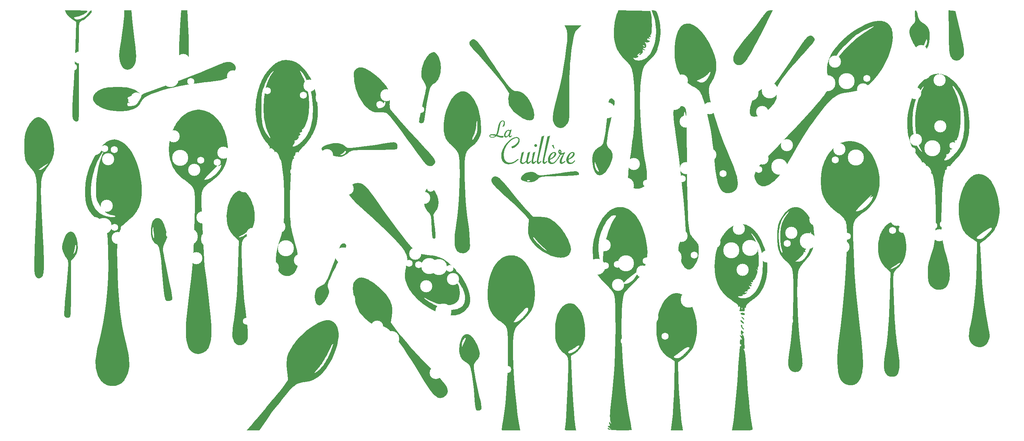
<source format=gto>
%TF.GenerationSoftware,KiCad,Pcbnew,7.0.6*%
%TF.CreationDate,2024-02-12T15:48:59-05:00*%
%TF.ProjectId,lalettre2040-tripple-stagger-hotswap-pcb,6c616c65-7474-4726-9532-3034302d7472,rev?*%
%TF.SameCoordinates,PX1ea85bbPY7e0978f*%
%TF.FileFunction,Legend,Top*%
%TF.FilePolarity,Positive*%
%FSLAX46Y46*%
G04 Gerber Fmt 4.6, Leading zero omitted, Abs format (unit mm)*
G04 Created by KiCad (PCBNEW 7.0.6) date 2024-02-12 15:48:59*
%MOMM*%
%LPD*%
G01*
G04 APERTURE LIST*
%ADD10C,0.000000*%
%ADD11C,1.750000*%
%ADD12C,3.000000*%
%ADD13C,3.987800*%
%ADD14O,1.700000X1.700000*%
%ADD15R,1.700000X1.700000*%
%ADD16C,3.048000*%
G04 APERTURE END LIST*
D10*
G36*
X130480500Y57586873D02*
G01*
X130501594Y57584923D01*
X130522158Y57581689D01*
X130542189Y57577185D01*
X130561683Y57571426D01*
X130580636Y57564425D01*
X130599046Y57556195D01*
X130616907Y57546750D01*
X130634218Y57536106D01*
X130650973Y57524273D01*
X130667170Y57511267D01*
X130682805Y57497102D01*
X130697875Y57481791D01*
X130712375Y57465347D01*
X130726302Y57447787D01*
X130739655Y57429121D01*
X130752199Y57410322D01*
X130763883Y57390885D01*
X130774714Y57370814D01*
X130784697Y57350115D01*
X130793840Y57328796D01*
X130802152Y57306864D01*
X130809637Y57284324D01*
X130816304Y57261185D01*
X130822160Y57237454D01*
X130827213Y57213135D01*
X130831468Y57188237D01*
X130834934Y57162767D01*
X130837617Y57136730D01*
X130839526Y57110133D01*
X130840664Y57082985D01*
X130841043Y57055290D01*
X130840396Y57020819D01*
X130838463Y56985648D01*
X130835252Y56949780D01*
X130830769Y56913219D01*
X130825024Y56875967D01*
X130818025Y56838028D01*
X130809780Y56799403D01*
X130800295Y56760094D01*
X130823641Y56755397D01*
X130846445Y56751341D01*
X130868715Y56747925D01*
X130890449Y56745140D01*
X130911652Y56742981D01*
X130932325Y56741446D01*
X130952471Y56740530D01*
X130972091Y56740225D01*
X131007120Y56740863D01*
X131041267Y56742777D01*
X131074542Y56745961D01*
X131106948Y56750411D01*
X131138495Y56756124D01*
X131169187Y56763093D01*
X131199030Y56771314D01*
X131228032Y56780785D01*
X131256199Y56791500D01*
X131283538Y56803454D01*
X131310055Y56816643D01*
X131335756Y56831061D01*
X131360649Y56846708D01*
X131384738Y56863576D01*
X131408030Y56881660D01*
X131430534Y56900960D01*
X131445642Y56914532D01*
X131783965Y56914532D01*
X131711338Y56769328D01*
X131710886Y56768509D01*
X131626059Y56609827D01*
X131545011Y56451782D01*
X131467740Y56294372D01*
X131394243Y56137596D01*
X131324521Y55981455D01*
X131258572Y55825951D01*
X131196392Y55671080D01*
X131137984Y55516844D01*
X131086013Y55368568D01*
X131041179Y55230551D01*
X131003422Y55102745D01*
X130972673Y54985098D01*
X130948870Y54877562D01*
X130931947Y54780086D01*
X130921841Y54692621D01*
X130919324Y54652627D01*
X130918487Y54615118D01*
X130918679Y54603231D01*
X130919256Y54591644D01*
X130920209Y54580356D01*
X130921540Y54569362D01*
X130923243Y54558655D01*
X130925313Y54548234D01*
X130927750Y54538093D01*
X130930548Y54528229D01*
X130933704Y54518635D01*
X130937216Y54509309D01*
X130941077Y54500246D01*
X130945286Y54491442D01*
X130949839Y54482892D01*
X130954733Y54474591D01*
X130959964Y54466535D01*
X130965529Y54458723D01*
X130971180Y54451998D01*
X130976887Y54445787D01*
X130982650Y54440079D01*
X130988475Y54434862D01*
X130994361Y54430125D01*
X131000313Y54425859D01*
X131006334Y54422051D01*
X131012427Y54418692D01*
X131018593Y54415768D01*
X131024837Y54413270D01*
X131031162Y54411185D01*
X131037570Y54409506D01*
X131044062Y54408217D01*
X131050645Y54407312D01*
X131057319Y54406775D01*
X131064087Y54406600D01*
X131073752Y54406927D01*
X131084016Y54407921D01*
X131094887Y54409604D01*
X131106370Y54411994D01*
X131118472Y54415111D01*
X131131196Y54418975D01*
X131144548Y54423608D01*
X131158536Y54429029D01*
X131173165Y54435258D01*
X131188440Y54442316D01*
X131204366Y54450221D01*
X131220952Y54458994D01*
X131238200Y54468656D01*
X131256116Y54479226D01*
X131274708Y54490726D01*
X131293981Y54503172D01*
X131333527Y54530224D01*
X131375074Y54560586D01*
X131418625Y54594276D01*
X131464186Y54631306D01*
X131511758Y54671695D01*
X131561348Y54715457D01*
X131612960Y54762606D01*
X131666596Y54813157D01*
X131706284Y54851073D01*
X131851699Y54687456D01*
X131819921Y54652292D01*
X131801821Y54632625D01*
X131782559Y54612419D01*
X131740549Y54570396D01*
X131693915Y54526226D01*
X131642678Y54479913D01*
X131586855Y54431459D01*
X131526470Y54380870D01*
X131461541Y54328150D01*
X131392089Y54273302D01*
X131359130Y54247905D01*
X131326288Y54224031D01*
X131293570Y54201698D01*
X131260976Y54180919D01*
X131228506Y54161714D01*
X131196163Y54144094D01*
X131163949Y54128078D01*
X131131866Y54113679D01*
X131099914Y54100916D01*
X131068096Y54089804D01*
X131036414Y54080357D01*
X131004869Y54072592D01*
X130973463Y54066526D01*
X130942197Y54062174D01*
X130911075Y54059550D01*
X130880095Y54058672D01*
X130854323Y54059224D01*
X130829116Y54060881D01*
X130804479Y54063646D01*
X130780425Y54067526D01*
X130756960Y54072524D01*
X130734093Y54078644D01*
X130711833Y54085887D01*
X130690190Y54094263D01*
X130669173Y54103770D01*
X130648788Y54114417D01*
X130629047Y54126206D01*
X130609958Y54139141D01*
X130591529Y54153226D01*
X130573768Y54168465D01*
X130556687Y54184861D01*
X130540292Y54202421D01*
X130539919Y54202844D01*
X130539524Y54203293D01*
X130524775Y54221700D01*
X130511042Y54240843D01*
X130498317Y54260714D01*
X130486589Y54281306D01*
X130475851Y54302610D01*
X130466095Y54324614D01*
X130457308Y54347310D01*
X130449486Y54370690D01*
X130442616Y54394743D01*
X130436693Y54419461D01*
X130431703Y54444836D01*
X130427643Y54470857D01*
X130424498Y54497515D01*
X130422264Y54524802D01*
X130420930Y54552709D01*
X130420488Y54581224D01*
X130421633Y54629609D01*
X130425058Y54679423D01*
X130430757Y54730663D01*
X130438717Y54783321D01*
X130448927Y54837399D01*
X130461378Y54892888D01*
X130476060Y54949787D01*
X130492960Y55008090D01*
X130512070Y55067795D01*
X130533379Y55128898D01*
X130556875Y55191396D01*
X130582551Y55255282D01*
X130610393Y55320555D01*
X130640392Y55387209D01*
X130672539Y55455242D01*
X130706821Y55524650D01*
X130733451Y55578213D01*
X130761888Y55633554D01*
X130792127Y55690671D01*
X130824168Y55749561D01*
X130858009Y55810224D01*
X130893644Y55872658D01*
X130931071Y55936860D01*
X130970291Y56002831D01*
X131033117Y56106291D01*
X131101660Y56216803D01*
X131175925Y56334364D01*
X131255909Y56458973D01*
X131245962Y56453625D01*
X131236021Y56448436D01*
X131226089Y56443407D01*
X131216163Y56438537D01*
X131206245Y56433827D01*
X131196334Y56429277D01*
X131186430Y56424888D01*
X131176535Y56420660D01*
X131176138Y56420476D01*
X131175739Y56420317D01*
X131156031Y56412750D01*
X131135993Y56405686D01*
X131115632Y56399121D01*
X131094948Y56393055D01*
X131073941Y56387487D01*
X131052612Y56382412D01*
X131030965Y56377828D01*
X131009000Y56373738D01*
X130986719Y56370134D01*
X130964124Y56367018D01*
X130941215Y56364385D01*
X130917993Y56362236D01*
X130894461Y56360568D01*
X130870621Y56359380D01*
X130846473Y56358668D01*
X130822020Y56358431D01*
X130803878Y56358671D01*
X130785592Y56359389D01*
X130767162Y56360583D01*
X130748587Y56362250D01*
X130729870Y56364388D01*
X130711012Y56366992D01*
X130692013Y56370062D01*
X130672875Y56373591D01*
X130643297Y56298626D01*
X130604285Y56213751D01*
X130556981Y56120505D01*
X130502532Y56020425D01*
X130376775Y55805914D01*
X130236173Y55582520D01*
X130089881Y55362548D01*
X129947061Y55158298D01*
X129816870Y54982075D01*
X129708467Y54846179D01*
X129640398Y54757677D01*
X129570171Y54670343D01*
X129497334Y54584996D01*
X129459795Y54543327D01*
X129421432Y54502462D01*
X129382189Y54462504D01*
X129342010Y54423559D01*
X129300837Y54385727D01*
X129258615Y54349110D01*
X129215288Y54313814D01*
X129170796Y54279939D01*
X129125085Y54247589D01*
X129078097Y54216866D01*
X129077832Y54216681D01*
X129077686Y54216602D01*
X129077542Y54216524D01*
X129040124Y54194509D01*
X129002333Y54173909D01*
X128964173Y54154723D01*
X128925645Y54136953D01*
X128886748Y54120602D01*
X128847486Y54105666D01*
X128807861Y54092148D01*
X128767873Y54080050D01*
X128727525Y54069374D01*
X128686816Y54060117D01*
X128645750Y54052281D01*
X128604328Y54045870D01*
X128562550Y54040881D01*
X128520421Y54037315D01*
X128477938Y54035177D01*
X128435107Y54034464D01*
X128384218Y54035544D01*
X128334505Y54038789D01*
X128285974Y54044201D01*
X128238636Y54051782D01*
X128192498Y54061539D01*
X128147569Y54073471D01*
X128103856Y54087585D01*
X128061367Y54103884D01*
X128020110Y54122368D01*
X127980094Y54143044D01*
X127941327Y54165913D01*
X127903817Y54190978D01*
X127867572Y54218245D01*
X127832600Y54247715D01*
X127798907Y54279393D01*
X127766505Y54313282D01*
X127735865Y54348855D01*
X127707249Y54385788D01*
X127680652Y54424073D01*
X127656068Y54463701D01*
X127633488Y54504667D01*
X127612907Y54546960D01*
X127594319Y54590573D01*
X127577714Y54635498D01*
X127563089Y54681726D01*
X127550436Y54729252D01*
X127539747Y54778065D01*
X127531017Y54828160D01*
X127524238Y54879526D01*
X127519405Y54932156D01*
X127516510Y54986042D01*
X127515547Y55041176D01*
X127516465Y55097456D01*
X127519219Y55153777D01*
X127523804Y55210142D01*
X127530217Y55266548D01*
X127538458Y55322996D01*
X127546098Y55365873D01*
X128063288Y55365873D01*
X128173631Y55420058D01*
X128277466Y55475484D01*
X128326951Y55503660D01*
X128374820Y55532144D01*
X128421073Y55560930D01*
X128465717Y55590022D01*
X128508751Y55619415D01*
X128550183Y55649108D01*
X128590012Y55679101D01*
X128628243Y55709391D01*
X128664880Y55739978D01*
X128699925Y55770859D01*
X128733382Y55802032D01*
X128765253Y55833497D01*
X128787947Y55857167D01*
X128810077Y55881045D01*
X128831646Y55905134D01*
X128852652Y55929431D01*
X128873098Y55953940D01*
X128892984Y55978656D01*
X128912311Y56003582D01*
X128931078Y56028717D01*
X128949287Y56054061D01*
X128966939Y56079615D01*
X128984033Y56105378D01*
X129000570Y56131351D01*
X129016551Y56157533D01*
X129031977Y56183924D01*
X129046848Y56210522D01*
X129061164Y56237332D01*
X129074767Y56264075D01*
X129087444Y56290389D01*
X129099199Y56316275D01*
X129110039Y56341737D01*
X129119973Y56366775D01*
X129129008Y56391390D01*
X129137149Y56415587D01*
X129144402Y56439364D01*
X129150779Y56462724D01*
X129156280Y56485669D01*
X129160918Y56508200D01*
X129164698Y56530317D01*
X129167625Y56552027D01*
X129169707Y56573326D01*
X129170951Y56594219D01*
X129171363Y56614706D01*
X129171180Y56627290D01*
X129170640Y56639253D01*
X129169756Y56650611D01*
X129168542Y56661378D01*
X129167012Y56671566D01*
X129165179Y56681193D01*
X129163057Y56690270D01*
X129160660Y56698814D01*
X129158001Y56706838D01*
X129155095Y56714356D01*
X129151955Y56721381D01*
X129148593Y56727930D01*
X129145023Y56734018D01*
X129141260Y56739655D01*
X129137318Y56744860D01*
X129133210Y56749644D01*
X129129005Y56753965D01*
X129124455Y56758102D01*
X129119543Y56762040D01*
X129114259Y56765767D01*
X129108582Y56769272D01*
X129102502Y56772538D01*
X129096001Y56775553D01*
X129089066Y56778307D01*
X129081678Y56780786D01*
X129073827Y56782975D01*
X129065495Y56784864D01*
X129056668Y56786438D01*
X129047332Y56787683D01*
X129037469Y56788591D01*
X129027066Y56789143D01*
X129016106Y56789330D01*
X128999113Y56788907D01*
X128982013Y56787628D01*
X128964803Y56785490D01*
X128947487Y56782482D01*
X128930066Y56778599D01*
X128912537Y56773833D01*
X128894904Y56768174D01*
X128877165Y56761616D01*
X128859323Y56754152D01*
X128841377Y56745772D01*
X128823328Y56736472D01*
X128805177Y56726243D01*
X128768567Y56702965D01*
X128731553Y56675878D01*
X128694139Y56644922D01*
X128656329Y56610035D01*
X128618129Y56571157D01*
X128579541Y56528228D01*
X128540569Y56481185D01*
X128501220Y56429970D01*
X128461495Y56374519D01*
X128421401Y56314774D01*
X128386406Y56259142D01*
X128353094Y56203023D01*
X128321467Y56146416D01*
X128291523Y56089320D01*
X128263262Y56031734D01*
X128236682Y55973659D01*
X128211785Y55915095D01*
X128188568Y55856041D01*
X128167032Y55796493D01*
X128147177Y55736455D01*
X128128999Y55675926D01*
X128112502Y55614903D01*
X128097682Y55553387D01*
X128084540Y55491377D01*
X128073076Y55428873D01*
X128063288Y55365873D01*
X127546098Y55365873D01*
X127546098Y55365874D01*
X127548524Y55379484D01*
X127560410Y55436012D01*
X127574116Y55492579D01*
X127589638Y55549183D01*
X127606972Y55605825D01*
X127626117Y55662504D01*
X127647071Y55719218D01*
X127669829Y55775969D01*
X127694390Y55832752D01*
X127720751Y55889570D01*
X127748911Y55946422D01*
X127748989Y55946633D01*
X127779013Y56003306D01*
X127809939Y56058738D01*
X127841766Y56112926D01*
X127874499Y56165871D01*
X127908134Y56217567D01*
X127942676Y56268016D01*
X127978124Y56317217D01*
X128014476Y56365164D01*
X128051736Y56411860D01*
X128089904Y56457301D01*
X128128979Y56501488D01*
X128168964Y56544417D01*
X128209858Y56586086D01*
X128251662Y56626495D01*
X128294378Y56665644D01*
X128338005Y56703528D01*
X128382768Y56740296D01*
X128427584Y56774792D01*
X128472450Y56807000D01*
X128517364Y56836905D01*
X128562326Y56864497D01*
X128607334Y56889762D01*
X128652387Y56912683D01*
X128697484Y56933251D01*
X128742625Y56951449D01*
X128787805Y56967264D01*
X128833026Y56980684D01*
X128878285Y56991694D01*
X128923581Y57000281D01*
X128968915Y57006432D01*
X129014283Y57010133D01*
X129059683Y57011369D01*
X129086276Y57010874D01*
X129112356Y57009383D01*
X129137914Y57006893D01*
X129162944Y57003401D01*
X129187440Y56998900D01*
X129211393Y56993385D01*
X129234799Y56986851D01*
X129257648Y56979296D01*
X129279933Y56970711D01*
X129301650Y56961096D01*
X129322790Y56950443D01*
X129343345Y56938749D01*
X129363312Y56926008D01*
X129382680Y56912216D01*
X129401443Y56897368D01*
X129419596Y56881460D01*
X129437549Y56864643D01*
X129454340Y56847210D01*
X129469971Y56829164D01*
X129484440Y56810516D01*
X129497749Y56791269D01*
X129509898Y56771433D01*
X129520889Y56751013D01*
X129530720Y56730015D01*
X129539393Y56708448D01*
X129546908Y56686317D01*
X129553267Y56663628D01*
X129558466Y56640391D01*
X129562511Y56616611D01*
X129565400Y56592293D01*
X129567131Y56567447D01*
X129567709Y56542078D01*
X129565990Y56491679D01*
X129560848Y56441461D01*
X129552311Y56391421D01*
X129540404Y56341562D01*
X129525149Y56291884D01*
X129506575Y56242384D01*
X129484707Y56193069D01*
X129459571Y56143933D01*
X129431190Y56094980D01*
X129399592Y56046210D01*
X129364800Y55997625D01*
X129326842Y55949221D01*
X129285742Y55901003D01*
X129241526Y55852968D01*
X129194219Y55805119D01*
X129143847Y55757455D01*
X129091839Y55711246D01*
X129037626Y55665929D01*
X128981211Y55621505D01*
X128922598Y55577970D01*
X128861790Y55535323D01*
X128798791Y55493564D01*
X128733601Y55452689D01*
X128666228Y55412697D01*
X128596672Y55373586D01*
X128524935Y55335356D01*
X128451025Y55298002D01*
X128374941Y55261524D01*
X128296689Y55225920D01*
X128216270Y55191188D01*
X128133689Y55157328D01*
X128048948Y55124335D01*
X128048287Y55112715D01*
X128047816Y55100636D01*
X128047533Y55088089D01*
X128047439Y55075069D01*
X128048121Y55035752D01*
X128050160Y54997440D01*
X128053552Y54960127D01*
X128058292Y54923803D01*
X128064373Y54888465D01*
X128071792Y54854104D01*
X128080543Y54820716D01*
X128090619Y54788290D01*
X128102016Y54756823D01*
X128114730Y54726308D01*
X128128752Y54696737D01*
X128144080Y54668102D01*
X128160707Y54640399D01*
X128178629Y54613622D01*
X128197839Y54587760D01*
X128218333Y54562811D01*
X128239716Y54539794D01*
X128261839Y54518263D01*
X128284708Y54498214D01*
X128308332Y54479652D01*
X128332714Y54462572D01*
X128357864Y54446977D01*
X128383789Y54432867D01*
X128410491Y54420242D01*
X128437981Y54409102D01*
X128466264Y54399447D01*
X128495347Y54391277D01*
X128525236Y54384592D01*
X128555939Y54379392D01*
X128587462Y54375678D01*
X128619810Y54373449D01*
X128652992Y54372706D01*
X128679202Y54373211D01*
X128705338Y54374726D01*
X128731401Y54377255D01*
X128757392Y54380804D01*
X128783312Y54385373D01*
X128809163Y54390968D01*
X128834945Y54397592D01*
X128860659Y54405250D01*
X128886308Y54413946D01*
X128911892Y54423680D01*
X128937412Y54434460D01*
X128962870Y54446287D01*
X128988266Y54459167D01*
X129013602Y54473100D01*
X129038880Y54488094D01*
X129064100Y54504152D01*
X129098880Y54528749D01*
X129132784Y54554410D01*
X129165859Y54581064D01*
X129198147Y54608643D01*
X129229698Y54637073D01*
X129260553Y54666285D01*
X129290759Y54696206D01*
X129320362Y54726769D01*
X129349408Y54757899D01*
X129377940Y54789528D01*
X129433648Y54853999D01*
X129487849Y54919610D01*
X129540907Y54985799D01*
X129641575Y55114431D01*
X129765014Y55283570D01*
X129901918Y55480737D01*
X130042983Y55693453D01*
X130178907Y55909241D01*
X130300381Y56115621D01*
X130352792Y56211382D01*
X130398102Y56300113D01*
X130435150Y56380253D01*
X130462768Y56450241D01*
X130417104Y56479603D01*
X130374292Y56510477D01*
X130334341Y56542855D01*
X130315444Y56559609D01*
X130297268Y56576738D01*
X130279814Y56594240D01*
X130263084Y56612116D01*
X130247081Y56630366D01*
X130231804Y56648989D01*
X130217257Y56667984D01*
X130203441Y56687352D01*
X130190357Y56707089D01*
X130178006Y56727198D01*
X130166392Y56747675D01*
X130155515Y56768523D01*
X130145376Y56789739D01*
X130135979Y56811324D01*
X130127325Y56833276D01*
X130119413Y56855596D01*
X130112247Y56878283D01*
X130105829Y56901336D01*
X130100160Y56924753D01*
X130095242Y56948536D01*
X130091074Y56972683D01*
X130087661Y56997195D01*
X130085004Y57022070D01*
X130083104Y57047306D01*
X130081963Y57072906D01*
X130081582Y57098867D01*
X130081968Y57124399D01*
X130083125Y57149448D01*
X130084865Y57171469D01*
X130385933Y57171469D01*
X130386662Y57151122D01*
X130388871Y57130830D01*
X130392591Y57110596D01*
X130397850Y57090426D01*
X130404682Y57070319D01*
X130413114Y57050281D01*
X130423178Y57030315D01*
X130434903Y57010424D01*
X130448322Y56990610D01*
X130463464Y56970876D01*
X130480360Y56951225D01*
X130499038Y56931662D01*
X130519532Y56912188D01*
X130541870Y56892808D01*
X130566083Y56873524D01*
X130592203Y56854339D01*
X130593957Y56870404D01*
X130595473Y56885939D01*
X130596753Y56900945D01*
X130597794Y56915425D01*
X130598602Y56929383D01*
X130599179Y56942818D01*
X130599522Y56955735D01*
X130599637Y56968137D01*
X130599419Y56988009D01*
X130598773Y57007189D01*
X130597707Y57025684D01*
X130596228Y57043503D01*
X130594342Y57060652D01*
X130592060Y57077137D01*
X130589386Y57092968D01*
X130586331Y57108151D01*
X130582902Y57122693D01*
X130579108Y57136604D01*
X130574952Y57149887D01*
X130570448Y57162555D01*
X130565599Y57174610D01*
X130560416Y57186062D01*
X130554906Y57196920D01*
X130549075Y57207188D01*
X130548573Y57208035D01*
X130548095Y57208906D01*
X130542605Y57218416D01*
X130537062Y57227099D01*
X130531463Y57234983D01*
X130525813Y57242102D01*
X130520108Y57248481D01*
X130514351Y57254153D01*
X130508542Y57259143D01*
X130502683Y57263484D01*
X130496774Y57267205D01*
X130490813Y57270334D01*
X130484804Y57272901D01*
X130478745Y57274936D01*
X130472639Y57276467D01*
X130466485Y57277524D01*
X130460285Y57278137D01*
X130454037Y57278335D01*
X130451786Y57278274D01*
X130449458Y57278077D01*
X130447053Y57277724D01*
X130444570Y57277197D01*
X130442009Y57276476D01*
X130439366Y57275540D01*
X130436645Y57274370D01*
X130433842Y57272946D01*
X130430959Y57271250D01*
X130427995Y57269261D01*
X130424946Y57266960D01*
X130421815Y57264325D01*
X130418601Y57261340D01*
X130415301Y57257983D01*
X130411919Y57254235D01*
X130408449Y57250076D01*
X130405938Y57246659D01*
X130403546Y57243070D01*
X130401281Y57239303D01*
X130399149Y57235353D01*
X130397154Y57231213D01*
X130395301Y57226878D01*
X130393598Y57222343D01*
X130392052Y57217599D01*
X130390663Y57212642D01*
X130389443Y57207465D01*
X130388395Y57202064D01*
X130387524Y57196431D01*
X130386837Y57190562D01*
X130386338Y57184448D01*
X130386034Y57178086D01*
X130385933Y57171469D01*
X130084865Y57171469D01*
X130085064Y57174008D01*
X130087790Y57198068D01*
X130091311Y57221627D01*
X130095633Y57244673D01*
X130100761Y57267203D01*
X130106705Y57289209D01*
X130113468Y57310684D01*
X130121060Y57331620D01*
X130129487Y57352013D01*
X130138754Y57371855D01*
X130148871Y57391139D01*
X130159840Y57409858D01*
X130171673Y57428008D01*
X130184373Y57445578D01*
X130197823Y57462432D01*
X130211788Y57478264D01*
X130226262Y57493064D01*
X130241244Y57506825D01*
X130256725Y57519534D01*
X130272705Y57531187D01*
X130289177Y57541771D01*
X130306138Y57551279D01*
X130323582Y57559702D01*
X130341507Y57567030D01*
X130359906Y57573255D01*
X130378777Y57578369D01*
X130398113Y57582362D01*
X130417912Y57585226D01*
X130438169Y57586949D01*
X130458878Y57587526D01*
X130480500Y57586873D01*
G37*
G36*
X175153710Y15410909D02*
G01*
X175171367Y15408161D01*
X175190146Y15403709D01*
X175210027Y15397564D01*
X175252989Y15380249D01*
X175300046Y15356316D01*
X175351002Y15325868D01*
X175405651Y15289002D01*
X175463793Y15245823D01*
X175525228Y15196431D01*
X175589750Y15140925D01*
X175657162Y15079405D01*
X175690725Y15040486D01*
X175722507Y15001298D01*
X175752340Y14962109D01*
X175780058Y14923189D01*
X175805491Y14884808D01*
X175828473Y14847231D01*
X175848835Y14810731D01*
X175866407Y14775573D01*
X175881024Y14742029D01*
X175892518Y14710364D01*
X175897041Y14695322D01*
X175900719Y14680851D01*
X175903533Y14666983D01*
X175905461Y14653755D01*
X175906482Y14641198D01*
X175906575Y14629347D01*
X175905719Y14618233D01*
X175903895Y14607894D01*
X175901078Y14598360D01*
X175897249Y14589665D01*
X175892388Y14581844D01*
X175886471Y14574931D01*
X175871933Y14566231D01*
X175854271Y14561501D01*
X175833720Y14560540D01*
X175810515Y14563151D01*
X175784891Y14569139D01*
X175757084Y14578306D01*
X175727329Y14590453D01*
X175695861Y14605384D01*
X175628728Y14642809D01*
X175557563Y14688999D01*
X175484248Y14742379D01*
X175410666Y14801369D01*
X175338694Y14864388D01*
X175270218Y14929860D01*
X175207115Y14996205D01*
X175151266Y15061845D01*
X175104555Y15125202D01*
X175085213Y15155531D01*
X175068860Y15184695D01*
X175055733Y15212501D01*
X175046064Y15238747D01*
X175040092Y15263240D01*
X175038049Y15285779D01*
X175038783Y15306337D01*
X175040970Y15325028D01*
X175044585Y15341862D01*
X175049604Y15356855D01*
X175055998Y15370014D01*
X175063744Y15381358D01*
X175072818Y15390895D01*
X175083194Y15398640D01*
X175094845Y15404603D01*
X175107748Y15408800D01*
X175121875Y15411242D01*
X175137205Y15411940D01*
X175153710Y15410909D01*
G37*
G36*
X118231795Y61351198D02*
G01*
X118231742Y61351039D01*
X118221212Y61307306D01*
X118212167Y61266357D01*
X118204584Y61228169D01*
X118198434Y61192719D01*
X118193697Y61159978D01*
X118190342Y61129924D01*
X118188349Y61102532D01*
X118187854Y61089826D01*
X118187690Y61077777D01*
X118187822Y61067936D01*
X118188221Y61058327D01*
X118188881Y61048946D01*
X118189800Y61039789D01*
X118190975Y61030854D01*
X118192403Y61022138D01*
X118194079Y61013638D01*
X118196003Y61005351D01*
X118198172Y60997274D01*
X118200580Y60989403D01*
X118203226Y60981736D01*
X118206106Y60974270D01*
X118209219Y60967004D01*
X118212560Y60959930D01*
X118216126Y60953049D01*
X118219915Y60946358D01*
X118221836Y60943175D01*
X118223741Y60940155D01*
X118225629Y60937295D01*
X118227499Y60934592D01*
X118229351Y60932039D01*
X118231186Y60929634D01*
X118233003Y60927373D01*
X118234801Y60925250D01*
X118236582Y60923262D01*
X118238342Y60921407D01*
X118240083Y60919676D01*
X118241807Y60918069D01*
X118243510Y60916582D01*
X118245193Y60915208D01*
X118246854Y60913944D01*
X118248497Y60912786D01*
X118250119Y60911730D01*
X118251720Y60910774D01*
X118253300Y60909910D01*
X118254859Y60909136D01*
X118256395Y60908448D01*
X118257909Y60907841D01*
X118260873Y60906855D01*
X118263745Y60906146D01*
X118266526Y60905681D01*
X118269212Y60905426D01*
X118271801Y60905349D01*
X118274077Y60905453D01*
X118276734Y60905782D01*
X118279778Y60906367D01*
X118283216Y60907229D01*
X118287055Y60908397D01*
X118291299Y60909899D01*
X118295959Y60911758D01*
X118301037Y60914003D01*
X118306542Y60916660D01*
X118312481Y60919757D01*
X118318858Y60923319D01*
X118325683Y60927371D01*
X118332961Y60931943D01*
X118340699Y60937059D01*
X118348903Y60942746D01*
X118357578Y60949030D01*
X118375011Y60962404D01*
X118393456Y60977494D01*
X118412921Y60994314D01*
X118433409Y61012884D01*
X118454921Y61033220D01*
X118477467Y61055334D01*
X118501047Y61079248D01*
X118525668Y61104976D01*
X118563054Y61144585D01*
X118678624Y61029015D01*
X118613456Y60951995D01*
X118613218Y60951730D01*
X118573835Y60906792D01*
X118536572Y60865102D01*
X118501440Y60826684D01*
X118468453Y60791560D01*
X118437616Y60759754D01*
X118408944Y60731290D01*
X118382447Y60706188D01*
X118358134Y60684475D01*
X118358002Y60684369D01*
X118346751Y60674946D01*
X118335456Y60665944D01*
X118324118Y60657386D01*
X118312743Y60649303D01*
X118301330Y60641716D01*
X118289886Y60634654D01*
X118278413Y60628141D01*
X118266913Y60622205D01*
X118255389Y60616868D01*
X118243847Y60612161D01*
X118232288Y60608106D01*
X118220716Y60604730D01*
X118209132Y60602060D01*
X118197542Y60600121D01*
X118185949Y60598937D01*
X118174354Y60598537D01*
X118166293Y60598671D01*
X118158321Y60599070D01*
X118150438Y60599731D01*
X118142645Y60600653D01*
X118134942Y60601832D01*
X118127327Y60603265D01*
X118119803Y60604951D01*
X118112368Y60606884D01*
X118105023Y60609065D01*
X118097769Y60611488D01*
X118090604Y60614154D01*
X118083527Y60617055D01*
X118069649Y60623562D01*
X118056128Y60630989D01*
X118042971Y60639311D01*
X118030174Y60648508D01*
X118017740Y60658558D01*
X118005669Y60669439D01*
X117993960Y60681128D01*
X117982616Y60693605D01*
X117971637Y60706844D01*
X117961021Y60720828D01*
X117960491Y60721543D01*
X117959989Y60722309D01*
X117950358Y60737140D01*
X117941360Y60752233D01*
X117932989Y60767583D01*
X117925249Y60783191D01*
X117918135Y60799052D01*
X117911646Y60815164D01*
X117905781Y60831524D01*
X117900541Y60848128D01*
X117895921Y60864977D01*
X117891923Y60882065D01*
X117888542Y60899391D01*
X117885779Y60916950D01*
X117883633Y60934742D01*
X117882102Y60952765D01*
X117881184Y60971013D01*
X117880878Y60989485D01*
X117881307Y61006864D01*
X117882590Y61026942D01*
X117884715Y61049702D01*
X117887679Y61075125D01*
X117891469Y61103195D01*
X117896081Y61133894D01*
X117901505Y61167205D01*
X117907734Y61203111D01*
X117891929Y61178804D01*
X117875770Y61154603D01*
X117859258Y61130508D01*
X117842391Y61106517D01*
X117825172Y61082635D01*
X117807598Y61058859D01*
X117789672Y61035191D01*
X117771394Y61011632D01*
X117771314Y61011551D01*
X117731208Y60962093D01*
X117691056Y60915503D01*
X117650859Y60871829D01*
X117610615Y60831113D01*
X117570325Y60793401D01*
X117529985Y60758734D01*
X117489597Y60727161D01*
X117449158Y60698722D01*
X117408668Y60673464D01*
X117368128Y60651428D01*
X117327533Y60632663D01*
X117286886Y60617209D01*
X117246185Y60605114D01*
X117205428Y60596419D01*
X117164617Y60591168D01*
X117144188Y60589850D01*
X117123747Y60589409D01*
X117099606Y60589968D01*
X117076015Y60591650D01*
X117052982Y60594453D01*
X117030517Y60598380D01*
X117008629Y60603435D01*
X116987327Y60609619D01*
X116966618Y60616934D01*
X116946512Y60625383D01*
X116927020Y60634966D01*
X116908148Y60645687D01*
X116889908Y60657545D01*
X116872305Y60670546D01*
X116855352Y60684690D01*
X116839055Y60699980D01*
X116823424Y60716418D01*
X116808470Y60734004D01*
X116794578Y60752196D01*
X116781643Y60771069D01*
X116769653Y60790616D01*
X116758605Y60810826D01*
X116748486Y60831691D01*
X116739289Y60853205D01*
X116731009Y60875358D01*
X116723634Y60898141D01*
X116717157Y60921548D01*
X116711571Y60945570D01*
X116706867Y60970199D01*
X116703036Y60995425D01*
X116700070Y61021241D01*
X116697963Y61047639D01*
X116696703Y61074609D01*
X116696286Y61102146D01*
X116696927Y61138683D01*
X116696927Y61138684D01*
X117060962Y61138684D01*
X117061173Y61120739D01*
X117061803Y61103439D01*
X117062844Y61086776D01*
X117064284Y61070743D01*
X117066118Y61055333D01*
X117068337Y61040537D01*
X117070931Y61026348D01*
X117073892Y61012755D01*
X117077213Y60999755D01*
X117080885Y60987336D01*
X117084898Y60975491D01*
X117089246Y60964212D01*
X117093918Y60953494D01*
X117098908Y60943325D01*
X117104205Y60933700D01*
X117109804Y60924610D01*
X117115626Y60916656D01*
X117121686Y60909232D01*
X117127996Y60902338D01*
X117134561Y60895968D01*
X117141390Y60890124D01*
X117148494Y60884800D01*
X117155879Y60879993D01*
X117163554Y60875704D01*
X117171527Y60871929D01*
X117179810Y60868664D01*
X117188408Y60865909D01*
X117197329Y60863661D01*
X117206585Y60861916D01*
X117216182Y60860672D01*
X117226128Y60859929D01*
X117236434Y60859681D01*
X117250832Y60860101D01*
X117265452Y60861372D01*
X117280295Y60863510D01*
X117295364Y60866532D01*
X117310659Y60870453D01*
X117326184Y60875294D01*
X117341936Y60881069D01*
X117357919Y60887793D01*
X117374135Y60895485D01*
X117390586Y60904162D01*
X117407270Y60913838D01*
X117424191Y60924532D01*
X117441349Y60936262D01*
X117458748Y60949040D01*
X117476388Y60962886D01*
X117494269Y60977818D01*
X117512282Y60993735D01*
X117530320Y61010534D01*
X117548383Y61028216D01*
X117566471Y61046786D01*
X117584584Y61066246D01*
X117602718Y61086599D01*
X117620875Y61107848D01*
X117639053Y61129996D01*
X117675468Y61177001D01*
X117711957Y61227636D01*
X117748511Y61281929D01*
X117785126Y61339899D01*
X117785522Y61340534D01*
X117785920Y61341169D01*
X117807428Y61375065D01*
X117827706Y61408907D01*
X117846757Y61442691D01*
X117864583Y61476421D01*
X117881192Y61510095D01*
X117896585Y61543714D01*
X117910766Y61577275D01*
X117923741Y61610780D01*
X117936541Y61646598D01*
X117949760Y61685897D01*
X117963397Y61728687D01*
X117977451Y61774978D01*
X118006810Y61878101D01*
X118037829Y61995353D01*
X118061350Y62086792D01*
X118057142Y62097975D01*
X118052648Y62108808D01*
X118047874Y62119294D01*
X118042817Y62129437D01*
X118037483Y62139238D01*
X118031867Y62148702D01*
X118025975Y62157834D01*
X118019804Y62166636D01*
X118013359Y62175111D01*
X118006638Y62183265D01*
X117999644Y62191098D01*
X117992376Y62198616D01*
X117984838Y62205823D01*
X117977028Y62212721D01*
X117968946Y62219314D01*
X117960597Y62225606D01*
X117959778Y62226214D01*
X117958957Y62226857D01*
X117950033Y62233586D01*
X117940934Y62239883D01*
X117931663Y62245748D01*
X117922211Y62251181D01*
X117912580Y62256184D01*
X117902762Y62260751D01*
X117892756Y62264887D01*
X117882558Y62268588D01*
X117872167Y62271855D01*
X117861577Y62274690D01*
X117850786Y62277088D01*
X117839790Y62279050D01*
X117828588Y62280578D01*
X117817173Y62281671D01*
X117805545Y62282325D01*
X117793699Y62282544D01*
X117780008Y62282146D01*
X117766074Y62280941D01*
X117751893Y62278911D01*
X117737465Y62276042D01*
X117722787Y62272315D01*
X117707859Y62267715D01*
X117692679Y62262226D01*
X117677246Y62255829D01*
X117661557Y62248508D01*
X117645611Y62240249D01*
X117629407Y62231033D01*
X117612943Y62220845D01*
X117596219Y62209666D01*
X117579231Y62197482D01*
X117561979Y62184275D01*
X117544461Y62170029D01*
X117544222Y62169818D01*
X117543958Y62169607D01*
X117526568Y62154982D01*
X117509311Y62139606D01*
X117492191Y62123471D01*
X117475207Y62106575D01*
X117458361Y62088919D01*
X117441654Y62070495D01*
X117425089Y62051302D01*
X117408663Y62031339D01*
X117392381Y62010600D01*
X117376242Y61989084D01*
X117360249Y61966785D01*
X117344402Y61943704D01*
X117328702Y61919837D01*
X117313150Y61895179D01*
X117297749Y61869728D01*
X117282498Y61843482D01*
X117259342Y61800857D01*
X117237082Y61757080D01*
X117215724Y61712146D01*
X117195267Y61666059D01*
X117175714Y61618811D01*
X117157069Y61570403D01*
X117139330Y61520834D01*
X117122504Y61470101D01*
X117107850Y61419808D01*
X117095240Y61372083D01*
X117084648Y61326911D01*
X117076045Y61284271D01*
X117069404Y61244147D01*
X117066809Y61225021D01*
X117064694Y61206519D01*
X117063057Y61188636D01*
X117061889Y61171371D01*
X117061192Y61154720D01*
X117060962Y61138684D01*
X116696927Y61138684D01*
X116696949Y61139918D01*
X116698937Y61177859D01*
X116702245Y61215968D01*
X116706869Y61254243D01*
X116712806Y61292685D01*
X116720048Y61331293D01*
X116728596Y61370064D01*
X116738444Y61409000D01*
X116749588Y61448096D01*
X116762022Y61487356D01*
X116775745Y61526777D01*
X116790751Y61566358D01*
X116807036Y61606099D01*
X116824598Y61646000D01*
X116843429Y61686056D01*
X116863529Y61726271D01*
X116863635Y61726456D01*
X116863715Y61726615D01*
X116885111Y61766387D01*
X116907135Y61805286D01*
X116929786Y61843310D01*
X116953063Y61880456D01*
X116976971Y61916725D01*
X117001507Y61952114D01*
X117026674Y61986624D01*
X117052472Y62020248D01*
X117078901Y62052989D01*
X117105962Y62084845D01*
X117133657Y62115811D01*
X117161984Y62145890D01*
X117190947Y62175077D01*
X117220545Y62203373D01*
X117250779Y62230775D01*
X117281650Y62257282D01*
X117313200Y62282929D01*
X117344767Y62307030D01*
X117376347Y62329566D01*
X117407942Y62350527D01*
X117439548Y62369894D01*
X117471163Y62387654D01*
X117502790Y62403794D01*
X117534423Y62418297D01*
X117566064Y62431148D01*
X117597709Y62442334D01*
X117629357Y62451841D01*
X117661009Y62459651D01*
X117692663Y62465751D01*
X117724314Y62470127D01*
X117755966Y62472763D01*
X117787613Y62473644D01*
X117812888Y62473181D01*
X117837622Y62471787D01*
X117861807Y62469460D01*
X117885439Y62466198D01*
X117908510Y62462001D01*
X117931014Y62456862D01*
X117952946Y62450784D01*
X117974297Y62443760D01*
X117995062Y62435791D01*
X118015235Y62426874D01*
X118034808Y62417005D01*
X118053778Y62406184D01*
X118072136Y62394408D01*
X118089875Y62381673D01*
X118106990Y62367978D01*
X118123476Y62353320D01*
X118136677Y62398957D01*
X118544321Y62568079D01*
X118231795Y61351198D01*
G37*
G36*
X175569955Y17254581D02*
G01*
X175657213Y17244906D01*
X175741853Y17228784D01*
X175821623Y17206212D01*
X175858979Y17192507D01*
X175894272Y17177192D01*
X175927223Y17160262D01*
X175957550Y17141722D01*
X175984970Y17121567D01*
X176009206Y17099802D01*
X176029971Y17076425D01*
X176046989Y17051435D01*
X176053236Y17042638D01*
X176059080Y17033468D01*
X176064522Y17023956D01*
X176069561Y17014126D01*
X176074197Y17004013D01*
X176078428Y16993642D01*
X176085684Y16972250D01*
X176091327Y16950187D01*
X176095358Y16927689D01*
X176097777Y16904986D01*
X176098582Y16882320D01*
X176097776Y16859920D01*
X176095358Y16838026D01*
X176091327Y16816870D01*
X176088707Y16806642D01*
X176085684Y16796688D01*
X176082259Y16787036D01*
X176078428Y16777716D01*
X176074196Y16768756D01*
X176069560Y16760187D01*
X176064522Y16752040D01*
X176059080Y16744339D01*
X176053237Y16737118D01*
X176046988Y16730407D01*
X176027954Y16716554D01*
X176005427Y16705040D01*
X175979675Y16695785D01*
X175950966Y16688710D01*
X175919570Y16683733D01*
X175885758Y16680777D01*
X175849794Y16679759D01*
X175811950Y16680602D01*
X175731692Y16687549D01*
X175647136Y16700980D01*
X175560432Y16720255D01*
X175473725Y16744735D01*
X175389169Y16773785D01*
X175308913Y16806764D01*
X175235106Y16843037D01*
X175201292Y16862207D01*
X175169898Y16881962D01*
X175141191Y16902219D01*
X175115438Y16922901D01*
X175092911Y16943928D01*
X175073876Y16965219D01*
X175058604Y16986695D01*
X175047363Y17008276D01*
X175040421Y17029882D01*
X175038048Y17051435D01*
X175040486Y17076424D01*
X175047615Y17099802D01*
X175059152Y17121567D01*
X175074817Y17141722D01*
X175094327Y17160262D01*
X175117404Y17177192D01*
X175143762Y17192507D01*
X175173122Y17206213D01*
X175205204Y17218305D01*
X175239724Y17228784D01*
X175314959Y17244907D01*
X175396576Y17254580D01*
X175482325Y17257805D01*
X175569955Y17254581D01*
G37*
G36*
X11222151Y92011417D02*
G01*
X11666172Y92010835D01*
X12062429Y92008910D01*
X12413140Y92005371D01*
X12720518Y91999953D01*
X12858652Y91996455D01*
X12986784Y91992384D01*
X13105193Y91987709D01*
X13214152Y91982398D01*
X13313943Y91976413D01*
X13404841Y91969722D01*
X13487124Y91962295D01*
X13561068Y91954092D01*
X13626949Y91945086D01*
X13685046Y91935239D01*
X13735636Y91924517D01*
X13778996Y91912890D01*
X13798053Y91906725D01*
X13815403Y91900321D01*
X13831086Y91893675D01*
X13845135Y91886780D01*
X13857583Y91879632D01*
X13868467Y91872230D01*
X13877820Y91864566D01*
X13885678Y91856639D01*
X13892074Y91848442D01*
X13897044Y91839973D01*
X13900621Y91831225D01*
X13902842Y91822198D01*
X13903741Y91812885D01*
X13903350Y91803282D01*
X13901707Y91793385D01*
X13898845Y91783189D01*
X13894799Y91772692D01*
X13889603Y91761888D01*
X13883294Y91750772D01*
X13875904Y91739342D01*
X13858021Y91715522D01*
X13836235Y91690392D01*
X13751936Y91596614D01*
X13639086Y91496959D01*
X13501378Y91393071D01*
X13342511Y91286597D01*
X13166176Y91179184D01*
X12976069Y91072474D01*
X12775886Y90968116D01*
X12569320Y90867756D01*
X12360069Y90773039D01*
X12151823Y90685610D01*
X11948281Y90607117D01*
X11753136Y90539204D01*
X11570084Y90483519D01*
X11402819Y90441705D01*
X11255035Y90415409D01*
X11130429Y90406279D01*
X11070101Y90405089D01*
X11013800Y90401598D01*
X10961522Y90395925D01*
X10913260Y90388186D01*
X10869014Y90378497D01*
X10828777Y90366979D01*
X10792545Y90353747D01*
X10760315Y90338920D01*
X10732083Y90322616D01*
X10707842Y90304951D01*
X10687591Y90286042D01*
X10671326Y90266008D01*
X10659038Y90244967D01*
X10650729Y90223036D01*
X10646392Y90200332D01*
X10646021Y90176974D01*
X10649615Y90153078D01*
X10657166Y90128762D01*
X10668674Y90104144D01*
X10684133Y90079340D01*
X10703540Y90054470D01*
X10726888Y90029650D01*
X10754174Y90004998D01*
X10785396Y89980631D01*
X10820546Y89956667D01*
X10859623Y89933225D01*
X10902621Y89910420D01*
X10949538Y89888370D01*
X11000365Y89867195D01*
X11055103Y89847009D01*
X11113746Y89827934D01*
X11176289Y89810083D01*
X11250827Y89795222D01*
X11328121Y89784974D01*
X11407977Y89779254D01*
X11490196Y89777973D01*
X11574582Y89781040D01*
X11660939Y89788369D01*
X11838768Y89815459D01*
X12022105Y89858539D01*
X12209374Y89916900D01*
X12398994Y89989841D01*
X12589385Y90076654D01*
X12778971Y90176634D01*
X12966171Y90289075D01*
X13149409Y90413272D01*
X13327104Y90548521D01*
X13497678Y90694115D01*
X13659552Y90849350D01*
X13811148Y91013518D01*
X13950886Y91185916D01*
X14008318Y91259539D01*
X14064504Y91329910D01*
X14119403Y91396996D01*
X14172982Y91460769D01*
X14225198Y91521201D01*
X14276018Y91578260D01*
X14325402Y91631920D01*
X14373311Y91682148D01*
X14419709Y91728917D01*
X14464557Y91772197D01*
X14507818Y91811958D01*
X14549454Y91848171D01*
X14589428Y91880806D01*
X14627703Y91909835D01*
X14664237Y91935229D01*
X14698997Y91956956D01*
X14731941Y91974989D01*
X14763034Y91989298D01*
X14792239Y91999853D01*
X14819516Y92006625D01*
X14844828Y92009585D01*
X14856735Y92009625D01*
X14868136Y92008703D01*
X14879029Y92006810D01*
X14889406Y92003948D01*
X14899262Y92000110D01*
X14908596Y91995295D01*
X14917399Y91989495D01*
X14925669Y91982711D01*
X14933402Y91974936D01*
X14940590Y91966167D01*
X14947229Y91956401D01*
X14953317Y91945635D01*
X14963816Y91921083D01*
X14972049Y91892485D01*
X14977974Y91859811D01*
X14981558Y91823029D01*
X14982762Y91782111D01*
X14978007Y91739874D01*
X14964080Y91690882D01*
X14941477Y91635644D01*
X14910700Y91574663D01*
X14826620Y91437482D01*
X14715835Y91283373D01*
X14582344Y91116365D01*
X14430145Y90940491D01*
X14263232Y90759777D01*
X14085603Y90578259D01*
X13901259Y90399965D01*
X13714191Y90228925D01*
X13528401Y90069172D01*
X13347886Y89924736D01*
X13176640Y89799648D01*
X13018662Y89697938D01*
X12877950Y89623637D01*
X12815316Y89598025D01*
X12758500Y89580777D01*
X12701872Y89561480D01*
X12644069Y89538186D01*
X12585528Y89511198D01*
X12526684Y89480815D01*
X12467976Y89447345D01*
X12409837Y89411084D01*
X12352706Y89372340D01*
X12297020Y89331410D01*
X12243215Y89288600D01*
X12191727Y89244212D01*
X12142994Y89198547D01*
X12097452Y89151908D01*
X12055539Y89104598D01*
X12017688Y89056916D01*
X11984340Y89009169D01*
X11969489Y88985364D01*
X11955928Y88961657D01*
X11893541Y88681832D01*
X11843784Y88085996D01*
X11781083Y85860297D01*
X11765676Y82112585D01*
X11795414Y76670876D01*
X11823988Y73042431D01*
X11833404Y71543597D01*
X11839125Y70237066D01*
X11840816Y69109365D01*
X11838141Y68147027D01*
X11830762Y67336581D01*
X11818346Y66664557D01*
X11810142Y66376245D01*
X11800553Y66117487D01*
X11789538Y65886602D01*
X11777052Y65681902D01*
X11763055Y65501706D01*
X11747505Y65344331D01*
X11730358Y65208092D01*
X11711575Y65091306D01*
X11691112Y64992289D01*
X11668927Y64909357D01*
X11644979Y64840825D01*
X11619225Y64785014D01*
X11591625Y64740234D01*
X11562134Y64704806D01*
X11530712Y64677045D01*
X11497317Y64655269D01*
X11442443Y64619534D01*
X11389382Y64589747D01*
X11363428Y64577091D01*
X11337799Y64565937D01*
X11312458Y64556284D01*
X11287359Y64548140D01*
X11262462Y64541506D01*
X11237725Y64536388D01*
X11213105Y64532790D01*
X11188560Y64530717D01*
X11164051Y64530172D01*
X11139532Y64531160D01*
X11114961Y64533683D01*
X11090300Y64537749D01*
X11065503Y64543358D01*
X11040532Y64550518D01*
X11015340Y64559231D01*
X10989890Y64569501D01*
X10964136Y64581332D01*
X10938037Y64594732D01*
X10911554Y64609701D01*
X10884641Y64626243D01*
X10829363Y64664070D01*
X10771870Y64708247D01*
X10711823Y64758804D01*
X10648886Y64815777D01*
X10575459Y64888444D01*
X10509691Y64961781D01*
X10451178Y65038074D01*
X10399518Y65119609D01*
X10354305Y65208666D01*
X10315140Y65307532D01*
X10281618Y65418489D01*
X10253334Y65543824D01*
X10229890Y65685819D01*
X10210878Y65846758D01*
X10195896Y66028926D01*
X10184543Y66234605D01*
X10171106Y66725642D01*
X10167345Y67338138D01*
X10195292Y68481799D01*
X10270532Y70055411D01*
X10380169Y71852595D01*
X10511303Y73666974D01*
X10654261Y75759030D01*
X10795069Y78313278D01*
X10914379Y81009410D01*
X10992845Y83527111D01*
X11153359Y89145097D01*
X10144415Y89855947D01*
X10040276Y89931871D01*
X9934726Y90012968D01*
X9828504Y90098499D01*
X9722349Y90187725D01*
X9617000Y90279905D01*
X9513197Y90374304D01*
X9411678Y90470181D01*
X9313182Y90566795D01*
X9218448Y90663410D01*
X9128215Y90759286D01*
X9043222Y90853685D01*
X8964208Y90945867D01*
X8891912Y91035091D01*
X8827073Y91120623D01*
X8770429Y91201719D01*
X8722722Y91277644D01*
X8309970Y92011418D01*
X11222151Y92011417D01*
G37*
G36*
X99406707Y81709564D02*
G01*
X99441944Y81705379D01*
X99476575Y81698619D01*
X99510803Y81689239D01*
X99544828Y81677194D01*
X99578854Y81662437D01*
X99613082Y81644921D01*
X99647713Y81624599D01*
X99682950Y81601426D01*
X99718991Y81575357D01*
X99756040Y81546345D01*
X99794299Y81514343D01*
X99833968Y81479305D01*
X99918345Y81399939D01*
X100010784Y81307874D01*
X100112898Y81202744D01*
X100177086Y81137798D01*
X100240536Y81063684D01*
X100303047Y80980902D01*
X100364414Y80889958D01*
X100424439Y80791355D01*
X100482919Y80685597D01*
X100539652Y80573190D01*
X100594437Y80454635D01*
X100647073Y80330436D01*
X100697358Y80201100D01*
X100745089Y80067127D01*
X100790066Y79929023D01*
X100832087Y79787290D01*
X100870951Y79642435D01*
X100906455Y79494960D01*
X100938399Y79345368D01*
X101016138Y78904952D01*
X101069086Y78470514D01*
X101097715Y78043735D01*
X101102495Y77626294D01*
X101083897Y77219870D01*
X101042391Y76826143D01*
X101013195Y76634566D01*
X100978449Y76446794D01*
X100938209Y76263033D01*
X100892536Y76083499D01*
X100841490Y75908397D01*
X100785129Y75737938D01*
X100723509Y75572334D01*
X100656692Y75411795D01*
X100584736Y75256527D01*
X100507699Y75106743D01*
X100425641Y74962653D01*
X100338620Y74824468D01*
X100246694Y74692393D01*
X100149925Y74566644D01*
X100048368Y74447427D01*
X99942083Y74334952D01*
X99831128Y74229433D01*
X99715565Y74131075D01*
X99595450Y74040089D01*
X99470841Y73956688D01*
X99290539Y73839907D01*
X99126930Y73718964D01*
X98978436Y73589688D01*
X98843477Y73447917D01*
X98720477Y73289486D01*
X98607858Y73110229D01*
X98504036Y72905981D01*
X98407437Y72672578D01*
X98316483Y72405853D01*
X98229590Y72101642D01*
X98145185Y71755781D01*
X98061685Y71364102D01*
X97891092Y70426635D01*
X97705181Y69255923D01*
X97086066Y65243075D01*
X97060454Y65095179D01*
X97034876Y64960652D01*
X97008826Y64838890D01*
X96981802Y64729287D01*
X96967769Y64678856D01*
X96953301Y64631238D01*
X96938339Y64586358D01*
X96922818Y64544140D01*
X96906677Y64504509D01*
X96889850Y64467388D01*
X96872276Y64432702D01*
X96853892Y64400377D01*
X96834636Y64370335D01*
X96814441Y64342501D01*
X96793248Y64316801D01*
X96770994Y64293159D01*
X96747612Y64271498D01*
X96723044Y64251742D01*
X96697223Y64233818D01*
X96670090Y64217650D01*
X96641578Y64203160D01*
X96611627Y64190274D01*
X96580173Y64178918D01*
X96547153Y64169013D01*
X96512503Y64160486D01*
X96476160Y64153260D01*
X96438064Y64147260D01*
X96398149Y64142412D01*
X96370341Y64138579D01*
X96342820Y64135677D01*
X96315613Y64133688D01*
X96288736Y64132603D01*
X96262212Y64132408D01*
X96236061Y64133090D01*
X96210305Y64134636D01*
X96184964Y64137036D01*
X96160062Y64140275D01*
X96135617Y64144342D01*
X96111649Y64149222D01*
X96088182Y64154905D01*
X96065234Y64161377D01*
X96042830Y64168627D01*
X96020987Y64176639D01*
X95999729Y64185405D01*
X95979074Y64194909D01*
X95959045Y64205138D01*
X95939663Y64216083D01*
X95920950Y64227728D01*
X95902923Y64240061D01*
X95885607Y64253070D01*
X95869021Y64266744D01*
X95853186Y64281067D01*
X95838124Y64296030D01*
X95823855Y64311616D01*
X95810402Y64327817D01*
X95797783Y64344619D01*
X95786021Y64362007D01*
X95775137Y64379971D01*
X95765151Y64398497D01*
X95756083Y64417575D01*
X95747967Y64475535D01*
X95749189Y64570610D01*
X95778302Y64863648D01*
X95840735Y65279758D01*
X95933801Y65802009D01*
X96054812Y66413477D01*
X96201085Y67097227D01*
X96369927Y67836335D01*
X96558656Y68613870D01*
X96750477Y69402108D01*
X96928056Y70155948D01*
X97087899Y70858197D01*
X97226513Y71491653D01*
X97340405Y72039121D01*
X97426080Y72483401D01*
X97480047Y72807296D01*
X97494049Y72918725D01*
X97498814Y72993608D01*
X97495638Y73049634D01*
X97486318Y73113991D01*
X97471152Y73185873D01*
X97450444Y73264473D01*
X97424497Y73348984D01*
X97393611Y73438601D01*
X97358091Y73532517D01*
X97318237Y73629927D01*
X97274352Y73730024D01*
X97226739Y73832002D01*
X97175700Y73935055D01*
X97121536Y74038377D01*
X97064551Y74141162D01*
X97005046Y74242602D01*
X96943325Y74341894D01*
X96879689Y74438230D01*
X96789606Y74576558D01*
X96708293Y74708604D01*
X96635374Y74835612D01*
X96570485Y74958824D01*
X96513254Y75079485D01*
X96463312Y75198835D01*
X96420289Y75318117D01*
X96383816Y75438576D01*
X96353523Y75561452D01*
X96329043Y75687991D01*
X96310002Y75819432D01*
X96296035Y75957022D01*
X96286769Y76102001D01*
X96281837Y76255611D01*
X96280869Y76419096D01*
X96283494Y76593701D01*
X96291445Y76770023D01*
X96306516Y76950367D01*
X96356944Y77320941D01*
X96432633Y77701052D01*
X96531431Y78086338D01*
X96651190Y78472429D01*
X96789758Y78854959D01*
X96944989Y79229562D01*
X97114727Y79591873D01*
X97296829Y79937522D01*
X97489141Y80262143D01*
X97689515Y80561371D01*
X97895800Y80830838D01*
X98000486Y80953047D01*
X98105846Y81066179D01*
X98211608Y81169687D01*
X98317505Y81263026D01*
X98423269Y81345648D01*
X98528627Y81417011D01*
X98633315Y81476567D01*
X98737062Y81523771D01*
X98863360Y81575840D01*
X98976758Y81620018D01*
X99078871Y81655932D01*
X99126200Y81670674D01*
X99171311Y81683212D01*
X99214406Y81693499D01*
X99255688Y81701491D01*
X99295358Y81707138D01*
X99333617Y81710397D01*
X99370665Y81711222D01*
X99406707Y81709564D01*
G37*
G36*
X145706347Y43369216D02*
G01*
X146022290Y43327342D01*
X146335008Y43259972D01*
X146644080Y43167481D01*
X146949088Y43050245D01*
X147249614Y42908634D01*
X147545233Y42743023D01*
X147835529Y42553786D01*
X148120082Y42341297D01*
X148398470Y42105928D01*
X148670276Y41848056D01*
X148935078Y41568052D01*
X149192457Y41266289D01*
X149441991Y40943143D01*
X149683264Y40598987D01*
X149915853Y40234194D01*
X150353302Y39444192D01*
X150750983Y38576129D01*
X151105532Y37632991D01*
X151413594Y36617772D01*
X151671810Y35533459D01*
X151783541Y34957217D01*
X151877736Y34412551D01*
X151954063Y33895561D01*
X152012185Y33402353D01*
X152051765Y32929031D01*
X152072467Y32471696D01*
X152073957Y32026453D01*
X152055897Y31589408D01*
X152017951Y31156661D01*
X151959785Y30724316D01*
X151881063Y30288479D01*
X151781446Y29845251D01*
X151660602Y29390738D01*
X151518195Y28921042D01*
X151353886Y28432266D01*
X151167340Y27920516D01*
X151089137Y27715646D01*
X151008215Y27520887D01*
X150922926Y27333988D01*
X150831623Y27152700D01*
X150732661Y26974769D01*
X150624396Y26797948D01*
X150505180Y26619984D01*
X150373368Y26438627D01*
X150227313Y26251628D01*
X150065372Y26056734D01*
X149885896Y25851697D01*
X149687239Y25634266D01*
X149467757Y25402189D01*
X149225805Y25153218D01*
X148667901Y24595584D01*
X148260974Y24193045D01*
X147871781Y23800180D01*
X147509460Y23426663D01*
X147183148Y23082166D01*
X146901980Y22776366D01*
X146675093Y22518935D01*
X146584860Y22411381D01*
X146511624Y22319546D01*
X146456527Y22244641D01*
X146420711Y22187874D01*
X146186720Y21510023D01*
X145999855Y20513137D01*
X145858872Y19230203D01*
X145762531Y17694203D01*
X145698800Y13994948D01*
X145798718Y9679257D01*
X146052343Y5011006D01*
X146449731Y254079D01*
X146980941Y-4327645D01*
X147636029Y-8470284D01*
X147861038Y-9668761D01*
X148043048Y-10680211D01*
X148164866Y-11394997D01*
X148197827Y-11606879D01*
X148209293Y-11703483D01*
X148194221Y-11720139D01*
X148149995Y-11735686D01*
X147979987Y-11763318D01*
X147711090Y-11786116D01*
X147355128Y-11803806D01*
X146923925Y-11816122D01*
X146429305Y-11822795D01*
X145883091Y-11823558D01*
X145297107Y-11818138D01*
X144905389Y-11808980D01*
X144546354Y-11798612D01*
X144218827Y-11786900D01*
X143921633Y-11773711D01*
X143653592Y-11758909D01*
X143413534Y-11742362D01*
X143200279Y-11723933D01*
X143012654Y-11703489D01*
X142849483Y-11680894D01*
X142709587Y-11656017D01*
X142648002Y-11642679D01*
X142591794Y-11628720D01*
X142540819Y-11614122D01*
X142494928Y-11598869D01*
X142453975Y-11582945D01*
X142417811Y-11566333D01*
X142386292Y-11549015D01*
X142359270Y-11530974D01*
X142336597Y-11512195D01*
X142318127Y-11492658D01*
X142303712Y-11472350D01*
X142293207Y-11451253D01*
X142281979Y-11406651D01*
X142274309Y-11367458D01*
X142270537Y-11333705D01*
X142270217Y-11318879D01*
X142270998Y-11305427D01*
X142272919Y-11293353D01*
X142276024Y-11282659D01*
X142280356Y-11273350D01*
X142285956Y-11265433D01*
X142292865Y-11258908D01*
X142301127Y-11253782D01*
X142310784Y-11250059D01*
X142321875Y-11247742D01*
X142334444Y-11246835D01*
X142348533Y-11247345D01*
X142364185Y-11249273D01*
X142381441Y-11252624D01*
X142420930Y-11263612D01*
X142467341Y-11280347D01*
X142521005Y-11302858D01*
X142582262Y-11331179D01*
X142651447Y-11365347D01*
X142728894Y-11405392D01*
X142909424Y-11487751D01*
X143038092Y-11544046D01*
X143082895Y-11561664D01*
X143114630Y-11571857D01*
X143125588Y-11574076D01*
X143133266Y-11574326D01*
X143137660Y-11572569D01*
X143138768Y-11568766D01*
X143136585Y-11562883D01*
X143131103Y-11554878D01*
X143110238Y-11532356D01*
X143076139Y-11500899D01*
X143028773Y-11460205D01*
X142894101Y-11349897D01*
X142705953Y-11199013D01*
X142621018Y-11129365D01*
X142546698Y-11066399D01*
X142482855Y-11009818D01*
X142429360Y-10959316D01*
X142406448Y-10936250D01*
X142386073Y-10914591D01*
X142368219Y-10894300D01*
X142352865Y-10875341D01*
X142339998Y-10857676D01*
X142329598Y-10841266D01*
X142321652Y-10826073D01*
X142316140Y-10812059D01*
X142313045Y-10799188D01*
X142312354Y-10787422D01*
X142314048Y-10776722D01*
X142318108Y-10767051D01*
X142324520Y-10758370D01*
X142333268Y-10750643D01*
X142344332Y-10743831D01*
X142357697Y-10737896D01*
X142373346Y-10732801D01*
X142391263Y-10728507D01*
X142411431Y-10724978D01*
X142433831Y-10722176D01*
X142458449Y-10720062D01*
X142485268Y-10718600D01*
X142545437Y-10717475D01*
X142606190Y-10716606D01*
X142659554Y-10713757D01*
X142705663Y-10708557D01*
X142726039Y-10704959D01*
X142744651Y-10700634D01*
X142761516Y-10695538D01*
X142776651Y-10689622D01*
X142790075Y-10682843D01*
X142801801Y-10675150D01*
X142811847Y-10666502D01*
X142820230Y-10656849D01*
X142826969Y-10646147D01*
X142832077Y-10634350D01*
X142835573Y-10621410D01*
X142837475Y-10607281D01*
X142837797Y-10591918D01*
X142836556Y-10575275D01*
X142833771Y-10557306D01*
X142829457Y-10537962D01*
X142823632Y-10517200D01*
X142816313Y-10494973D01*
X142797256Y-10445937D01*
X142772421Y-10390484D01*
X142741942Y-10328248D01*
X142705953Y-10258856D01*
X142691376Y-10229297D01*
X142677738Y-10200802D01*
X142665040Y-10173367D01*
X142653284Y-10146981D01*
X142642468Y-10121637D01*
X142632592Y-10097326D01*
X142623658Y-10074038D01*
X142615663Y-10051767D01*
X142608609Y-10030503D01*
X142602495Y-10010240D01*
X142597322Y-9990965D01*
X142593090Y-9972676D01*
X142589798Y-9955359D01*
X142587448Y-9939007D01*
X142586036Y-9923614D01*
X142585566Y-9909168D01*
X142586036Y-9895663D01*
X142587447Y-9883092D01*
X142589798Y-9871443D01*
X142593091Y-9860709D01*
X142597323Y-9850883D01*
X142602495Y-9841955D01*
X142605434Y-9837825D01*
X142608609Y-9833917D01*
X142612018Y-9830229D01*
X142615664Y-9826761D01*
X142623658Y-9820478D01*
X142632592Y-9815062D01*
X142642469Y-9810499D01*
X142653284Y-9806786D01*
X142665040Y-9803913D01*
X142677737Y-9801872D01*
X142691375Y-9800653D01*
X142705954Y-9800248D01*
X142716699Y-9800582D01*
X142727423Y-9801574D01*
X142738106Y-9803215D01*
X142748725Y-9805487D01*
X142759260Y-9808382D01*
X142769691Y-9811887D01*
X142779996Y-9815987D01*
X142790153Y-9820671D01*
X142800142Y-9825926D01*
X142809943Y-9831738D01*
X142819533Y-9838097D01*
X142828894Y-9844991D01*
X142838001Y-9852402D01*
X142846836Y-9860323D01*
X142855378Y-9868740D01*
X142863603Y-9877639D01*
X142871493Y-9887009D01*
X142879028Y-9896836D01*
X142886182Y-9907108D01*
X142892939Y-9917813D01*
X142899275Y-9928938D01*
X142905171Y-9940471D01*
X142910605Y-9952396D01*
X142915556Y-9964706D01*
X142920003Y-9977383D01*
X142923925Y-9990418D01*
X142927302Y-10003799D01*
X142930112Y-10017509D01*
X142932334Y-10031540D01*
X142933948Y-10045876D01*
X142934930Y-10060507D01*
X142935263Y-10075418D01*
X142935462Y-10088048D01*
X142936053Y-10100133D01*
X142937019Y-10111674D01*
X142938354Y-10122666D01*
X142940038Y-10133102D01*
X142942064Y-10142981D01*
X142944418Y-10152296D01*
X142947086Y-10161046D01*
X142950057Y-10169223D01*
X142953318Y-10176827D01*
X142956855Y-10183851D01*
X142960657Y-10190291D01*
X142964712Y-10196142D01*
X142969005Y-10201402D01*
X142973525Y-10206067D01*
X142978259Y-10210130D01*
X142983196Y-10213590D01*
X142988320Y-10216439D01*
X142993622Y-10218678D01*
X142999087Y-10220298D01*
X143004702Y-10221297D01*
X143010458Y-10221669D01*
X143016338Y-10221414D01*
X143022332Y-10220523D01*
X143028428Y-10218994D01*
X143034611Y-10216824D01*
X143040869Y-10214006D01*
X143047192Y-10210538D01*
X143053564Y-10206414D01*
X143059974Y-10201633D01*
X143066409Y-10196187D01*
X143072858Y-10190073D01*
X143081055Y-10181208D01*
X143088459Y-10171827D01*
X143095081Y-10161949D01*
X143100936Y-10151599D01*
X143106035Y-10140794D01*
X143110390Y-10129556D01*
X143114014Y-10117909D01*
X143116922Y-10105870D01*
X143119122Y-10093462D01*
X143120632Y-10080705D01*
X143121621Y-10054231D01*
X143119991Y-10026614D01*
X143115842Y-9998023D01*
X143109273Y-9968627D01*
X143100389Y-9938593D01*
X143089286Y-9908087D01*
X143076068Y-9877279D01*
X143060836Y-9846338D01*
X143043689Y-9815430D01*
X143024729Y-9784723D01*
X143004056Y-9754387D01*
X142963753Y-9676498D01*
X142928858Y-9564449D01*
X142899406Y-9420086D01*
X142875428Y-9245257D01*
X142844031Y-8811592D01*
X142834939Y-8278233D01*
X142848421Y-7659957D01*
X142884744Y-6971548D01*
X142944175Y-6227784D01*
X143026987Y-5443445D01*
X143203267Y-3986995D01*
X143353750Y-2562794D01*
X143783696Y2123637D01*
X143952226Y4543079D01*
X144078567Y7368284D01*
X144161377Y10398791D01*
X144199312Y13434135D01*
X144191027Y16273852D01*
X144135178Y18717480D01*
X144030425Y20564553D01*
X143959287Y21201738D01*
X143875420Y21614611D01*
X143829308Y21763161D01*
X143776309Y21908723D01*
X143715451Y22052604D01*
X143645759Y22196117D01*
X143566257Y22340569D01*
X143475973Y22487272D01*
X143373933Y22637536D01*
X143259164Y22792669D01*
X143130688Y22953984D01*
X142987534Y23122789D01*
X142828726Y23300395D01*
X142653293Y23488111D01*
X142460257Y23687247D01*
X142248648Y23899115D01*
X141765807Y24366279D01*
X141638727Y24491032D01*
X146120711Y24491032D01*
X146121472Y24481171D01*
X146123336Y24471967D01*
X146126295Y24463416D01*
X146130340Y24455510D01*
X146135464Y24448240D01*
X146141657Y24441602D01*
X146148914Y24435584D01*
X146157226Y24430183D01*
X146166584Y24425388D01*
X146188411Y24417594D01*
X146214332Y24412142D01*
X146316348Y24396332D01*
X146420198Y24387509D01*
X146525702Y24385537D01*
X146632680Y24390286D01*
X146740951Y24401615D01*
X146850336Y24419395D01*
X146960652Y24443491D01*
X147071720Y24473766D01*
X147183358Y24510089D01*
X147295388Y24552321D01*
X147407626Y24600333D01*
X147519895Y24653987D01*
X147743800Y24777687D01*
X147965654Y24922346D01*
X148184015Y25086891D01*
X148397439Y25270247D01*
X148604481Y25471337D01*
X148803697Y25689087D01*
X148993644Y25922424D01*
X149172874Y26170271D01*
X149339946Y26431554D01*
X149493414Y26705197D01*
X149531009Y26773910D01*
X149566319Y26842152D01*
X149599213Y26909456D01*
X149629555Y26975347D01*
X149657209Y27039358D01*
X149682041Y27101017D01*
X149703918Y27159854D01*
X149722707Y27215401D01*
X149738270Y27267186D01*
X149750473Y27314738D01*
X149759185Y27357587D01*
X149764270Y27395262D01*
X149765409Y27412015D01*
X149765592Y27427295D01*
X149764800Y27441049D01*
X149763018Y27453216D01*
X149760228Y27463737D01*
X149756412Y27472552D01*
X149751557Y27479604D01*
X149745643Y27484834D01*
X149738812Y27489150D01*
X149727011Y27489268D01*
X149689031Y27477311D01*
X149632777Y27449769D01*
X149559327Y27407446D01*
X149365133Y27281685D01*
X149115047Y27106481D01*
X148817667Y26888282D01*
X148481592Y26633536D01*
X148115421Y26348695D01*
X147727754Y26040207D01*
X147473193Y25833485D01*
X147242314Y25642954D01*
X147034611Y25468142D01*
X146849583Y25308580D01*
X146686722Y25163798D01*
X146613449Y25096803D01*
X146545527Y25033326D01*
X146482897Y24973309D01*
X146425495Y24916693D01*
X146373255Y24863417D01*
X146326118Y24813426D01*
X146284021Y24766660D01*
X146246898Y24723059D01*
X146214686Y24682567D01*
X146187326Y24645121D01*
X146164751Y24610665D01*
X146146900Y24579141D01*
X146133709Y24550487D01*
X146125117Y24524647D01*
X146122525Y24512762D01*
X146121059Y24501560D01*
X146120711Y24491032D01*
X141638727Y24491032D01*
X141638726Y24491033D01*
X141323922Y24800068D01*
X140925437Y25210681D01*
X140568065Y25603422D01*
X140249522Y25983602D01*
X139967527Y26356526D01*
X139719790Y26727501D01*
X139504032Y27101836D01*
X139317967Y27484837D01*
X139159313Y27881811D01*
X139025782Y28298064D01*
X138915093Y28738906D01*
X138824960Y29209644D01*
X138753101Y29715583D01*
X138697232Y30262031D01*
X138655065Y30854296D01*
X138624321Y31497684D01*
X138597849Y32259944D01*
X138588847Y32913644D01*
X138591652Y33208180D01*
X138594490Y33305655D01*
X140006262Y33305655D01*
X140011626Y32913642D01*
X140027736Y32524314D01*
X140054530Y32141168D01*
X140091937Y31767695D01*
X140139893Y31407389D01*
X140198327Y31063744D01*
X140267176Y30740254D01*
X140346370Y30440408D01*
X140435843Y30167705D01*
X140503772Y29983613D01*
X140569752Y29826796D01*
X140633448Y29697118D01*
X140664335Y29642414D01*
X140694525Y29594446D01*
X140723976Y29553195D01*
X140752645Y29518646D01*
X140780493Y29490781D01*
X140807474Y29469582D01*
X140833549Y29455036D01*
X140858675Y29447123D01*
X140882811Y29445827D01*
X140905914Y29451131D01*
X140927940Y29463019D01*
X140948852Y29481474D01*
X140968604Y29506480D01*
X140987154Y29538018D01*
X141004463Y29576072D01*
X141020485Y29620625D01*
X141035182Y29671663D01*
X141048511Y29729166D01*
X141070891Y29863503D01*
X141087294Y30023501D01*
X141097382Y30209029D01*
X141100819Y30419951D01*
X141115543Y30947806D01*
X141158415Y31520303D01*
X141227488Y32129949D01*
X141320812Y32769254D01*
X141436438Y33430730D01*
X141572421Y34106884D01*
X141726811Y34790226D01*
X141897660Y35473267D01*
X142083019Y36148514D01*
X142280942Y36808479D01*
X142489477Y37445668D01*
X142706680Y38052594D01*
X142930598Y38621766D01*
X143159287Y39145692D01*
X143390797Y39616882D01*
X143623180Y40027847D01*
X143764662Y40255002D01*
X143895124Y40469261D01*
X144012151Y40666321D01*
X144113324Y40841883D01*
X144196223Y40991648D01*
X144258429Y41111318D01*
X144281018Y41158523D01*
X144297527Y41196593D01*
X144307655Y41224987D01*
X144311097Y41243171D01*
X144310364Y41247468D01*
X144308191Y41251758D01*
X144299677Y41260278D01*
X144285855Y41268663D01*
X144267029Y41276847D01*
X144243500Y41284763D01*
X144215571Y41292343D01*
X144183543Y41299520D01*
X144147720Y41306225D01*
X144065898Y41317959D01*
X143972520Y41327007D01*
X143870008Y41332829D01*
X143760776Y41334888D01*
X143654133Y41327628D01*
X143545034Y41306085D01*
X143433708Y41270630D01*
X143320389Y41221624D01*
X143088692Y41084428D01*
X142851788Y40897418D01*
X142611526Y40663516D01*
X142369753Y40385645D01*
X142128315Y40066728D01*
X141889061Y39709687D01*
X141653838Y39317442D01*
X141424492Y38892920D01*
X141202874Y38439039D01*
X140990829Y37958723D01*
X140790204Y37454895D01*
X140602847Y36930476D01*
X140430606Y36388388D01*
X140275326Y35831556D01*
X140203569Y35518545D01*
X140143030Y35183767D01*
X140093641Y34830718D01*
X140055337Y34462888D01*
X140028051Y34083772D01*
X140011716Y33696864D01*
X140006262Y33305655D01*
X138594490Y33305655D01*
X138594490Y33305656D01*
X138599731Y33485653D01*
X138613387Y33749421D01*
X138632920Y34002844D01*
X138658633Y34249279D01*
X138690829Y34492089D01*
X138729810Y34734627D01*
X138775879Y34980258D01*
X138829336Y35232336D01*
X138890485Y35494225D01*
X139037067Y36060859D01*
X139205671Y36671684D01*
X139392717Y37264940D01*
X139597294Y37839184D01*
X139818499Y38392972D01*
X140055424Y38924858D01*
X140307162Y39433401D01*
X140572805Y39917155D01*
X140851449Y40374673D01*
X141142183Y40804516D01*
X141444104Y41205235D01*
X141756303Y41575387D01*
X141915973Y41748551D01*
X142077873Y41913529D01*
X142241890Y42070146D01*
X142407908Y42218216D01*
X142575817Y42357563D01*
X142745502Y42488004D01*
X142916848Y42609358D01*
X143089745Y42721446D01*
X143264077Y42824088D01*
X143439732Y42917101D01*
X143766490Y43064152D01*
X144092963Y43183093D01*
X144418731Y43274296D01*
X144743372Y43338135D01*
X145066468Y43374988D01*
X145387601Y43385222D01*
X145706347Y43369216D01*
G37*
G36*
X114612948Y50955901D02*
G01*
X114675710Y50949568D01*
X114739284Y50939930D01*
X114803595Y50927000D01*
X114868576Y50910790D01*
X115000253Y50868585D01*
X115133743Y50813413D01*
X115268476Y50745378D01*
X115403882Y50664577D01*
X115539387Y50571114D01*
X115674422Y50465090D01*
X115808414Y50346601D01*
X115990201Y50153350D01*
X116252335Y49858252D01*
X116969276Y49019496D01*
X117862496Y47944267D01*
X118835256Y46746504D01*
X119860320Y45498580D01*
X120896134Y44261402D01*
X121381122Y43693199D01*
X121824460Y43183308D01*
X122211370Y42750269D01*
X122527072Y42412627D01*
X123834114Y41013861D01*
X125599763Y40968005D01*
X125852359Y40958274D01*
X126086680Y40946057D01*
X126304341Y40931020D01*
X126506954Y40912824D01*
X126696131Y40891136D01*
X126873486Y40865619D01*
X127040627Y40835938D01*
X127199172Y40801754D01*
X127350728Y40762735D01*
X127496910Y40718542D01*
X127639330Y40668842D01*
X127779601Y40613295D01*
X127919334Y40551569D01*
X128060143Y40483327D01*
X128203638Y40408232D01*
X128351434Y40325948D01*
X128698197Y40104011D01*
X129048889Y39844586D01*
X129400992Y39551034D01*
X129751987Y39226714D01*
X130099355Y38874985D01*
X130440577Y38499206D01*
X130773130Y38102736D01*
X131094499Y37688934D01*
X131402164Y37261157D01*
X131693604Y36822767D01*
X131966301Y36377122D01*
X132217737Y35927578D01*
X132445390Y35477498D01*
X132646742Y35030240D01*
X132819273Y34589163D01*
X132960466Y34157623D01*
X133016904Y33957093D01*
X133065850Y33775506D01*
X133107339Y33610850D01*
X133141405Y33461107D01*
X133168082Y33324263D01*
X133187403Y33198301D01*
X133199399Y33081207D01*
X133204108Y32970967D01*
X133201561Y32865563D01*
X133191793Y32762979D01*
X133174836Y32661203D01*
X133150725Y32558218D01*
X133119493Y32452007D01*
X133081174Y32340559D01*
X133035800Y32221852D01*
X132983408Y32093876D01*
X132886960Y31894591D01*
X132770214Y31713652D01*
X132634105Y31550871D01*
X132479563Y31406049D01*
X132307521Y31278999D01*
X132118911Y31169523D01*
X131914665Y31077430D01*
X131695715Y31002525D01*
X131462993Y30944618D01*
X131217431Y30903514D01*
X130959962Y30879020D01*
X130691517Y30870945D01*
X130413030Y30879090D01*
X130125429Y30903269D01*
X129526626Y30998943D01*
X128902563Y31156423D01*
X128260698Y31374162D01*
X127608486Y31650617D01*
X126953385Y31984241D01*
X126302854Y32373490D01*
X125664347Y32816818D01*
X125045324Y33312681D01*
X124453238Y33859531D01*
X124166624Y34157506D01*
X123908057Y34442916D01*
X123676562Y34718788D01*
X123471167Y34988142D01*
X123290896Y35254004D01*
X123134776Y35519396D01*
X123001833Y35787341D01*
X122965363Y35877417D01*
X123902896Y35877417D01*
X123908976Y35831570D01*
X123926812Y35776139D01*
X123995336Y35639021D01*
X124103628Y35471067D01*
X124246855Y35277282D01*
X124420179Y35062672D01*
X124618760Y34832242D01*
X124837765Y34590995D01*
X125072357Y34343937D01*
X125317696Y34096073D01*
X125568947Y33852409D01*
X125821273Y33617947D01*
X126069839Y33397694D01*
X126309803Y33196653D01*
X126536333Y33019832D01*
X126744590Y32872233D01*
X126929736Y32758863D01*
X127033422Y32700070D01*
X127120751Y32652899D01*
X127191484Y32617686D01*
X127245390Y32594766D01*
X127282233Y32584477D01*
X127294182Y32584174D01*
X127301777Y32587154D01*
X127304988Y32593459D01*
X127303787Y32603131D01*
X127298143Y32616212D01*
X127288029Y32632746D01*
X127254265Y32676333D01*
X127202262Y32734231D01*
X127131785Y32806774D01*
X127042598Y32894298D01*
X126807154Y33115630D01*
X126494050Y33400919D01*
X126237337Y33636046D01*
X125970952Y33888909D01*
X125702414Y34151445D01*
X125439251Y34415595D01*
X125188983Y34673295D01*
X124959140Y34916483D01*
X124757241Y35137102D01*
X124590814Y35327085D01*
X124522630Y35410605D01*
X124455921Y35488987D01*
X124391094Y35561926D01*
X124328552Y35629123D01*
X124268694Y35690273D01*
X124211928Y35745074D01*
X124184830Y35770000D01*
X124158654Y35793226D01*
X124133454Y35814712D01*
X124109278Y35834422D01*
X124086175Y35852319D01*
X124064199Y35868366D01*
X124043399Y35882521D01*
X124023823Y35894751D01*
X124005524Y35905013D01*
X123988553Y35913274D01*
X123972959Y35919495D01*
X123958791Y35923638D01*
X123946103Y35925663D01*
X123934942Y35925535D01*
X123925360Y35923215D01*
X123921177Y35921222D01*
X123917408Y35918665D01*
X123914058Y35915544D01*
X123911135Y35911850D01*
X123908644Y35907578D01*
X123906591Y35902727D01*
X123903828Y35891262D01*
X123902896Y35877417D01*
X122965363Y35877417D01*
X122965363Y35877418D01*
X122891092Y36060862D01*
X122801581Y36342981D01*
X122732324Y36636722D01*
X122682349Y36945109D01*
X122650680Y37271164D01*
X122636343Y37617912D01*
X122638364Y37988371D01*
X122655771Y38385570D01*
X122687589Y38812528D01*
X122802233Y40325949D01*
X121586925Y41724709D01*
X121287303Y42052367D01*
X120914053Y42441290D01*
X120481685Y42877508D01*
X120004709Y43347047D01*
X119497637Y43835935D01*
X118974981Y44330194D01*
X118451251Y44815857D01*
X117940959Y45278945D01*
X117435906Y45726135D01*
X116927358Y46182193D01*
X115954601Y47070395D01*
X115517802Y47477279D01*
X115132327Y47842512D01*
X114811880Y48153464D01*
X114570166Y48397504D01*
X114390120Y48579951D01*
X114228313Y48757494D01*
X114154239Y48844407D01*
X114084712Y48930066D01*
X114019728Y49014468D01*
X113959283Y49097601D01*
X113903373Y49179457D01*
X113851992Y49260028D01*
X113805139Y49339307D01*
X113762806Y49417284D01*
X113724992Y49493951D01*
X113691692Y49569301D01*
X113662899Y49643323D01*
X113638613Y49716009D01*
X113618828Y49787351D01*
X113603540Y49857344D01*
X113592745Y49925974D01*
X113586437Y49993236D01*
X113584615Y50059120D01*
X113587271Y50123621D01*
X113594403Y50186725D01*
X113606007Y50248429D01*
X113622079Y50308722D01*
X113642614Y50367594D01*
X113667608Y50425039D01*
X113697058Y50481050D01*
X113730957Y50535615D01*
X113769303Y50588728D01*
X113812092Y50640378D01*
X113859317Y50690561D01*
X113903241Y50731810D01*
X113948975Y50769580D01*
X113996448Y50803882D01*
X114045585Y50834728D01*
X114096321Y50862130D01*
X114148579Y50886102D01*
X114202289Y50906657D01*
X114257382Y50923806D01*
X114313784Y50937564D01*
X114371425Y50947941D01*
X114430234Y50954951D01*
X114490138Y50958605D01*
X114551066Y50958918D01*
X114612948Y50955901D01*
G37*
G36*
X109187473Y84903418D02*
G01*
X109274770Y84890344D01*
X109364612Y84865154D01*
X109457414Y84827481D01*
X109553592Y84776961D01*
X109653560Y84713227D01*
X109866536Y84544656D01*
X110099666Y84318850D01*
X110356274Y84032884D01*
X110639689Y83683837D01*
X110953232Y83268784D01*
X111300231Y82784807D01*
X111684011Y82228982D01*
X112575217Y80890098D01*
X113443820Y79566608D01*
X114230332Y78377680D01*
X114940259Y77316525D01*
X115579111Y76376361D01*
X116152398Y75550403D01*
X116665624Y74831863D01*
X117124303Y74213958D01*
X117334907Y73940624D01*
X117533939Y73689903D01*
X117722089Y73460949D01*
X117900044Y73252914D01*
X118068494Y73064947D01*
X118228127Y72896201D01*
X118379629Y72745831D01*
X118523693Y72612985D01*
X118661005Y72496817D01*
X118792255Y72396476D01*
X118918128Y72311118D01*
X119039317Y72239892D01*
X119156510Y72181952D01*
X119270392Y72136447D01*
X119381655Y72102531D01*
X119490986Y72079356D01*
X119599076Y72066072D01*
X119706609Y72061834D01*
X119858627Y72057878D01*
X120009380Y72046040D01*
X120158816Y72026369D01*
X120306879Y71998909D01*
X120453514Y71963707D01*
X120598665Y71920808D01*
X120742282Y71870258D01*
X120884306Y71812105D01*
X121163363Y71673173D01*
X121435401Y71504379D01*
X121699982Y71306094D01*
X121956668Y71078688D01*
X122205024Y70822526D01*
X122444614Y70537982D01*
X122675001Y70225425D01*
X122895747Y69885224D01*
X123106417Y69517747D01*
X123306573Y69123365D01*
X123495778Y68702446D01*
X123673597Y68255361D01*
X123786189Y67934357D01*
X123883197Y67625310D01*
X123964619Y67328894D01*
X124030455Y67045778D01*
X124057527Y66909418D01*
X124080704Y66776635D01*
X124099984Y66647514D01*
X124115368Y66522137D01*
X124126857Y66400590D01*
X124134447Y66282957D01*
X124138143Y66169321D01*
X124137941Y66059765D01*
X124133842Y65954374D01*
X124125848Y65853232D01*
X124113958Y65756425D01*
X124098171Y65664032D01*
X124078486Y65576142D01*
X124054907Y65492837D01*
X124027430Y65414201D01*
X123996058Y65340317D01*
X123960788Y65271271D01*
X123921622Y65207145D01*
X123878560Y65148023D01*
X123831602Y65093991D01*
X123780748Y65045132D01*
X123725997Y65001528D01*
X123667348Y64963267D01*
X123604804Y64930429D01*
X123513551Y64893662D01*
X123416232Y64864969D01*
X123313104Y64844229D01*
X123204416Y64831319D01*
X123090422Y64826117D01*
X122971371Y64828503D01*
X122719114Y64855548D01*
X122449657Y64911481D01*
X122165017Y64995328D01*
X121867211Y65106113D01*
X121558252Y65242862D01*
X121240157Y65404601D01*
X120914941Y65590359D01*
X120584620Y65799157D01*
X120251209Y66030025D01*
X119916721Y66281988D01*
X119583176Y66554070D01*
X119252586Y66845298D01*
X118926968Y67154697D01*
X117872001Y68622250D01*
X117711485Y70296184D01*
X118009411Y71437449D01*
X116610986Y73552320D01*
X116091243Y74256136D01*
X115411075Y75124139D01*
X114599236Y76122738D01*
X113684476Y77218342D01*
X112695552Y78377366D01*
X111661214Y79566215D01*
X110610215Y80751304D01*
X109571308Y81899041D01*
X109295177Y82205772D01*
X109050889Y82482606D01*
X108837505Y82731897D01*
X108742106Y82846949D01*
X108654082Y82955997D01*
X108573313Y83059334D01*
X108499681Y83157254D01*
X108433070Y83250053D01*
X108373362Y83338023D01*
X108320437Y83421458D01*
X108274182Y83500653D01*
X108234477Y83575901D01*
X108201202Y83647495D01*
X108174244Y83715731D01*
X108153482Y83780903D01*
X108138801Y83843303D01*
X108130082Y83903226D01*
X108127207Y83960965D01*
X108130060Y84016815D01*
X108138523Y84071069D01*
X108152476Y84124022D01*
X108171806Y84175967D01*
X108196391Y84227198D01*
X108226115Y84278010D01*
X108260862Y84328694D01*
X108300512Y84379547D01*
X108344948Y84430863D01*
X108394054Y84482934D01*
X108447713Y84536054D01*
X108612720Y84686320D01*
X108774605Y84799802D01*
X108855415Y84841838D01*
X108936691Y84873583D01*
X109018849Y84894671D01*
X109102305Y84904737D01*
X109187473Y84903418D01*
G37*
G36*
X122696242Y55385796D02*
G01*
X122696188Y55385584D01*
X122671447Y55290799D01*
X122650087Y55201153D01*
X122632084Y55116628D01*
X122617412Y55037201D01*
X122606045Y54962852D01*
X122597958Y54893559D01*
X122595136Y54860802D01*
X122593125Y54829301D01*
X122591920Y54799053D01*
X122591519Y54770057D01*
X122591716Y54752002D01*
X122592303Y54734491D01*
X122593275Y54717521D01*
X122594624Y54701087D01*
X122596346Y54685182D01*
X122598434Y54669804D01*
X122600885Y54654945D01*
X122603690Y54640601D01*
X122606847Y54626767D01*
X122610345Y54613438D01*
X122614183Y54600610D01*
X122618354Y54588276D01*
X122622852Y54576432D01*
X122627669Y54565071D01*
X122632802Y54554192D01*
X122638246Y54543786D01*
X122643731Y54534282D01*
X122649272Y54525604D01*
X122654867Y54517722D01*
X122660517Y54510607D01*
X122663362Y54507329D01*
X122666220Y54504231D01*
X122669092Y54501309D01*
X122671978Y54498561D01*
X122674875Y54495983D01*
X122677785Y54493573D01*
X122680708Y54491323D01*
X122683645Y54489233D01*
X122686593Y54487297D01*
X122689554Y54485513D01*
X122692528Y54483877D01*
X122695515Y54482385D01*
X122698513Y54481033D01*
X122701523Y54479818D01*
X122707580Y54477784D01*
X122713685Y54476254D01*
X122719837Y54475197D01*
X122726036Y54474584D01*
X122732278Y54474387D01*
X122738490Y54474631D01*
X122745208Y54475380D01*
X122752433Y54476660D01*
X122760173Y54478497D01*
X122768436Y54480917D01*
X122777226Y54483947D01*
X122786549Y54487610D01*
X122796414Y54491935D01*
X122806823Y54496946D01*
X122817783Y54502668D01*
X122829301Y54509130D01*
X122841384Y54516355D01*
X122854036Y54524371D01*
X122867265Y54533203D01*
X122881075Y54542875D01*
X122895473Y54553416D01*
X122924785Y54576167D01*
X122955615Y54601749D01*
X122987963Y54630173D01*
X123021834Y54661459D01*
X123057233Y54695624D01*
X123094163Y54732681D01*
X123132626Y54772647D01*
X123172625Y54815539D01*
X123207576Y54853560D01*
X123364500Y54716267D01*
X123280363Y54623743D01*
X123213653Y54545921D01*
X123151288Y54474377D01*
X123093281Y54409141D01*
X123039644Y54350241D01*
X122990395Y54297703D01*
X122945543Y54251557D01*
X122905105Y54211832D01*
X122869093Y54178555D01*
X122868697Y54178184D01*
X122868274Y54177840D01*
X122851057Y54163563D01*
X122833821Y54150064D01*
X122816572Y54137364D01*
X122799311Y54125480D01*
X122782039Y54114434D01*
X122764759Y54104245D01*
X122747471Y54094932D01*
X122730178Y54086517D01*
X122712881Y54079018D01*
X122695583Y54072454D01*
X122678286Y54066846D01*
X122660990Y54062213D01*
X122643699Y54058575D01*
X122626411Y54055953D01*
X122609133Y54054364D01*
X122591863Y54053832D01*
X122580567Y54054011D01*
X122569393Y54054554D01*
X122558343Y54055453D01*
X122547416Y54056707D01*
X122536611Y54058315D01*
X122525931Y54060273D01*
X122515374Y54062579D01*
X122504942Y54065232D01*
X122494633Y54068227D01*
X122484448Y54071562D01*
X122474388Y54075237D01*
X122464452Y54079248D01*
X122444955Y54088266D01*
X122425957Y54098599D01*
X122407460Y54110226D01*
X122389467Y54123129D01*
X122371976Y54137287D01*
X122354989Y54152683D01*
X122338510Y54169294D01*
X122322536Y54187102D01*
X122307072Y54206088D01*
X122292118Y54226233D01*
X122291561Y54227001D01*
X122291032Y54227821D01*
X122278111Y54248395D01*
X122266014Y54269488D01*
X122254735Y54291096D01*
X122244273Y54313213D01*
X122234623Y54335834D01*
X122225780Y54358961D01*
X122217742Y54382583D01*
X122210505Y54406702D01*
X122204062Y54431311D01*
X122198410Y54456408D01*
X122193547Y54481988D01*
X122189469Y54508046D01*
X122186170Y54534580D01*
X122183647Y54561585D01*
X122181897Y54589060D01*
X122180914Y54616997D01*
X122123285Y54549992D01*
X122065516Y54487078D01*
X122007600Y54428290D01*
X121949542Y54373658D01*
X121891335Y54323216D01*
X121832983Y54276992D01*
X121774481Y54235019D01*
X121715828Y54197332D01*
X121657025Y54163958D01*
X121598069Y54134930D01*
X121538960Y54110283D01*
X121479694Y54090044D01*
X121420273Y54074248D01*
X121360695Y54062927D01*
X121300957Y54056111D01*
X121241061Y54053831D01*
X121208559Y54054420D01*
X121176744Y54056190D01*
X121145623Y54059148D01*
X121115203Y54063299D01*
X121085495Y54068650D01*
X121056506Y54075209D01*
X121028241Y54082980D01*
X121000713Y54091971D01*
X120973928Y54102186D01*
X120947893Y54113634D01*
X120922616Y54126318D01*
X120898108Y54140247D01*
X120874375Y54155428D01*
X120851426Y54171864D01*
X120829270Y54189563D01*
X120807911Y54208533D01*
X120807275Y54209115D01*
X120806641Y54209749D01*
X120786989Y54230445D01*
X120768642Y54251917D01*
X120751594Y54274160D01*
X120735840Y54297161D01*
X120721375Y54320916D01*
X120708194Y54345416D01*
X120696291Y54370652D01*
X120685664Y54396619D01*
X120676305Y54423306D01*
X120668209Y54450706D01*
X120661374Y54478811D01*
X120655792Y54507614D01*
X120651460Y54537107D01*
X120648371Y54567282D01*
X120646521Y54598129D01*
X120645907Y54629643D01*
X120646765Y54678623D01*
X120649336Y54730072D01*
X120653609Y54783977D01*
X120659572Y54840334D01*
X120667217Y54899132D01*
X120676535Y54960365D01*
X120687514Y55024023D01*
X120700146Y55090098D01*
X120700160Y55090191D01*
X120700166Y55090236D01*
X120700172Y55090283D01*
X121034659Y56831585D01*
X121628067Y57082385D01*
X121132633Y55105814D01*
X121118116Y55045076D01*
X121105589Y54986955D01*
X121095035Y54931442D01*
X121086438Y54878524D01*
X121079779Y54828190D01*
X121075044Y54780431D01*
X121072215Y54735234D01*
X121071276Y54692588D01*
X121071642Y54673966D01*
X121072732Y54655925D01*
X121074544Y54638459D01*
X121077071Y54621557D01*
X121080310Y54605211D01*
X121084255Y54589414D01*
X121088901Y54574156D01*
X121094243Y54559429D01*
X121100275Y54545227D01*
X121106993Y54531536D01*
X121114393Y54518354D01*
X121122466Y54505667D01*
X121131212Y54493470D01*
X121140623Y54481754D01*
X121150694Y54470509D01*
X121161421Y54459728D01*
X121172826Y54449364D01*
X121184672Y54439633D01*
X121196967Y54430545D01*
X121209718Y54422100D01*
X121222929Y54414303D01*
X121236613Y54407161D01*
X121250771Y54400676D01*
X121265415Y54394855D01*
X121280550Y54389702D01*
X121296183Y54385220D01*
X121312320Y54381416D01*
X121328971Y54378293D01*
X121346141Y54375857D01*
X121363839Y54374110D01*
X121382070Y54373059D01*
X121400843Y54372707D01*
X121447104Y54375085D01*
X121493987Y54382263D01*
X121541491Y54394304D01*
X121589610Y54411270D01*
X121638342Y54433225D01*
X121687680Y54460231D01*
X121737622Y54492351D01*
X121788166Y54529647D01*
X121839306Y54572186D01*
X121891039Y54620026D01*
X121943359Y54673234D01*
X121996267Y54731871D01*
X122049754Y54795998D01*
X122103820Y54865683D01*
X122158459Y54940985D01*
X122213668Y55021968D01*
X122213775Y55022127D01*
X122227321Y55042446D01*
X122231102Y55061835D01*
X122234388Y55079214D01*
X122237184Y55094592D01*
X122239491Y55107984D01*
X122239518Y55108156D01*
X122239546Y55108327D01*
X122549742Y56831531D01*
X123150134Y57082729D01*
X122696242Y55385796D01*
G37*
G36*
X188853835Y43378846D02*
G01*
X188982823Y43365522D01*
X189111260Y43345289D01*
X189239219Y43318120D01*
X189366771Y43283988D01*
X189493988Y43242870D01*
X189620939Y43194740D01*
X189747697Y43139574D01*
X189874334Y43077344D01*
X190000920Y43008028D01*
X190127527Y42931598D01*
X190254227Y42848031D01*
X190381091Y42757302D01*
X190508189Y42659383D01*
X190635594Y42554252D01*
X190891610Y42322249D01*
X191149707Y42061088D01*
X191410459Y41770571D01*
X191638644Y41489068D01*
X191850439Y41202862D01*
X192046109Y40911011D01*
X192225924Y40612578D01*
X192390156Y40306621D01*
X192539069Y39992199D01*
X192672935Y39668372D01*
X192792022Y39334198D01*
X192896597Y38988740D01*
X192986931Y38631054D01*
X193063292Y38260201D01*
X193125949Y37875242D01*
X193175172Y37475233D01*
X193211227Y37059235D01*
X193234384Y36626309D01*
X193244912Y36175513D01*
X193243363Y35664414D01*
X193229320Y35186634D01*
X193201573Y34738952D01*
X193158912Y34318140D01*
X193100129Y33920976D01*
X193024014Y33544234D01*
X192929358Y33184691D01*
X192814953Y32839120D01*
X192679585Y32504298D01*
X192522050Y32177001D01*
X192341136Y31854004D01*
X192135634Y31532081D01*
X191904336Y31208008D01*
X191646031Y30878561D01*
X191359509Y30540516D01*
X191043565Y30190646D01*
X190879664Y30011691D01*
X190723390Y29836026D01*
X190574840Y29663722D01*
X190434118Y29494844D01*
X190301323Y29329458D01*
X190176555Y29167635D01*
X190059916Y29009437D01*
X189951507Y28854936D01*
X189851428Y28704195D01*
X189759779Y28557285D01*
X189676663Y28414272D01*
X189602178Y28275221D01*
X189536426Y28140201D01*
X189479509Y28009279D01*
X189431526Y27882524D01*
X189392578Y27760000D01*
X189283130Y27252667D01*
X189195248Y26575537D01*
X189082294Y24776519D01*
X189049958Y22492196D01*
X189094474Y19851825D01*
X189212082Y16984653D01*
X189399019Y14019939D01*
X189651524Y11086935D01*
X189965831Y8314892D01*
X190117524Y7140550D01*
X190178306Y6651445D01*
X190229178Y6220686D01*
X190270243Y5842997D01*
X190301600Y5513108D01*
X190323349Y5225742D01*
X190335593Y4975627D01*
X190338431Y4757492D01*
X190336355Y4658766D01*
X190331964Y4566058D01*
X190325273Y4478707D01*
X190316295Y4396055D01*
X190305039Y4317443D01*
X190291521Y4242209D01*
X190275754Y4169696D01*
X190257747Y4099246D01*
X190237515Y4030197D01*
X190215070Y3961892D01*
X190163593Y3824873D01*
X190103417Y3682917D01*
X190059353Y3578376D01*
X190013172Y3479678D01*
X189964907Y3386758D01*
X189914595Y3299547D01*
X189862268Y3217980D01*
X189807958Y3141988D01*
X189751701Y3071507D01*
X189693529Y3006464D01*
X189633476Y2946797D01*
X189571577Y2892437D01*
X189507864Y2843318D01*
X189442370Y2799371D01*
X189375130Y2760529D01*
X189306177Y2726727D01*
X189235547Y2697895D01*
X189163269Y2673968D01*
X189067473Y2652068D01*
X188973556Y2633656D01*
X188881520Y2618728D01*
X188791366Y2607283D01*
X188703091Y2599313D01*
X188616698Y2594816D01*
X188532187Y2593787D01*
X188449556Y2596221D01*
X188368807Y2602116D01*
X188289937Y2611466D01*
X188212949Y2624267D01*
X188137842Y2640515D01*
X188064617Y2660208D01*
X187993271Y2683338D01*
X187923808Y2709901D01*
X187856226Y2739896D01*
X187790523Y2773317D01*
X187726702Y2810160D01*
X187664762Y2850422D01*
X187604704Y2894095D01*
X187546525Y2941180D01*
X187490228Y2991668D01*
X187435812Y3045558D01*
X187383277Y3102845D01*
X187332624Y3163523D01*
X187283850Y3227592D01*
X187236958Y3295044D01*
X187191948Y3365874D01*
X187148818Y3440082D01*
X187107570Y3517662D01*
X187068201Y3598608D01*
X187030714Y3682917D01*
X186918121Y3960503D01*
X186874419Y4095770D01*
X186839385Y4235401D01*
X186813218Y4384438D01*
X186796120Y4547920D01*
X186788294Y4730883D01*
X186789941Y4938365D01*
X186801260Y5175407D01*
X186822456Y5447046D01*
X186895279Y6114272D01*
X187010023Y6980347D01*
X187168301Y8085582D01*
X187392995Y9760364D01*
X187585711Y11470347D01*
X187746718Y13222789D01*
X187876285Y15024943D01*
X187974680Y16884065D01*
X188042174Y18807410D01*
X188079036Y20802233D01*
X188085537Y22875790D01*
X188083593Y23790500D01*
X188076445Y24605211D01*
X188062105Y25327956D01*
X188038598Y25966760D01*
X188022785Y26257191D01*
X188003937Y26529649D01*
X187981805Y26785136D01*
X187956143Y27024656D01*
X187926701Y27249211D01*
X187893234Y27459805D01*
X187855491Y27657443D01*
X187813227Y27843126D01*
X187766193Y28017859D01*
X187714142Y28182645D01*
X187656826Y28338489D01*
X187593997Y28486391D01*
X187525407Y28627359D01*
X187450808Y28762393D01*
X187369955Y28892498D01*
X187282596Y29018678D01*
X187188487Y29141934D01*
X187087380Y29263272D01*
X186979024Y29383694D01*
X186863174Y29504205D01*
X186739582Y29625807D01*
X186608000Y29749505D01*
X186386335Y29947760D01*
X188621746Y29947760D01*
X188624279Y29938316D01*
X188630131Y29929806D01*
X188639340Y29922172D01*
X188651952Y29915347D01*
X188668004Y29909269D01*
X188687543Y29903876D01*
X188737243Y29894890D01*
X188801385Y29887886D01*
X188880308Y29882361D01*
X188974345Y29877810D01*
X189209111Y29869614D01*
X189355253Y29876539D01*
X189501145Y29897072D01*
X189646531Y29930850D01*
X189791160Y29977504D01*
X189934783Y30036670D01*
X190077146Y30107982D01*
X190217997Y30191078D01*
X190357083Y30285589D01*
X190628959Y30507397D01*
X190890759Y30770490D01*
X191140464Y31071939D01*
X191376062Y31408828D01*
X191595537Y31778230D01*
X191796874Y32177225D01*
X191978056Y32602890D01*
X192137068Y33052303D01*
X192271897Y33522543D01*
X192380526Y34010685D01*
X192460939Y34513807D01*
X192511122Y35028989D01*
X192525096Y35279210D01*
X192532621Y35543134D01*
X192533695Y35812971D01*
X192528320Y36080928D01*
X192516496Y36339210D01*
X192498223Y36580025D01*
X192473501Y36795582D01*
X192458721Y36891452D01*
X192442329Y36978085D01*
X192396827Y37225797D01*
X192362071Y37399074D01*
X192348053Y37456708D01*
X192335917Y37494424D01*
X192330470Y37505676D01*
X192325392Y37511783D01*
X192320652Y37512694D01*
X192316212Y37508352D01*
X192308106Y37483691D01*
X192300807Y37437365D01*
X192294046Y37368937D01*
X192287555Y37277970D01*
X192274302Y37026674D01*
X192258902Y36679984D01*
X192246017Y36449811D01*
X192217110Y36192934D01*
X192173896Y35914896D01*
X192118083Y35621239D01*
X192051390Y35317504D01*
X191975526Y35009236D01*
X191892207Y34701974D01*
X191803144Y34401263D01*
X191710049Y34112643D01*
X191614637Y33841659D01*
X191518620Y33593852D01*
X191423712Y33374763D01*
X191331626Y33189936D01*
X191244075Y33044913D01*
X191202535Y32989061D01*
X191162770Y32945238D01*
X191124995Y32914135D01*
X191089426Y32896449D01*
X191078946Y32891750D01*
X191069003Y32886264D01*
X191059599Y32880015D01*
X191050731Y32873023D01*
X191042402Y32865310D01*
X191034608Y32856894D01*
X191027353Y32847799D01*
X191020636Y32838045D01*
X191008813Y32816643D01*
X190999140Y32792856D01*
X190991617Y32766852D01*
X190986244Y32738798D01*
X190983020Y32708864D01*
X190981947Y32677217D01*
X190983022Y32644026D01*
X190986245Y32609455D01*
X190991618Y32573676D01*
X190999142Y32536856D01*
X191008813Y32499161D01*
X191020633Y32460762D01*
X191036228Y32415618D01*
X191042827Y32394659D01*
X191048630Y32374774D01*
X191053645Y32355965D01*
X191057875Y32338230D01*
X191061323Y32321570D01*
X191063995Y32305984D01*
X191065895Y32291474D01*
X191067025Y32278038D01*
X191067391Y32265678D01*
X191066996Y32254393D01*
X191065846Y32244181D01*
X191063944Y32235045D01*
X191061295Y32226983D01*
X191057903Y32219997D01*
X191053773Y32214086D01*
X191048906Y32209249D01*
X191043310Y32205487D01*
X191036986Y32202801D01*
X191029941Y32201188D01*
X191022176Y32200651D01*
X191013700Y32201189D01*
X191004513Y32202800D01*
X190994621Y32205488D01*
X190984027Y32209250D01*
X190972738Y32214087D01*
X190960755Y32219999D01*
X190948082Y32226984D01*
X190934726Y32235046D01*
X190920691Y32244182D01*
X190905979Y32254393D01*
X190891067Y32262524D01*
X190876436Y32269725D01*
X190862099Y32276012D01*
X190848070Y32281396D01*
X190834359Y32285890D01*
X190820981Y32289508D01*
X190807946Y32292260D01*
X190795268Y32294159D01*
X190782960Y32295219D01*
X190771034Y32295452D01*
X190759503Y32294869D01*
X190748380Y32293486D01*
X190737676Y32291314D01*
X190727405Y32288364D01*
X190717578Y32284650D01*
X190708209Y32280185D01*
X190699311Y32274980D01*
X190690895Y32269050D01*
X190682975Y32262405D01*
X190675563Y32255059D01*
X190668672Y32247024D01*
X190662313Y32238314D01*
X190656501Y32228940D01*
X190651248Y32218916D01*
X190646564Y32208254D01*
X190642464Y32196965D01*
X190638962Y32185064D01*
X190636067Y32172562D01*
X190633793Y32159473D01*
X190632154Y32145807D01*
X190631161Y32131580D01*
X190630827Y32116802D01*
X190628718Y32081114D01*
X190622542Y32043041D01*
X190612538Y32002884D01*
X190598939Y31960948D01*
X190581983Y31917534D01*
X190561900Y31872945D01*
X190538930Y31827481D01*
X190513307Y31781446D01*
X190485264Y31735144D01*
X190455039Y31688873D01*
X190422865Y31642939D01*
X190388979Y31597644D01*
X190353614Y31553288D01*
X190317005Y31510174D01*
X190279391Y31468606D01*
X190241002Y31428885D01*
X190153220Y31347692D01*
X190063290Y31260854D01*
X189973361Y31171327D01*
X189885580Y31082069D01*
X189598937Y30786834D01*
X189575088Y30759740D01*
X189546805Y30730226D01*
X189478552Y30665017D01*
X189397401Y30593358D01*
X189306577Y30517399D01*
X189209304Y30439291D01*
X189108805Y30361184D01*
X189008306Y30285228D01*
X188911029Y30213572D01*
X188769597Y30107563D01*
X188715844Y30064586D01*
X188673845Y30027620D01*
X188643939Y29996163D01*
X188633625Y29982343D01*
X188626460Y29969710D01*
X188622487Y29958204D01*
X188621746Y29947760D01*
X186386335Y29947760D01*
X186319877Y30007199D01*
X186015513Y30285232D01*
X185738057Y30562190D01*
X185486464Y30840760D01*
X185259695Y31123630D01*
X185056707Y31413487D01*
X184876460Y31713018D01*
X184717911Y32024908D01*
X184580021Y32351849D01*
X184461747Y32696524D01*
X184362048Y33061621D01*
X184279883Y33449827D01*
X184214210Y33863831D01*
X184163988Y34306318D01*
X184128177Y34779977D01*
X184105735Y35287493D01*
X184095618Y35831556D01*
X184100481Y36378316D01*
X184474294Y36378316D01*
X184474853Y36000399D01*
X184486431Y35618854D01*
X184508354Y35237511D01*
X184539952Y34860198D01*
X184580551Y34490745D01*
X184629480Y34132982D01*
X184686069Y33790738D01*
X184749644Y33467841D01*
X184819534Y33168120D01*
X184895068Y32895406D01*
X184975571Y32653527D01*
X185060376Y32446311D01*
X185148808Y32277591D01*
X185194175Y32208861D01*
X185240195Y32151193D01*
X185286787Y32105060D01*
X185333868Y32070946D01*
X185344080Y32065898D01*
X185353233Y32063623D01*
X185361334Y32064067D01*
X185368399Y32067183D01*
X185374438Y32072918D01*
X185379465Y32081222D01*
X185386537Y32105340D01*
X185389711Y32139130D01*
X185389090Y32182193D01*
X185384773Y32234122D01*
X185376862Y32294516D01*
X185350663Y32439086D01*
X185311294Y32612678D01*
X185259565Y32812066D01*
X185196281Y33034025D01*
X185115665Y33330000D01*
X185045798Y33656240D01*
X184986680Y34008613D01*
X184938309Y34382988D01*
X184900688Y34775232D01*
X184873815Y35181214D01*
X184857693Y35596803D01*
X184852319Y36017865D01*
X184857692Y36440274D01*
X184873816Y36859892D01*
X184900689Y37272593D01*
X184938309Y37674240D01*
X184986680Y38060707D01*
X185045798Y38427858D01*
X185115665Y38771566D01*
X185196282Y39087695D01*
X185242673Y39224807D01*
X185295479Y39368773D01*
X185418058Y39672424D01*
X185559449Y39988975D01*
X185715084Y40308748D01*
X185880392Y40622073D01*
X186050806Y40919274D01*
X186136499Y41058806D01*
X186221754Y41190679D01*
X186306001Y41313685D01*
X186388669Y41426612D01*
X186696080Y41837302D01*
X186815927Y42002507D01*
X186913203Y42141042D01*
X186987906Y42252974D01*
X187040036Y42338370D01*
X187057638Y42371138D01*
X187069596Y42397299D01*
X187075909Y42416858D01*
X187076581Y42429824D01*
X187074801Y42433838D01*
X187071610Y42436207D01*
X187060996Y42436016D01*
X187044739Y42429258D01*
X187022838Y42415940D01*
X186962108Y42369665D01*
X186878807Y42297258D01*
X186772932Y42198784D01*
X186644485Y42074311D01*
X186493467Y41923908D01*
X186319877Y41747640D01*
X186115624Y41519689D01*
X185924100Y41282671D01*
X185745141Y41036110D01*
X185578574Y40779541D01*
X185424236Y40512493D01*
X185281955Y40234494D01*
X185151564Y39945074D01*
X185032896Y39643762D01*
X184925784Y39330091D01*
X184830059Y39003589D01*
X184745552Y38663784D01*
X184672095Y38310206D01*
X184609523Y37942389D01*
X184557664Y37559858D01*
X184516354Y37162144D01*
X184485423Y36748776D01*
X184474294Y36378316D01*
X184100481Y36378316D01*
X184100481Y36378317D01*
X184101127Y36450860D01*
X184118187Y37006747D01*
X184131303Y37263261D01*
X184147610Y37506742D01*
X184167208Y37738130D01*
X184190198Y37958366D01*
X184216683Y38168391D01*
X184246760Y38369145D01*
X184280533Y38561570D01*
X184318102Y38746603D01*
X184359568Y38925189D01*
X184405032Y39098266D01*
X184454593Y39266774D01*
X184508355Y39431653D01*
X184615081Y39712160D01*
X184736587Y39993540D01*
X184871529Y40273981D01*
X185018564Y40551667D01*
X185176346Y40824784D01*
X185343533Y41091519D01*
X185518783Y41350059D01*
X185700750Y41598590D01*
X185888090Y41835295D01*
X186079461Y42058365D01*
X186273520Y42265984D01*
X186468923Y42456336D01*
X186664324Y42627610D01*
X186858383Y42777992D01*
X186954487Y42844781D01*
X187049753Y42905667D01*
X187144010Y42960422D01*
X187237093Y43008821D01*
X187378250Y43076467D01*
X187517998Y43137503D01*
X187656413Y43191906D01*
X187793563Y43239650D01*
X187929521Y43280708D01*
X188064359Y43315059D01*
X188198146Y43342674D01*
X188330954Y43363529D01*
X188462856Y43377598D01*
X188593923Y43384858D01*
X188724224Y43385282D01*
X188853835Y43378846D01*
G37*
G36*
X41568915Y67466067D02*
G01*
X41996984Y67427983D01*
X42419888Y67355698D01*
X42836679Y67250127D01*
X43246407Y67112178D01*
X43648124Y66942765D01*
X44040882Y66742799D01*
X44423730Y66513189D01*
X44795720Y66254846D01*
X45155904Y65968685D01*
X45503333Y65655612D01*
X45837057Y65316541D01*
X46156126Y64952385D01*
X46459594Y64564051D01*
X46746509Y64152452D01*
X47015925Y63718499D01*
X47266893Y63263103D01*
X47498462Y62787175D01*
X47709682Y62291628D01*
X47899608Y61777371D01*
X48067289Y61245314D01*
X48211778Y60696371D01*
X48332122Y60131453D01*
X48427375Y59551469D01*
X48496588Y58957330D01*
X48538812Y58349951D01*
X48553098Y57730237D01*
X48540047Y57079370D01*
X48500294Y56458398D01*
X48432930Y55865506D01*
X48337049Y55298883D01*
X48278129Y55024854D01*
X48211742Y54756711D01*
X48137771Y54494228D01*
X48056105Y54237179D01*
X47966628Y53985337D01*
X47869228Y53738474D01*
X47763792Y53496364D01*
X47650206Y53258778D01*
X47528357Y53025495D01*
X47398132Y52796283D01*
X47259418Y52570917D01*
X47112100Y52349170D01*
X46956064Y52130817D01*
X46791200Y51915629D01*
X46617392Y51703380D01*
X46434528Y51493843D01*
X46041176Y51082000D01*
X45610238Y50678286D01*
X45140804Y50280886D01*
X44631972Y49887988D01*
X44209872Y49572089D01*
X43835941Y49282658D01*
X43507287Y49013917D01*
X43221025Y48760090D01*
X42974264Y48515401D01*
X42764115Y48274069D01*
X42671869Y48152859D01*
X42587692Y48030321D01*
X42511223Y47905734D01*
X42442102Y47778375D01*
X42379970Y47647523D01*
X42324461Y47512457D01*
X42275217Y47372452D01*
X42231877Y47226787D01*
X42161461Y46915589D01*
X42110327Y46573086D01*
X42075584Y46193501D01*
X42054345Y45771055D01*
X42043718Y45299970D01*
X42040819Y44774471D01*
X42130750Y41620087D01*
X42347515Y36857698D01*
X42611572Y32069512D01*
X42843385Y28837737D01*
X43187345Y25980019D01*
X43806469Y21041347D01*
X44016489Y19308316D01*
X44190332Y17724791D01*
X44327293Y16283890D01*
X44426669Y14978723D01*
X44462040Y14374889D01*
X44487750Y13802407D01*
X44503712Y13260414D01*
X44509836Y12748053D01*
X44506035Y12264462D01*
X44492218Y11808779D01*
X44468301Y11380144D01*
X44434192Y10977698D01*
X44389806Y10600577D01*
X44335053Y10247922D01*
X44269844Y9918872D01*
X44194092Y9612567D01*
X44107710Y9328146D01*
X44010609Y9064747D01*
X43902701Y8821511D01*
X43783896Y8597576D01*
X43654108Y8392084D01*
X43513247Y8204169D01*
X43361226Y8032975D01*
X43197958Y7877638D01*
X43023351Y7737300D01*
X42837322Y7611099D01*
X42639778Y7498175D01*
X42430634Y7397665D01*
X42285085Y7332866D01*
X42148705Y7275892D01*
X42020455Y7226510D01*
X41899292Y7184484D01*
X41784175Y7149579D01*
X41674063Y7121559D01*
X41567914Y7100191D01*
X41464687Y7085236D01*
X41363340Y7076465D01*
X41262836Y7073637D01*
X41162128Y7076521D01*
X41060177Y7084879D01*
X40955943Y7098479D01*
X40848384Y7117082D01*
X40736456Y7140457D01*
X40619122Y7168366D01*
X40170263Y7332032D01*
X39769169Y7559754D01*
X39415234Y7856467D01*
X39107856Y8227112D01*
X38846427Y8676627D01*
X38630344Y9209946D01*
X38459003Y9832011D01*
X38331800Y10547755D01*
X38248127Y11362120D01*
X38207384Y12280042D01*
X38208963Y13306458D01*
X38252260Y14446307D01*
X38336671Y15704527D01*
X38461591Y17086053D01*
X38830541Y20238780D01*
X39179650Y23075495D01*
X39473671Y25682995D01*
X39717712Y28133027D01*
X39916875Y30497338D01*
X40076268Y32847676D01*
X40200998Y35255786D01*
X40296170Y37793420D01*
X40366887Y40532323D01*
X40418750Y43108874D01*
X40432690Y44147009D01*
X40433530Y45038894D01*
X40427840Y45434799D01*
X40417441Y45799912D01*
X40401851Y46136156D01*
X40380593Y46445450D01*
X40353187Y46729722D01*
X40319156Y46990891D01*
X40278022Y47230882D01*
X40229304Y47451618D01*
X40172525Y47655021D01*
X40107205Y47843015D01*
X40032867Y48017523D01*
X39949031Y48180469D01*
X39855219Y48333773D01*
X39750952Y48479359D01*
X39635753Y48619154D01*
X39509140Y48755075D01*
X39370638Y48889048D01*
X39219765Y49022997D01*
X39056044Y49158843D01*
X38878997Y49298509D01*
X38027969Y49933846D01*
X37686773Y50192981D01*
X42747817Y50192981D01*
X42751667Y50186086D01*
X42768782Y50174525D01*
X42793990Y50165619D01*
X42826791Y50159333D01*
X42866678Y50155632D01*
X42913149Y50154485D01*
X42965701Y50155857D01*
X43023827Y50159713D01*
X43087025Y50166022D01*
X43154794Y50174750D01*
X43226625Y50185864D01*
X43380465Y50215108D01*
X43544518Y50253490D01*
X43629113Y50276023D01*
X43714750Y50300741D01*
X43809211Y50328358D01*
X43907466Y50363675D01*
X44113886Y50455969D01*
X44331053Y50574731D01*
X44556015Y50717072D01*
X44785813Y50880107D01*
X45017491Y51060941D01*
X45248095Y51256691D01*
X45474670Y51464466D01*
X45694256Y51681378D01*
X45903899Y51904535D01*
X46100645Y52131053D01*
X46281538Y52358041D01*
X46443619Y52582611D01*
X46583933Y52801873D01*
X46699526Y53012940D01*
X46747130Y53114496D01*
X46787442Y53212921D01*
X46831473Y53337986D01*
X46868818Y53447062D01*
X46899245Y53540821D01*
X46922517Y53619935D01*
X46931396Y53654212D01*
X46938400Y53685077D01*
X46943496Y53712618D01*
X46946657Y53736918D01*
X46947852Y53758058D01*
X46947054Y53776128D01*
X46944231Y53791207D01*
X46939357Y53803380D01*
X46932398Y53812731D01*
X46923328Y53819345D01*
X46912117Y53823306D01*
X46898736Y53824698D01*
X46883153Y53823604D01*
X46865342Y53820107D01*
X46845271Y53814294D01*
X46822912Y53806246D01*
X46771213Y53783786D01*
X46710007Y53753399D01*
X46639061Y53715758D01*
X46558138Y53671531D01*
X46406357Y53596515D01*
X46345363Y53567489D01*
X46294078Y53544339D01*
X46252330Y53527237D01*
X46234982Y53521005D01*
X46219956Y53516348D01*
X46207230Y53513287D01*
X46196784Y53511842D01*
X46188598Y53512034D01*
X46182650Y53513885D01*
X46178918Y53517416D01*
X46177382Y53522647D01*
X46178020Y53529599D01*
X46180813Y53538294D01*
X46185739Y53548753D01*
X46192776Y53560996D01*
X46213105Y53590917D01*
X46241628Y53628230D01*
X46278180Y53673100D01*
X46322592Y53725697D01*
X46374696Y53786187D01*
X46491397Y53936203D01*
X46575248Y54051186D01*
X46626718Y54131572D01*
X46646278Y54177795D01*
X46644239Y54188234D01*
X46634398Y54190297D01*
X46591549Y54169510D01*
X46518200Y54115872D01*
X46414823Y54029821D01*
X46119860Y53762221D01*
X45710425Y53370208D01*
X45190276Y52857270D01*
X44563179Y52226905D01*
X44179676Y51838248D01*
X43825461Y51469479D01*
X43508330Y51129731D01*
X43236075Y50828140D01*
X43119211Y50694510D01*
X43016488Y50573845D01*
X42928880Y50467288D01*
X42857362Y50375979D01*
X42802907Y50301064D01*
X42766491Y50243681D01*
X42755352Y50221921D01*
X42749086Y50204974D01*
X42747817Y50192981D01*
X37686773Y50192981D01*
X37663802Y50210429D01*
X37319182Y50490136D01*
X36993776Y50773403D01*
X36687248Y51060668D01*
X36399262Y51352368D01*
X36129480Y51648936D01*
X35877570Y51950813D01*
X35643191Y52258434D01*
X35426013Y52572234D01*
X35225694Y52892653D01*
X35041904Y53220124D01*
X34874303Y53555087D01*
X34722555Y53897975D01*
X34586327Y54249228D01*
X34465280Y54609281D01*
X34359081Y54978571D01*
X34256980Y55417576D01*
X34174030Y55861201D01*
X34109898Y56308565D01*
X34064254Y56758780D01*
X34036764Y57210960D01*
X34027099Y57664218D01*
X34034924Y58117669D01*
X34059909Y58570429D01*
X34101725Y59021609D01*
X34160036Y59470325D01*
X34234511Y59915690D01*
X34324821Y60356818D01*
X34430631Y60792824D01*
X34551613Y61222822D01*
X34687432Y61645925D01*
X34837757Y62061248D01*
X35002258Y62467904D01*
X35180602Y62865010D01*
X35372456Y63251676D01*
X35577491Y63627020D01*
X35795375Y63990153D01*
X36025773Y64340189D01*
X36268358Y64676246D01*
X36522794Y64997434D01*
X36788752Y65302868D01*
X37065900Y65591662D01*
X37353905Y65862932D01*
X37652437Y66115791D01*
X37961163Y66349352D01*
X38279752Y66562729D01*
X38607871Y66755038D01*
X38945190Y66925390D01*
X39384319Y67111630D01*
X39823975Y67258203D01*
X40263212Y67366022D01*
X40701081Y67436000D01*
X41136632Y67469043D01*
X41568915Y67466067D01*
G37*
G36*
X135175548Y87756309D02*
G01*
X134982103Y87593479D01*
X134804983Y87419967D01*
X134642777Y87231002D01*
X134494075Y87021818D01*
X134357465Y86787642D01*
X134231537Y86523705D01*
X134114878Y86225238D01*
X134006081Y85887470D01*
X133903732Y85505635D01*
X133806423Y85074959D01*
X133712740Y84590673D01*
X133621275Y84048008D01*
X133439353Y82768466D01*
X133249370Y81198170D01*
X133117788Y80003587D01*
X133013613Y78881826D01*
X132934163Y77785324D01*
X132876748Y76666519D01*
X132838681Y75477847D01*
X132817274Y74171747D01*
X132813694Y71017004D01*
X132827037Y69141535D01*
X132830115Y68365368D01*
X132830170Y67686340D01*
X132826734Y67096529D01*
X132819332Y66588003D01*
X132807498Y66152838D01*
X132790760Y65783105D01*
X132780405Y65620297D01*
X132768648Y65470878D01*
X132755429Y65333850D01*
X132740690Y65208229D01*
X132724373Y65093019D01*
X132706419Y64987231D01*
X132686767Y64889873D01*
X132665362Y64799956D01*
X132642143Y64716489D01*
X132617050Y64638480D01*
X132590026Y64564937D01*
X132561011Y64494872D01*
X132529949Y64427293D01*
X132496777Y64361208D01*
X132423878Y64229558D01*
X132373990Y64147414D01*
X132319297Y64064700D01*
X132260375Y63981918D01*
X132197791Y63899573D01*
X132132117Y63818169D01*
X132063924Y63738209D01*
X131993784Y63660197D01*
X131922266Y63584638D01*
X131849941Y63512034D01*
X131777383Y63442890D01*
X131705160Y63377709D01*
X131633843Y63316995D01*
X131564004Y63261253D01*
X131496216Y63210987D01*
X131431045Y63166699D01*
X131369066Y63128895D01*
X131288749Y63086626D01*
X131206997Y63050054D01*
X131123984Y63019100D01*
X131039890Y62993685D01*
X130954886Y62973727D01*
X130869153Y62959149D01*
X130782866Y62949869D01*
X130696201Y62945807D01*
X130609334Y62946885D01*
X130522440Y62953023D01*
X130435700Y62964141D01*
X130349286Y62980158D01*
X130263376Y63000997D01*
X130178145Y63026574D01*
X130093772Y63056812D01*
X130010432Y63091631D01*
X129928300Y63130952D01*
X129847555Y63174694D01*
X129768371Y63222777D01*
X129690925Y63275122D01*
X129615394Y63331648D01*
X129541954Y63392277D01*
X129470782Y63456928D01*
X129402052Y63525523D01*
X129335942Y63597979D01*
X129272630Y63674218D01*
X129212289Y63754162D01*
X129155098Y63837728D01*
X129101232Y63924837D01*
X129050869Y64015412D01*
X129004182Y64109369D01*
X128961351Y64206632D01*
X128886711Y64403339D01*
X128826414Y64608679D01*
X128780828Y64825909D01*
X128750326Y65058288D01*
X128735272Y65309075D01*
X128736041Y65581525D01*
X128752998Y65878901D01*
X128786516Y66204458D01*
X128836962Y66561454D01*
X128904706Y66953148D01*
X129093569Y67853664D01*
X129356057Y68932072D01*
X129695129Y70214435D01*
X130038731Y71519327D01*
X130337188Y72716732D01*
X130601249Y73858243D01*
X130841661Y74995456D01*
X131069176Y76179962D01*
X131294542Y77463358D01*
X131781823Y80533184D01*
X131895238Y81324446D01*
X131994780Y82057529D01*
X132080552Y82734988D01*
X132152653Y83359376D01*
X132211182Y83933244D01*
X132256242Y84459147D01*
X132287934Y84939636D01*
X132306359Y85377264D01*
X132311615Y85774585D01*
X132303804Y86134151D01*
X132283028Y86458515D01*
X132249388Y86750231D01*
X132202983Y87011850D01*
X132143914Y87245926D01*
X132072283Y87455010D01*
X131988190Y87641657D01*
X131621305Y88329573D01*
X135886386Y88329574D01*
X135175548Y87756309D01*
G37*
G36*
X119794298Y60694982D02*
G01*
X119837708Y60692534D01*
X119880090Y60688441D01*
X119921433Y60682702D01*
X119961731Y60675306D01*
X120000975Y60666248D01*
X120039154Y60655521D01*
X120076263Y60643117D01*
X120112288Y60629028D01*
X120147224Y60613251D01*
X120181062Y60595777D01*
X120213792Y60576597D01*
X120245405Y60555707D01*
X120275893Y60533101D01*
X120305249Y60508768D01*
X120333459Y60482702D01*
X120360887Y60455712D01*
X120386502Y60427558D01*
X120410308Y60398250D01*
X120432312Y60367799D01*
X120452521Y60336214D01*
X120470942Y60303506D01*
X120487577Y60269682D01*
X120502437Y60234751D01*
X120515525Y60198726D01*
X120526848Y60161613D01*
X120536412Y60123424D01*
X120544224Y60084167D01*
X120550288Y60043852D01*
X120554613Y60002489D01*
X120557203Y59960085D01*
X120558066Y59916654D01*
X120557054Y59867697D01*
X120554028Y59818537D01*
X120548989Y59769176D01*
X120541946Y59719617D01*
X120532906Y59669857D01*
X120521875Y59619900D01*
X120508859Y59569746D01*
X120493864Y59519398D01*
X120476898Y59468854D01*
X120457966Y59418118D01*
X120437075Y59367188D01*
X120414230Y59316068D01*
X120389441Y59264758D01*
X120362711Y59213260D01*
X120334046Y59161573D01*
X120303457Y59109701D01*
X120303424Y59109640D01*
X120303390Y59109582D01*
X120303324Y59109463D01*
X120271120Y59058449D01*
X120237612Y59008109D01*
X120202800Y58958442D01*
X120166688Y58909450D01*
X120129274Y58861131D01*
X120090562Y58813483D01*
X120050551Y58766509D01*
X120009244Y58720207D01*
X119966639Y58674579D01*
X119922742Y58629621D01*
X119877550Y58585334D01*
X119831067Y58541720D01*
X119783292Y58498777D01*
X119734227Y58456505D01*
X119683875Y58414904D01*
X119632234Y58373973D01*
X119632076Y58373841D01*
X119631997Y58373788D01*
X119631958Y58373761D01*
X119631918Y58373735D01*
X119579296Y58334403D01*
X119526197Y58296523D01*
X119472621Y58260100D01*
X119418569Y58225131D01*
X119364039Y58191618D01*
X119309032Y58159564D01*
X119253549Y58128966D01*
X119197590Y58099829D01*
X119141155Y58072151D01*
X119084243Y58045936D01*
X119026855Y58021181D01*
X118968993Y57997888D01*
X118910654Y57976061D01*
X118851838Y57955696D01*
X118792549Y57936799D01*
X118732784Y57919366D01*
X118685820Y57906270D01*
X118513762Y58373286D01*
X118568292Y58389107D01*
X118678078Y58423351D01*
X118786397Y58461908D01*
X118893249Y58504784D01*
X118998637Y58551978D01*
X119102561Y58603497D01*
X119205024Y58659343D01*
X119306025Y58719517D01*
X119405567Y58784025D01*
X119454292Y58817576D01*
X119501640Y58851547D01*
X119547612Y58885933D01*
X119592210Y58920736D01*
X119635437Y58955956D01*
X119677294Y58991589D01*
X119717784Y59027638D01*
X119756910Y59064100D01*
X119794673Y59100975D01*
X119831075Y59138263D01*
X119866119Y59175962D01*
X119899806Y59214071D01*
X119932141Y59252592D01*
X119963122Y59291522D01*
X119992755Y59330859D01*
X120021040Y59370607D01*
X120021172Y59370817D01*
X120021332Y59371029D01*
X120048599Y59410862D01*
X120074049Y59450532D01*
X120097690Y59490036D01*
X120119528Y59529381D01*
X120139575Y59568562D01*
X120157837Y59607585D01*
X120174322Y59646449D01*
X120189038Y59685155D01*
X120201992Y59723706D01*
X120213192Y59762101D01*
X120222648Y59800344D01*
X120230368Y59838431D01*
X120236356Y59876368D01*
X120240625Y59914156D01*
X120243180Y59951793D01*
X120244031Y59989282D01*
X120243483Y60016128D01*
X120241841Y60042125D01*
X120239113Y60067280D01*
X120235304Y60091605D01*
X120230417Y60115110D01*
X120224460Y60137803D01*
X120217437Y60159693D01*
X120209354Y60180793D01*
X120200217Y60201110D01*
X120190031Y60220657D01*
X120178800Y60239440D01*
X120166532Y60257469D01*
X120153231Y60274756D01*
X120138903Y60291311D01*
X120123554Y60307143D01*
X120107188Y60322260D01*
X120107030Y60322392D01*
X120106870Y60322523D01*
X120106554Y60322815D01*
X120089672Y60337273D01*
X120071989Y60350858D01*
X120053497Y60363561D01*
X120034187Y60375373D01*
X120014050Y60386287D01*
X119993074Y60396297D01*
X119971256Y60405390D01*
X119948581Y60413560D01*
X119925043Y60420801D01*
X119900633Y60427102D01*
X119875341Y60432455D01*
X119849159Y60436854D01*
X119822077Y60440289D01*
X119794087Y60442754D01*
X119765178Y60444239D01*
X119735342Y60444734D01*
X119698691Y60444137D01*
X119661539Y60442344D01*
X119623888Y60439351D01*
X119585736Y60435153D01*
X119547082Y60429747D01*
X119507926Y60423129D01*
X119468266Y60415295D01*
X119428102Y60406241D01*
X119387433Y60395963D01*
X119346256Y60384458D01*
X119304573Y60371722D01*
X119262383Y60357749D01*
X119219681Y60342536D01*
X119176472Y60326082D01*
X119132749Y60308378D01*
X119088516Y60289424D01*
X118999571Y60248335D01*
X118910696Y60203349D01*
X118821893Y60154455D01*
X118733158Y60101649D01*
X118644495Y60044925D01*
X118555902Y59984274D01*
X118467381Y59919692D01*
X118378930Y59851169D01*
X118292248Y59778953D01*
X118206411Y59703113D01*
X118121419Y59623646D01*
X118037274Y59540547D01*
X117953977Y59453812D01*
X117871531Y59363437D01*
X117789935Y59269415D01*
X117709190Y59171746D01*
X117623497Y59062077D01*
X117541419Y58951238D01*
X117462953Y58839223D01*
X117388096Y58726039D01*
X117316846Y58611680D01*
X117249203Y58496152D01*
X117185164Y58379450D01*
X117124726Y58261578D01*
X117067849Y58142716D01*
X117014571Y58023279D01*
X116964895Y57903268D01*
X116918814Y57782679D01*
X116876331Y57661516D01*
X116837444Y57539773D01*
X116802149Y57417453D01*
X116770449Y57294553D01*
X116770435Y57294500D01*
X116770423Y57294447D01*
X116742421Y57171996D01*
X116718150Y57048328D01*
X116697611Y56923438D01*
X116680802Y56797324D01*
X116667727Y56669988D01*
X116658385Y56541426D01*
X116652779Y56411635D01*
X116650911Y56280618D01*
X116652514Y56170434D01*
X116657318Y56063270D01*
X116665316Y55959116D01*
X116676498Y55857966D01*
X116690856Y55759810D01*
X116708381Y55664638D01*
X116729066Y55572446D01*
X116752901Y55483223D01*
X116779878Y55396959D01*
X116809988Y55313650D01*
X116843225Y55233284D01*
X116879577Y55155856D01*
X116919039Y55081354D01*
X116961599Y55009773D01*
X117007252Y54941102D01*
X117055988Y54875336D01*
X117107132Y54813939D01*
X117160552Y54756493D01*
X117216255Y54703000D01*
X117274249Y54653458D01*
X117334543Y54607872D01*
X117397147Y54566243D01*
X117462069Y54528571D01*
X117529317Y54494858D01*
X117598901Y54465105D01*
X117670830Y54439316D01*
X117745113Y54417489D01*
X117821757Y54399629D01*
X117900771Y54385734D01*
X117982167Y54375807D01*
X118065949Y54369850D01*
X118152129Y54367864D01*
X118208586Y54368655D01*
X118264825Y54371030D01*
X118320847Y54374987D01*
X118376656Y54380528D01*
X118432249Y54387655D01*
X118487629Y54396367D01*
X118542796Y54406666D01*
X118597751Y54418552D01*
X118652495Y54432027D01*
X118707028Y54447090D01*
X118761353Y54463742D01*
X118815467Y54481985D01*
X118869375Y54501821D01*
X118923075Y54523248D01*
X118976569Y54546267D01*
X119029859Y54570880D01*
X119029964Y54570933D01*
X119030069Y54570985D01*
X119084534Y54597572D01*
X119140028Y54626342D01*
X119196549Y54657302D01*
X119254101Y54690454D01*
X119312681Y54725801D01*
X119372291Y54763345D01*
X119432934Y54803091D01*
X119494605Y54845040D01*
X119621044Y54935567D01*
X119751611Y55034949D01*
X119886309Y55143214D01*
X120025142Y55260384D01*
X120025749Y55260886D01*
X120153173Y55364444D01*
X120260778Y55167171D01*
X120232548Y55139178D01*
X120159914Y55068297D01*
X120087207Y54999635D01*
X120014426Y54933191D01*
X119941572Y54868967D01*
X119868644Y54806969D01*
X119795642Y54747193D01*
X119722567Y54689647D01*
X119649416Y54634330D01*
X119576192Y54581243D01*
X119502892Y54530391D01*
X119429517Y54481774D01*
X119356065Y54435395D01*
X119282540Y54391257D01*
X119208936Y54349358D01*
X119135257Y54309706D01*
X119061502Y54272297D01*
X118987594Y54237116D01*
X118913581Y54204193D01*
X118839459Y54173527D01*
X118765233Y54145122D01*
X118690900Y54118981D01*
X118616462Y54095102D01*
X118541922Y54073490D01*
X118467277Y54054145D01*
X118392531Y54037069D01*
X118317682Y54022266D01*
X118242732Y54009733D01*
X118167682Y53999476D01*
X118092530Y53991495D01*
X118017280Y53985793D01*
X117941931Y53982371D01*
X117866484Y53981229D01*
X117798725Y53982239D01*
X117731854Y53985267D01*
X117665871Y53990317D01*
X117600782Y53997389D01*
X117536587Y54006487D01*
X117473290Y54017610D01*
X117410890Y54030759D01*
X117349394Y54045940D01*
X117288801Y54063150D01*
X117229113Y54082394D01*
X117170334Y54103670D01*
X117112466Y54126983D01*
X117055511Y54152334D01*
X116999471Y54179724D01*
X116944350Y54209155D01*
X116890146Y54240627D01*
X116889855Y54240812D01*
X116889538Y54240996D01*
X116837210Y54274887D01*
X116786371Y54310376D01*
X116737022Y54347461D01*
X116689163Y54386142D01*
X116642794Y54426415D01*
X116597913Y54468278D01*
X116554524Y54511731D01*
X116512625Y54556771D01*
X116472218Y54603395D01*
X116433300Y54651599D01*
X116395875Y54701385D01*
X116359940Y54752750D01*
X116325497Y54805690D01*
X116292547Y54860205D01*
X116261089Y54916290D01*
X116231123Y54973946D01*
X116230963Y54974237D01*
X116230831Y54974554D01*
X116203120Y55034240D01*
X116177218Y55095127D01*
X116153119Y55157213D01*
X116130820Y55220495D01*
X116110322Y55284971D01*
X116091619Y55350641D01*
X116074710Y55417499D01*
X116059593Y55485547D01*
X116046263Y55554781D01*
X116034720Y55625198D01*
X116024960Y55696797D01*
X116016981Y55769575D01*
X116010779Y55843531D01*
X116006351Y55918663D01*
X116003697Y55994966D01*
X116002813Y56072442D01*
X116004890Y56186328D01*
X116011120Y56301373D01*
X116021496Y56417570D01*
X116036012Y56534920D01*
X116054663Y56653422D01*
X116077444Y56773074D01*
X116104348Y56893872D01*
X116135370Y57015814D01*
X116170444Y57138498D01*
X116209485Y57261440D01*
X116252491Y57384637D01*
X116299455Y57508089D01*
X116350373Y57631794D01*
X116405244Y57755754D01*
X116464060Y57879967D01*
X116526821Y58004430D01*
X116526873Y58004509D01*
X116526926Y58004588D01*
X116594262Y58129728D01*
X116664487Y58253786D01*
X116737603Y58376764D01*
X116813606Y58498661D01*
X116892497Y58619478D01*
X116974277Y58739215D01*
X117058946Y58857873D01*
X117146501Y58975451D01*
X117241825Y59098330D01*
X117339759Y59217869D01*
X117440303Y59334067D01*
X117543455Y59446919D01*
X117649217Y59556424D01*
X117757590Y59662583D01*
X117868571Y59765390D01*
X117982162Y59864848D01*
X118097085Y59961053D01*
X118212108Y60051680D01*
X118327228Y60136718D01*
X118442450Y60216162D01*
X118557773Y60289998D01*
X118673200Y60358221D01*
X118730952Y60390223D01*
X118788730Y60420817D01*
X118846535Y60450004D01*
X118904366Y60477781D01*
X118904551Y60477887D01*
X118962529Y60504071D01*
X119019827Y60528606D01*
X119076444Y60551485D01*
X119132381Y60572703D01*
X119187634Y60592255D01*
X119242201Y60610134D01*
X119296083Y60626338D01*
X119349276Y60640858D01*
X119401781Y60653690D01*
X119453592Y60664828D01*
X119504713Y60674270D01*
X119555138Y60682005D01*
X119604869Y60688031D01*
X119653901Y60692343D01*
X119702235Y60694933D01*
X119749870Y60695798D01*
X119794298Y60694982D01*
G37*
G36*
X209617323Y89420267D02*
G01*
X209890463Y89394641D01*
X210150914Y89352298D01*
X210398619Y89293454D01*
X210633518Y89218324D01*
X210855553Y89127123D01*
X211064663Y89020062D01*
X211260792Y88897356D01*
X211443878Y88759220D01*
X211613865Y88605868D01*
X211770694Y88437514D01*
X211914306Y88254374D01*
X212044641Y88056659D01*
X212161640Y87844584D01*
X212265247Y87618363D01*
X212355399Y87378212D01*
X212432041Y87124343D01*
X212495114Y86856971D01*
X212544556Y86576310D01*
X212602320Y85975979D01*
X212604861Y85325062D01*
X212551711Y84625270D01*
X212442399Y83878321D01*
X212276456Y83085924D01*
X212053408Y82249793D01*
X211772787Y81371640D01*
X211504658Y80642487D01*
X211208884Y79927105D01*
X210887380Y79227981D01*
X210542062Y78547600D01*
X210174843Y77888447D01*
X209787636Y77253008D01*
X209382361Y76643770D01*
X208960927Y76063216D01*
X208525253Y75513834D01*
X208077249Y74998109D01*
X207618835Y74518528D01*
X207151921Y74077573D01*
X206678424Y73677732D01*
X206200259Y73321491D01*
X205719338Y73011337D01*
X205478443Y72874317D01*
X205237579Y72749750D01*
X204884261Y72591835D01*
X204513478Y72445206D01*
X204127108Y72310399D01*
X203727034Y72187954D01*
X203315136Y72078407D01*
X202893295Y71982296D01*
X202463394Y71900157D01*
X202027310Y71832528D01*
X201431971Y71752417D01*
X200887989Y71663506D01*
X200388147Y71560756D01*
X199925218Y71439127D01*
X199491983Y71293583D01*
X199081220Y71119085D01*
X198685709Y70910595D01*
X198298223Y70663073D01*
X197911545Y70371479D01*
X197518453Y70030780D01*
X197111722Y69635933D01*
X196684131Y69181900D01*
X196228461Y68663646D01*
X195737487Y68076127D01*
X195203991Y67414309D01*
X194620746Y66673154D01*
X193784582Y65569934D01*
X192974754Y64455698D01*
X192185352Y63321577D01*
X191410459Y62158702D01*
X190644165Y60958207D01*
X189880559Y59711223D01*
X189113726Y58408884D01*
X188337756Y57042320D01*
X187600399Y55757133D01*
X186824346Y54448302D01*
X186450024Y53834060D01*
X186099888Y53272753D01*
X185785222Y52784003D01*
X185517315Y52387420D01*
X185270200Y52036425D01*
X185023451Y51701520D01*
X184777298Y51382803D01*
X184531971Y51080378D01*
X184287703Y50794346D01*
X184044723Y50524805D01*
X183803265Y50271858D01*
X183563556Y50035605D01*
X183325829Y49816146D01*
X183090316Y49613585D01*
X182857245Y49428017D01*
X182626849Y49259548D01*
X182399358Y49108277D01*
X182175006Y48974305D01*
X181954018Y48857733D01*
X181736631Y48758659D01*
X181523072Y48677189D01*
X181313574Y48613418D01*
X181108365Y48567451D01*
X180907681Y48539386D01*
X180711748Y48529326D01*
X180520800Y48537371D01*
X180335067Y48563622D01*
X180154779Y48608178D01*
X179980168Y48671142D01*
X179811466Y48752615D01*
X179648901Y48852694D01*
X179492706Y48971484D01*
X179343113Y49109085D01*
X179200351Y49265595D01*
X179064649Y49441119D01*
X178936243Y49635754D01*
X178746853Y49976006D01*
X178603481Y50305846D01*
X178511300Y50633669D01*
X178486022Y50799451D01*
X178475481Y50967875D01*
X178480325Y51139996D01*
X178501199Y51316861D01*
X178538751Y51499520D01*
X178593627Y51689023D01*
X178757935Y52092760D01*
X178999298Y52536468D01*
X179322888Y53028544D01*
X179733879Y53577388D01*
X180237443Y54191396D01*
X180838752Y54878965D01*
X181542982Y55648494D01*
X182355301Y56508379D01*
X184324907Y58532808D01*
X186752861Y61027043D01*
X188954017Y63339626D01*
X190914404Y65454431D01*
X192620044Y67355340D01*
X194056968Y69026224D01*
X194670293Y69770370D01*
X195211199Y70450963D01*
X195677939Y71065991D01*
X196068766Y71613434D01*
X196381934Y72091281D01*
X196615696Y72497513D01*
X196781490Y72834442D01*
X196847156Y72977227D01*
X196901605Y73107684D01*
X196945034Y73229408D01*
X196977649Y73345991D01*
X196999650Y73461030D01*
X197011238Y73578117D01*
X197012616Y73700849D01*
X197003984Y73832817D01*
X196985544Y73977616D01*
X196957499Y74138841D01*
X196920048Y74320084D01*
X196873393Y74524943D01*
X196753282Y75019875D01*
X196664615Y75381031D01*
X196587839Y75726064D01*
X196523021Y76056588D01*
X196470228Y76374211D01*
X196429528Y76680551D01*
X196400987Y76977215D01*
X196384673Y77265818D01*
X196380653Y77547972D01*
X196388995Y77825288D01*
X196409766Y78099381D01*
X196443031Y78371860D01*
X196484052Y78615757D01*
X197842383Y78615757D01*
X197845263Y78588967D01*
X197853003Y78571738D01*
X197858704Y78566761D01*
X197865629Y78564233D01*
X197883173Y78566617D01*
X197905663Y78579050D01*
X197933127Y78601700D01*
X197965597Y78634729D01*
X198003101Y78678302D01*
X198045670Y78732580D01*
X198093330Y78797729D01*
X198204049Y78961295D01*
X198335494Y79170307D01*
X198681179Y79711906D01*
X199063042Y80260225D01*
X199478562Y80812842D01*
X199925220Y81367341D01*
X200400497Y81921302D01*
X200901874Y82472306D01*
X201426831Y83017938D01*
X201972848Y83555775D01*
X202537405Y84083402D01*
X203117987Y84598399D01*
X203712070Y85098348D01*
X204317139Y85580831D01*
X204930670Y86043428D01*
X205550148Y86483721D01*
X206173050Y86899291D01*
X206796860Y87287722D01*
X207131092Y87491717D01*
X207403755Y87665314D01*
X207616159Y87808749D01*
X207769613Y87922253D01*
X207865427Y88006066D01*
X207892129Y88036911D01*
X207904911Y88060420D01*
X207903940Y88076623D01*
X207889376Y88085551D01*
X207820132Y88081693D01*
X207698487Y88049084D01*
X207525753Y87987956D01*
X207303238Y87898547D01*
X207032255Y87781090D01*
X206350117Y87462974D01*
X205489818Y87035490D01*
X204884352Y86711417D01*
X204607230Y86554820D01*
X204343646Y86399165D01*
X204090945Y86242435D01*
X203846474Y86082617D01*
X203607580Y85917690D01*
X203371607Y85745644D01*
X203135905Y85564462D01*
X202897817Y85372127D01*
X202654690Y85166625D01*
X202403872Y84945941D01*
X202142710Y84708059D01*
X201868546Y84450964D01*
X201270611Y83871070D01*
X201010727Y83612793D01*
X200764076Y83362343D01*
X200530459Y83119484D01*
X200309674Y82883982D01*
X200101517Y82655600D01*
X199905789Y82434104D01*
X199722287Y82219260D01*
X199550810Y82010829D01*
X199391157Y81808582D01*
X199243125Y81612277D01*
X199106515Y81421685D01*
X198981122Y81236566D01*
X198866748Y81056687D01*
X198763189Y80881814D01*
X198670245Y80711709D01*
X198587715Y80546140D01*
X198432974Y80210999D01*
X198295665Y79902964D01*
X198176024Y79623346D01*
X198074288Y79373456D01*
X197990689Y79154603D01*
X197925465Y78968096D01*
X197878848Y78815246D01*
X197862592Y78751852D01*
X197851075Y78697364D01*
X197844329Y78651944D01*
X197842383Y78615757D01*
X196484052Y78615757D01*
X196488859Y78644339D01*
X196547317Y78918430D01*
X196618473Y79195747D01*
X196702392Y79477900D01*
X196799142Y79766502D01*
X197085668Y80473928D01*
X197443573Y81183403D01*
X197868454Y81891065D01*
X198355914Y82593051D01*
X198901551Y83285497D01*
X199500964Y83964539D01*
X200149755Y84626318D01*
X200843522Y85266968D01*
X201577866Y85882627D01*
X202348383Y86469434D01*
X203150677Y87023524D01*
X203980346Y87541034D01*
X204832991Y88018104D01*
X205704208Y88450867D01*
X206589601Y88835465D01*
X207484767Y89168030D01*
X207584548Y89201346D01*
X207693967Y89232477D01*
X207811920Y89261392D01*
X207937295Y89288056D01*
X208205880Y89334501D01*
X208490859Y89371539D01*
X208783359Y89398904D01*
X209074516Y89416327D01*
X209355459Y89423538D01*
X209617323Y89420267D01*
G37*
G36*
X175327799Y16277881D02*
G01*
X175347988Y16273314D01*
X175370527Y16266059D01*
X175395215Y16256116D01*
X175421852Y16243486D01*
X175450236Y16228169D01*
X175480165Y16210165D01*
X175511437Y16189474D01*
X175543851Y16166095D01*
X175577207Y16140029D01*
X175611302Y16111277D01*
X175645395Y16080419D01*
X175678750Y16048217D01*
X175711164Y16014940D01*
X175742437Y15980857D01*
X175772366Y15946239D01*
X175800750Y15911350D01*
X175827386Y15876461D01*
X175852075Y15841841D01*
X175874615Y15807758D01*
X175894803Y15774483D01*
X175912437Y15742282D01*
X175927317Y15711423D01*
X175939242Y15682177D01*
X175948009Y15654814D01*
X175951146Y15641921D01*
X175953417Y15629599D01*
X175954799Y15617881D01*
X175955265Y15606801D01*
X175954799Y15596524D01*
X175953417Y15587186D01*
X175951146Y15578788D01*
X175948009Y15571333D01*
X175944033Y15564815D01*
X175939242Y15559240D01*
X175933663Y15554605D01*
X175927318Y15550911D01*
X175920234Y15548157D01*
X175912437Y15546342D01*
X175903952Y15545469D01*
X175894802Y15545537D01*
X175885014Y15546545D01*
X175874614Y15548493D01*
X175863626Y15551381D01*
X175852076Y15555211D01*
X175827387Y15565690D01*
X175800749Y15579933D01*
X175772366Y15597937D01*
X175742438Y15619703D01*
X175711165Y15645231D01*
X175678750Y15674521D01*
X175645396Y15707574D01*
X175611301Y15744387D01*
X175577207Y15779276D01*
X175543851Y15814971D01*
X175511437Y15851204D01*
X175480165Y15887706D01*
X175450236Y15924207D01*
X175421852Y15960439D01*
X175395215Y15996134D01*
X175370526Y16031023D01*
X175347987Y16064837D01*
X175327799Y16097306D01*
X175310165Y16128164D01*
X175295284Y16157142D01*
X175283359Y16183969D01*
X175274592Y16208376D01*
X175271456Y16219589D01*
X175269184Y16230098D01*
X175267803Y16239866D01*
X175267337Y16248863D01*
X175267804Y16254975D01*
X175269184Y16260417D01*
X175271457Y16265185D01*
X175274593Y16269283D01*
X175278570Y16272709D01*
X175283360Y16275464D01*
X175288941Y16277546D01*
X175295284Y16278957D01*
X175302368Y16279696D01*
X175310165Y16279762D01*
X175327799Y16277881D01*
G37*
G36*
X233984761Y51542636D02*
G01*
X234153884Y51530860D01*
X234322787Y51509613D01*
X234491208Y51478976D01*
X234658882Y51439034D01*
X234825543Y51389874D01*
X234990929Y51331576D01*
X235154774Y51264225D01*
X235316812Y51187907D01*
X235476781Y51102704D01*
X235634416Y51008700D01*
X235789452Y50905981D01*
X235941623Y50794628D01*
X236090668Y50674727D01*
X236236318Y50546362D01*
X236378314Y50409615D01*
X236516385Y50264573D01*
X236650272Y50111317D01*
X236779709Y49949933D01*
X236904429Y49780504D01*
X237024169Y49603115D01*
X237138666Y49417849D01*
X237388988Y48961324D01*
X237623524Y48479709D01*
X237841532Y47976396D01*
X238042276Y47454776D01*
X238225016Y46918243D01*
X238389013Y46370188D01*
X238533527Y45814005D01*
X238657822Y45253084D01*
X238761156Y44690822D01*
X238842790Y44130608D01*
X238901987Y43575835D01*
X238938007Y43029895D01*
X238950110Y42496183D01*
X238937558Y41978089D01*
X238899612Y41479007D01*
X238835533Y41002329D01*
X238751670Y40521684D01*
X238653699Y40066835D01*
X238539875Y39635097D01*
X238408450Y39223779D01*
X238257676Y38830199D01*
X238085809Y38451666D01*
X237891100Y38085494D01*
X237671805Y37728995D01*
X237426175Y37379484D01*
X237152464Y37034272D01*
X236848925Y36690672D01*
X236513813Y36345996D01*
X236145379Y35997559D01*
X235741877Y35642675D01*
X235301561Y35278651D01*
X234822685Y34902806D01*
X234180618Y34421263D01*
X234455790Y28596901D01*
X234567931Y26445146D01*
X234686523Y24565064D01*
X234820165Y22880070D01*
X234977456Y21313580D01*
X235166991Y19789012D01*
X235397371Y18229778D01*
X235677191Y16559295D01*
X236015051Y14700978D01*
X236218616Y13636320D01*
X236299386Y13199319D01*
X236366551Y12817807D01*
X236420415Y12485740D01*
X236461280Y12197071D01*
X236489446Y11945753D01*
X236498862Y11832211D01*
X236505217Y11725741D01*
X236508550Y11625586D01*
X236508897Y11530989D01*
X236506295Y11441195D01*
X236500785Y11355449D01*
X236492402Y11272995D01*
X236481185Y11193076D01*
X236467172Y11114939D01*
X236450400Y11037825D01*
X236430907Y10960981D01*
X236408731Y10883649D01*
X236356483Y10724501D01*
X236293955Y10554335D01*
X236221450Y10367107D01*
X236155791Y10205616D01*
X236083680Y10052243D01*
X236005379Y9907039D01*
X235921156Y9770062D01*
X235831270Y9641363D01*
X235735992Y9521000D01*
X235635580Y9409026D01*
X235530304Y9305494D01*
X235420426Y9210462D01*
X235306210Y9123982D01*
X235187921Y9046110D01*
X235065826Y8976898D01*
X234940185Y8916404D01*
X234811265Y8864681D01*
X234679332Y8821783D01*
X234544647Y8787767D01*
X234407478Y8762684D01*
X234268086Y8746590D01*
X234126738Y8739542D01*
X233983698Y8741591D01*
X233839230Y8752794D01*
X233693599Y8773205D01*
X233547071Y8802878D01*
X233399906Y8841867D01*
X233252374Y8890230D01*
X233104736Y8948016D01*
X232957256Y9015285D01*
X232810201Y9092088D01*
X232663836Y9178482D01*
X232518422Y9274519D01*
X232374226Y9380256D01*
X232231511Y9495746D01*
X232061098Y9649281D01*
X231910805Y9810371D01*
X231780327Y9981202D01*
X231669365Y10163960D01*
X231577616Y10360823D01*
X231504777Y10573978D01*
X231450547Y10805606D01*
X231414623Y11057894D01*
X231396702Y11333021D01*
X231396484Y11633172D01*
X231413663Y11960532D01*
X231447941Y12317283D01*
X231499014Y12705606D01*
X231566581Y13127689D01*
X231650337Y13585711D01*
X231749983Y14081859D01*
X232093452Y15795921D01*
X232386670Y17471285D01*
X232633131Y19144500D01*
X232836326Y20852109D01*
X232999752Y22630660D01*
X233126903Y24516697D01*
X233221272Y26546769D01*
X233286354Y28757418D01*
X233423918Y34719359D01*
X232254462Y35476070D01*
X231897448Y35714970D01*
X231874527Y35731868D01*
X233308194Y35731868D01*
X233313566Y35700619D01*
X233325389Y35671780D01*
X233343662Y35645313D01*
X233368382Y35621180D01*
X233399552Y35599345D01*
X233437172Y35579769D01*
X233481240Y35562413D01*
X233531759Y35547241D01*
X233588726Y35534214D01*
X233652142Y35523295D01*
X233722008Y35514447D01*
X233798323Y35507629D01*
X233881088Y35502808D01*
X234065964Y35498995D01*
X234163903Y35502299D01*
X234260429Y35512520D01*
X234356285Y35530133D01*
X234452206Y35555604D01*
X234548935Y35589408D01*
X234647208Y35632011D01*
X234747765Y35683883D01*
X234851345Y35745499D01*
X234958687Y35817325D01*
X235070530Y35899833D01*
X235187613Y35993492D01*
X235310675Y36098773D01*
X235440454Y36216148D01*
X235577689Y36346083D01*
X235723121Y36489054D01*
X235877486Y36645525D01*
X235996171Y36761494D01*
X236111094Y36876757D01*
X236221716Y36990609D01*
X236327502Y37102346D01*
X236427913Y37211259D01*
X236522411Y37316647D01*
X236610462Y37417802D01*
X236691523Y37514020D01*
X236765061Y37604594D01*
X236830538Y37688821D01*
X236887416Y37765994D01*
X236935157Y37835406D01*
X236973226Y37896356D01*
X237001081Y37948135D01*
X237011012Y37970365D01*
X237018189Y37990038D01*
X237022545Y38007066D01*
X237024011Y38021361D01*
X237016269Y38118272D01*
X237006346Y38158690D01*
X236992170Y38193653D01*
X236973575Y38223091D01*
X236950401Y38246931D01*
X236922483Y38265103D01*
X236889655Y38277536D01*
X236851755Y38284158D01*
X236808620Y38284899D01*
X236705989Y38268445D01*
X236580447Y38227605D01*
X236430689Y38161808D01*
X236255403Y38070484D01*
X236053278Y37953060D01*
X235823005Y37808967D01*
X235563274Y37637631D01*
X234950198Y37210952D01*
X234203570Y36668456D01*
X234001494Y36515506D01*
X233825216Y36374614D01*
X233674733Y36245478D01*
X233609165Y36185226D01*
X233550046Y36127798D01*
X233497377Y36073158D01*
X233451158Y36021267D01*
X233411386Y35972090D01*
X233378064Y35925586D01*
X233351192Y35881720D01*
X233330768Y35840454D01*
X233316795Y35801747D01*
X233309269Y35765565D01*
X233308194Y35731868D01*
X231874527Y35731868D01*
X231565289Y35959850D01*
X231257046Y36212389D01*
X230971779Y36474265D01*
X230708548Y36747158D01*
X230466410Y37032748D01*
X230244427Y37332715D01*
X230041657Y37648738D01*
X229857160Y37982497D01*
X229689996Y38335669D01*
X229539222Y38709936D01*
X229403901Y39106977D01*
X229283089Y39528473D01*
X229175847Y39976101D01*
X229081235Y40451540D01*
X228998314Y40956471D01*
X228910668Y41683711D01*
X228870048Y42425459D01*
X228874573Y43175808D01*
X228922363Y43928844D01*
X229011532Y44678655D01*
X229140205Y45419330D01*
X229306497Y46144956D01*
X229508528Y46849622D01*
X229744417Y47527417D01*
X230012285Y48172430D01*
X230310247Y48778746D01*
X230636425Y49340456D01*
X230809508Y49602734D01*
X230988938Y49851646D01*
X231174481Y50086450D01*
X231365903Y50306406D01*
X231562968Y50510776D01*
X231765441Y50698823D01*
X231973087Y50869806D01*
X232185669Y51022986D01*
X232339733Y51120948D01*
X232496489Y51208514D01*
X232655672Y51285766D01*
X232817017Y51352792D01*
X232980261Y51409672D01*
X233145137Y51456493D01*
X233311382Y51493338D01*
X233478731Y51520292D01*
X233646921Y51537437D01*
X233815685Y51544856D01*
X233984761Y51542636D01*
G37*
G36*
X118762695Y31440713D02*
G01*
X118995830Y31421097D01*
X119225068Y31390193D01*
X119448931Y31348006D01*
X119665941Y31294531D01*
X119874621Y31229770D01*
X120073494Y31153725D01*
X120314161Y31041491D01*
X120550162Y30911532D01*
X121007245Y30600614D01*
X121442899Y30225338D01*
X121855275Y29790073D01*
X122242526Y29299182D01*
X122602804Y28757034D01*
X122934263Y28167995D01*
X123235052Y27536430D01*
X123503327Y26866709D01*
X123737240Y26163196D01*
X123934944Y25430257D01*
X124094589Y24672262D01*
X124214332Y23893576D01*
X124292321Y23098565D01*
X124326710Y22291595D01*
X124315652Y21477034D01*
X124287186Y20972416D01*
X124243770Y20497019D01*
X124183896Y20047824D01*
X124106052Y19621806D01*
X124008725Y19215940D01*
X123890405Y18827206D01*
X123749580Y18452582D01*
X123584739Y18089040D01*
X123394368Y17733560D01*
X123176959Y17383118D01*
X122930998Y17034693D01*
X122654974Y16685259D01*
X122347376Y16331795D01*
X122006693Y15971277D01*
X121631411Y15600681D01*
X121220020Y15216986D01*
X120902553Y14928753D01*
X120619347Y14663159D01*
X120368121Y14415973D01*
X120146585Y14182962D01*
X119952461Y13959892D01*
X119783460Y13742534D01*
X119637300Y13526654D01*
X119511698Y13308018D01*
X119404368Y13082396D01*
X119313027Y12845556D01*
X119235390Y12593264D01*
X119169174Y12321288D01*
X119112095Y12025395D01*
X119061866Y11701355D01*
X119016206Y11344935D01*
X118972831Y10951901D01*
X118922278Y10225547D01*
X118898398Y9294364D01*
X118923388Y6926875D01*
X119033293Y4068169D01*
X119213603Y936983D01*
X119449805Y-2247946D01*
X119727390Y-5267883D01*
X120031847Y-7904091D01*
X120348665Y-9937833D01*
X120692618Y-11795208D01*
X120680722Y-11803538D01*
X120645817Y-11811331D01*
X120511683Y-11825304D01*
X120299621Y-11837127D01*
X120019035Y-11846801D01*
X119289917Y-11859701D01*
X118399567Y-11863999D01*
X117938942Y-11861895D01*
X117509219Y-11855760D01*
X117119802Y-11845861D01*
X116780100Y-11832470D01*
X116499514Y-11815853D01*
X116384330Y-11806421D01*
X116287453Y-11796282D01*
X116210056Y-11785471D01*
X116153318Y-11774022D01*
X116118413Y-11761969D01*
X116109516Y-11755726D01*
X116106517Y-11749345D01*
X116241235Y-10852186D01*
X116565124Y-8837160D01*
X116800521Y-7113115D01*
X117020869Y-5036782D01*
X117219720Y-2711617D01*
X117390624Y-241075D01*
X117527132Y2271389D01*
X117622794Y4722317D01*
X117671163Y7008253D01*
X117665788Y9025741D01*
X117652493Y9863601D01*
X117636813Y10602573D01*
X117616361Y11250718D01*
X117588757Y11816099D01*
X117571527Y12070272D01*
X117551612Y12306776D01*
X117528719Y12526620D01*
X117502545Y12730812D01*
X117472793Y12920359D01*
X117439166Y13096269D01*
X117401366Y13259548D01*
X117359095Y13411206D01*
X117312053Y13552248D01*
X117259945Y13683684D01*
X117202469Y13806522D01*
X117139329Y13921769D01*
X117070229Y14030431D01*
X116994867Y14133519D01*
X116912947Y14232036D01*
X116824169Y14326996D01*
X116728237Y14419400D01*
X116624853Y14510260D01*
X116513718Y14600584D01*
X116394534Y14691377D01*
X116130826Y14878405D01*
X116002176Y14964751D01*
X119087485Y14964751D01*
X119088419Y14954404D01*
X119091192Y14944861D01*
X119095761Y14936114D01*
X119102085Y14928160D01*
X119110123Y14920996D01*
X119119833Y14914618D01*
X119144095Y14904199D01*
X119174539Y14896871D01*
X119210827Y14892599D01*
X119252624Y14891351D01*
X119299594Y14893093D01*
X119351402Y14897790D01*
X119407709Y14905409D01*
X119468182Y14915917D01*
X119532484Y14929280D01*
X119600279Y14945464D01*
X119671231Y14964438D01*
X119745005Y14986165D01*
X119821264Y15010612D01*
X119978363Y15074214D01*
X120147220Y15160422D01*
X120325613Y15267120D01*
X120511330Y15392192D01*
X120702153Y15533519D01*
X120895865Y15688990D01*
X121090248Y15856485D01*
X121283087Y16033888D01*
X121472162Y16219084D01*
X121655259Y16409958D01*
X121830161Y16604391D01*
X121994649Y16800268D01*
X122146509Y16995474D01*
X122283521Y17187892D01*
X122403471Y17375405D01*
X122504141Y17555899D01*
X122534847Y17615541D01*
X122562498Y17674023D01*
X122587126Y17731263D01*
X122608764Y17787177D01*
X122627444Y17841679D01*
X122643204Y17894688D01*
X122656075Y17946117D01*
X122666090Y17995882D01*
X122673284Y18043902D01*
X122677691Y18090090D01*
X122679341Y18134364D01*
X122678272Y18176640D01*
X122674515Y18216834D01*
X122668105Y18254859D01*
X122659076Y18290635D01*
X122647460Y18324077D01*
X122633289Y18355100D01*
X122616600Y18383620D01*
X122597427Y18409555D01*
X122575799Y18432817D01*
X122551755Y18453328D01*
X122525325Y18470998D01*
X122496543Y18485746D01*
X122465444Y18497489D01*
X122432061Y18506141D01*
X122396428Y18511618D01*
X122358577Y18513838D01*
X122318544Y18512714D01*
X122276360Y18508165D01*
X122232061Y18500106D01*
X122185677Y18488452D01*
X122137247Y18473121D01*
X122096218Y18451733D01*
X122042535Y18414071D01*
X121900865Y18294157D01*
X121719560Y18121843D01*
X121505941Y17905595D01*
X121011055Y17375147D01*
X120474784Y16770535D01*
X119955712Y16159472D01*
X119512418Y15609676D01*
X119337494Y15378914D01*
X119203481Y15188862D01*
X119117704Y15047988D01*
X119095192Y14998635D01*
X119087485Y14964751D01*
X116002176Y14964751D01*
X116002175Y14964752D01*
X115831345Y15079405D01*
X115402551Y15378348D01*
X115009698Y15683436D01*
X114651643Y15997057D01*
X114327245Y16321595D01*
X114035362Y16659433D01*
X113774853Y17012958D01*
X113544572Y17384555D01*
X113343381Y17776609D01*
X113170138Y18191504D01*
X113023697Y18631624D01*
X112902921Y19099354D01*
X112806664Y19597082D01*
X112733785Y20127189D01*
X112683142Y20692062D01*
X112653594Y21294084D01*
X112643999Y21935643D01*
X112665609Y22730408D01*
X112721210Y23505220D01*
X112809865Y24257864D01*
X112930631Y24986121D01*
X113082569Y25687776D01*
X113264737Y26360610D01*
X113476197Y27002408D01*
X113592616Y27310975D01*
X113716004Y27610952D01*
X113846245Y27902062D01*
X113983221Y28184026D01*
X114126814Y28456569D01*
X114276907Y28719412D01*
X114433383Y28972279D01*
X114596122Y29214892D01*
X114765008Y29446976D01*
X114939923Y29668252D01*
X115120750Y29878444D01*
X115307371Y30077275D01*
X115499670Y30264465D01*
X115697526Y30439741D01*
X115900826Y30602822D01*
X116109448Y30753434D01*
X116323276Y30891298D01*
X116542194Y31016138D01*
X116733006Y31109383D01*
X116934702Y31191343D01*
X117145802Y31262014D01*
X117364829Y31321401D01*
X117590305Y31369502D01*
X117820753Y31406316D01*
X118054693Y31431843D01*
X118290649Y31446087D01*
X118527143Y31449042D01*
X118762695Y31440713D01*
G37*
G36*
X48870227Y79301263D02*
G01*
X48956848Y79295462D01*
X49034636Y79284960D01*
X49103471Y79272419D01*
X49172298Y79256386D01*
X49240975Y79236994D01*
X49309356Y79214377D01*
X49377300Y79188668D01*
X49444666Y79160006D01*
X49511309Y79128522D01*
X49577087Y79094349D01*
X49705478Y79018482D01*
X49828697Y78933478D01*
X49945599Y78840413D01*
X50055046Y78740360D01*
X50155893Y78634396D01*
X50247000Y78523596D01*
X50288542Y78466716D01*
X50327222Y78409032D01*
X50362895Y78350676D01*
X50395420Y78291782D01*
X50424654Y78232484D01*
X50450451Y78172919D01*
X50472672Y78113218D01*
X50491174Y78053518D01*
X50505811Y77993952D01*
X50516443Y77934656D01*
X50522928Y77875762D01*
X50525120Y77817404D01*
X50522460Y77749585D01*
X50514585Y77679536D01*
X50501655Y77607445D01*
X50483829Y77533505D01*
X50461265Y77457901D01*
X50434127Y77380823D01*
X50366756Y77223002D01*
X50282995Y77061553D01*
X50184119Y76897987D01*
X50071403Y76733817D01*
X49946125Y76570556D01*
X49809560Y76409711D01*
X49662986Y76252796D01*
X49507679Y76101324D01*
X49344914Y75956805D01*
X49175970Y75820748D01*
X49002120Y75694670D01*
X48824644Y75580079D01*
X48644816Y75478486D01*
X48143525Y75230595D01*
X47907844Y75125141D01*
X47674210Y75030268D01*
X47436681Y74944664D01*
X47189311Y74867022D01*
X46926153Y74796030D01*
X46641261Y74730380D01*
X46328693Y74668760D01*
X45982500Y74609860D01*
X45165464Y74494983D01*
X44142591Y74375268D01*
X42866316Y74240236D01*
X41287065Y74053478D01*
X39738447Y73838235D01*
X38231749Y73596121D01*
X36778257Y73328747D01*
X35389256Y73037726D01*
X34076032Y72724670D01*
X32849874Y72391191D01*
X31722066Y72038902D01*
X31105953Y71832594D01*
X30553058Y71641739D01*
X30058874Y71463511D01*
X29618906Y71295092D01*
X29228651Y71133662D01*
X29050759Y71054684D01*
X28883607Y70976394D01*
X28726633Y70898442D01*
X28579272Y70820472D01*
X28440966Y70742133D01*
X28311148Y70663072D01*
X28189259Y70582935D01*
X28074733Y70501372D01*
X27967011Y70418026D01*
X27865525Y70332549D01*
X27769719Y70244588D01*
X27679025Y70153786D01*
X27592882Y70059793D01*
X27510730Y69962258D01*
X27432002Y69860826D01*
X27356138Y69755145D01*
X27282575Y69644862D01*
X27210752Y69529624D01*
X27070066Y69282873D01*
X26929583Y69012073D01*
X26782027Y68760745D01*
X26598814Y68526954D01*
X26382180Y68310639D01*
X26134358Y68111734D01*
X25857582Y67930181D01*
X25554085Y67765911D01*
X25226101Y67618866D01*
X24875864Y67488982D01*
X24505608Y67376193D01*
X24117566Y67280439D01*
X23297060Y67139784D01*
X22432214Y67066508D01*
X21540902Y67060108D01*
X20640989Y67120082D01*
X19750347Y67245927D01*
X18886846Y67437137D01*
X18068355Y67693207D01*
X17681573Y67845409D01*
X17312745Y68013637D01*
X16964104Y68197827D01*
X16637882Y68397919D01*
X16336317Y68613848D01*
X16061641Y68845553D01*
X15816086Y69092968D01*
X15601888Y69356032D01*
X15521719Y69472891D01*
X15453097Y69591160D01*
X15395878Y69710638D01*
X15349920Y69831123D01*
X15315082Y69952415D01*
X15291216Y70074313D01*
X15278186Y70196612D01*
X15275844Y70319115D01*
X15284050Y70441615D01*
X15302659Y70563916D01*
X15331532Y70685813D01*
X15370521Y70807105D01*
X15419488Y70927590D01*
X15478288Y71047070D01*
X15546779Y71165338D01*
X15624818Y71282198D01*
X15712262Y71397444D01*
X15808967Y71510876D01*
X15914792Y71622293D01*
X16029595Y71731494D01*
X16153232Y71838274D01*
X16285559Y71942436D01*
X16426437Y72043776D01*
X16575719Y72142094D01*
X16733263Y72237187D01*
X16898930Y72328853D01*
X17072573Y72416892D01*
X17254051Y72501101D01*
X17443221Y72581280D01*
X17639940Y72657226D01*
X18055455Y72795616D01*
X18166139Y72825409D01*
X18299227Y72854463D01*
X18625495Y72909548D01*
X19020017Y72959260D01*
X19468552Y73001986D01*
X19956856Y73036114D01*
X20470688Y73060029D01*
X20995807Y73072122D01*
X21517970Y73070777D01*
X21988282Y73066925D01*
X22428833Y73055012D01*
X22841572Y73034500D01*
X23228446Y73004852D01*
X23591406Y72965531D01*
X23932396Y72915996D01*
X24253368Y72855714D01*
X24556270Y72784146D01*
X24843046Y72700755D01*
X25115649Y72605001D01*
X25376025Y72496350D01*
X25626123Y72374263D01*
X25867889Y72238203D01*
X26103275Y72087632D01*
X26334225Y71922013D01*
X26562691Y71740809D01*
X26705472Y71612629D01*
X26806330Y71519383D01*
X26840704Y71485357D01*
X26864196Y71459459D01*
X26871818Y71449494D01*
X26876669Y71441488D01*
X26878731Y71435413D01*
X26877990Y71431242D01*
X26874426Y71428954D01*
X26868025Y71428523D01*
X26858768Y71429920D01*
X26846639Y71433124D01*
X26813699Y71444847D01*
X26769070Y71463490D01*
X26644206Y71520726D01*
X26470972Y71603222D01*
X26395384Y71639494D01*
X26323088Y71670894D01*
X26253614Y71697391D01*
X26186489Y71718949D01*
X26121246Y71735538D01*
X26057415Y71747119D01*
X25994524Y71753663D01*
X25932102Y71755136D01*
X25869681Y71751503D01*
X25806791Y71742731D01*
X25742959Y71728786D01*
X25677716Y71709633D01*
X25610593Y71685242D01*
X25541119Y71655577D01*
X25468822Y71620604D01*
X25393235Y71580290D01*
X25337929Y71549691D01*
X25284001Y71518218D01*
X25231752Y71486073D01*
X25181485Y71453459D01*
X25133502Y71420575D01*
X25088106Y71387624D01*
X25045599Y71354807D01*
X25006281Y71322327D01*
X24970457Y71290383D01*
X24938429Y71259179D01*
X24910500Y71228915D01*
X24898166Y71214198D01*
X24886970Y71199791D01*
X24876950Y71185722D01*
X24868143Y71172013D01*
X24860587Y71158690D01*
X24854321Y71145779D01*
X24849382Y71133306D01*
X24845806Y71121292D01*
X24843633Y71109768D01*
X24842900Y71098754D01*
X24842101Y71087808D01*
X24839731Y71076485D01*
X24835834Y71064808D01*
X24830449Y71052803D01*
X24815390Y71027913D01*
X24794890Y71002016D01*
X24769283Y70975311D01*
X24738908Y70948004D01*
X24704098Y70920291D01*
X24665189Y70892378D01*
X24622519Y70864464D01*
X24576424Y70836753D01*
X24527237Y70809444D01*
X24475296Y70782740D01*
X24420937Y70756841D01*
X24364496Y70731951D01*
X24306308Y70708270D01*
X24246709Y70686000D01*
X24165003Y70652361D01*
X24091792Y70620032D01*
X24026981Y70588710D01*
X23997694Y70573333D01*
X23970466Y70558093D01*
X23945288Y70542955D01*
X23922147Y70527879D01*
X23901030Y70512830D01*
X23881923Y70497767D01*
X23864815Y70482653D01*
X23849694Y70467451D01*
X23836545Y70452124D01*
X23825359Y70436634D01*
X23816118Y70420941D01*
X23808815Y70405009D01*
X23803435Y70388799D01*
X23799965Y70372275D01*
X23798392Y70355399D01*
X23798704Y70338131D01*
X23800890Y70320436D01*
X23804936Y70302274D01*
X23810828Y70283608D01*
X23818557Y70264402D01*
X23828106Y70244614D01*
X23839467Y70224212D01*
X23852623Y70203152D01*
X23867564Y70181401D01*
X23884279Y70158918D01*
X23902750Y70135669D01*
X23927461Y70105073D01*
X23949954Y70073638D01*
X23970164Y70041599D01*
X23988021Y70009190D01*
X24003461Y69976647D01*
X24016416Y69944205D01*
X24026816Y69912099D01*
X24031039Y69896247D01*
X24034598Y69880565D01*
X24037485Y69865084D01*
X24039692Y69849835D01*
X24041212Y69834848D01*
X24042032Y69820148D01*
X24042149Y69805768D01*
X24041551Y69791738D01*
X24040231Y69778083D01*
X24038181Y69764838D01*
X24035393Y69752028D01*
X24031856Y69739684D01*
X24027563Y69727837D01*
X24022507Y69716513D01*
X24016678Y69705745D01*
X24010068Y69695559D01*
X24002668Y69685987D01*
X23994471Y69677057D01*
X23986342Y69668195D01*
X23979143Y69658825D01*
X23972870Y69648975D01*
X23967511Y69638676D01*
X23963059Y69627957D01*
X23959505Y69616848D01*
X23956841Y69605378D01*
X23955059Y69593576D01*
X23954152Y69581471D01*
X23954109Y69569095D01*
X23954922Y69556475D01*
X23956582Y69543640D01*
X23959084Y69530619D01*
X23962415Y69517444D01*
X23966570Y69504143D01*
X23971540Y69490746D01*
X23977316Y69477282D01*
X23983890Y69463778D01*
X23991252Y69450268D01*
X23999397Y69436779D01*
X24008313Y69423338D01*
X24017993Y69409978D01*
X24028431Y69396729D01*
X24039614Y69383617D01*
X24051538Y69370671D01*
X24064190Y69357925D01*
X24077567Y69345405D01*
X24091655Y69333142D01*
X24106451Y69321163D01*
X24121942Y69309500D01*
X24138122Y69298180D01*
X24154983Y69287234D01*
X24207126Y69250672D01*
X24251812Y69218310D01*
X24289107Y69190043D01*
X24319080Y69165775D01*
X24341798Y69145403D01*
X24350457Y69136647D01*
X24357328Y69128827D01*
X24362419Y69121930D01*
X24365736Y69115946D01*
X24367291Y69110859D01*
X24367092Y69106659D01*
X24365145Y69103332D01*
X24361459Y69100864D01*
X24356044Y69099245D01*
X24348908Y69098464D01*
X24340058Y69098503D01*
X24329504Y69099354D01*
X24303316Y69103435D01*
X24270409Y69110607D01*
X24230853Y69120769D01*
X24184711Y69133819D01*
X24132055Y69149657D01*
X24078815Y69164676D01*
X24030748Y69175229D01*
X24008592Y69178777D01*
X23987653Y69181146D01*
X23967906Y69182314D01*
X23949326Y69182261D01*
X23931889Y69180964D01*
X23915570Y69178404D01*
X23900340Y69174557D01*
X23886178Y69169407D01*
X23873058Y69162929D01*
X23860952Y69155103D01*
X23849838Y69145908D01*
X23839690Y69135324D01*
X23830482Y69123330D01*
X23822190Y69109902D01*
X23814787Y69095023D01*
X23808249Y69078669D01*
X23802552Y69060821D01*
X23797669Y69041459D01*
X23793575Y69020557D01*
X23790245Y68998100D01*
X23785779Y68948425D01*
X23784065Y68892270D01*
X23784904Y68829463D01*
X23788096Y68759837D01*
X23793559Y68682389D01*
X23801710Y68613206D01*
X23813085Y68551950D01*
X23820150Y68524190D01*
X23828223Y68498285D01*
X23837371Y68474194D01*
X23847660Y68451874D01*
X23859159Y68431285D01*
X23871935Y68412384D01*
X23886053Y68395128D01*
X23901583Y68379477D01*
X23918590Y68365388D01*
X23937143Y68352818D01*
X23957308Y68341726D01*
X23979154Y68332070D01*
X24002744Y68323810D01*
X24028150Y68316899D01*
X24055436Y68311299D01*
X24084669Y68306967D01*
X24149252Y68301941D01*
X24222431Y68301481D01*
X24304749Y68305256D01*
X24396739Y68312926D01*
X24498942Y68324157D01*
X24642169Y68343369D01*
X24793456Y68366074D01*
X24947969Y68391468D01*
X25100869Y68418743D01*
X25247322Y68447094D01*
X25382486Y68475712D01*
X25501529Y68503793D01*
X25599610Y68530530D01*
X25644629Y68548044D01*
X25693465Y68574442D01*
X25745770Y68609205D01*
X25801193Y68651812D01*
X25920005Y68758470D01*
X26047115Y68890254D01*
X26179732Y69042998D01*
X26315070Y69212537D01*
X26450341Y69394704D01*
X26582759Y69585338D01*
X26709531Y69780269D01*
X26827873Y69975336D01*
X26934996Y70166372D01*
X27028113Y70349212D01*
X27104433Y70519689D01*
X27161172Y70673642D01*
X27195540Y70806902D01*
X27203463Y70864471D01*
X27204750Y70915307D01*
X27204141Y70937004D01*
X27206597Y70959096D01*
X27220602Y71004431D01*
X27246568Y71051243D01*
X27284289Y71099468D01*
X27333564Y71149035D01*
X27394193Y71199878D01*
X27465975Y71251931D01*
X27548706Y71305127D01*
X27642186Y71359397D01*
X27746214Y71414675D01*
X27860586Y71470893D01*
X27985103Y71527985D01*
X28119564Y71585883D01*
X28263764Y71644519D01*
X28580582Y71763740D01*
X32999014Y73332332D01*
X37116482Y74853632D01*
X40589029Y76194351D01*
X41975970Y76755343D01*
X43072695Y77221209D01*
X44327066Y77770827D01*
X45523395Y78281749D01*
X46526250Y78698083D01*
X46912800Y78853311D01*
X47200194Y78963933D01*
X47322321Y79009862D01*
X47447368Y79052968D01*
X47574501Y79093119D01*
X47702874Y79130180D01*
X47831651Y79164016D01*
X47959991Y79194493D01*
X48087055Y79221478D01*
X48212003Y79244833D01*
X48333996Y79264427D01*
X48452192Y79280125D01*
X48565753Y79291791D01*
X48673838Y79299292D01*
X48775609Y79302494D01*
X48870227Y79301263D01*
G37*
G36*
X98385492Y48326384D02*
G01*
X98443535Y48319531D01*
X98501578Y48308649D01*
X98559620Y48293734D01*
X98617663Y48274790D01*
X98675706Y48251814D01*
X98733749Y48224808D01*
X98791792Y48193772D01*
X98849835Y48158703D01*
X98965922Y48076476D01*
X99082008Y47978126D01*
X99198094Y47863652D01*
X99314181Y47733055D01*
X99430267Y47586335D01*
X99546354Y47423490D01*
X99662441Y47244525D01*
X99778526Y47049436D01*
X99894612Y46838223D01*
X100043749Y46533829D01*
X100173001Y46231416D01*
X100282368Y45931354D01*
X100371851Y45634012D01*
X100441449Y45339762D01*
X100491161Y45048970D01*
X100520987Y44762008D01*
X100530930Y44479244D01*
X100520988Y44201049D01*
X100491160Y43927791D01*
X100441449Y43659839D01*
X100371850Y43397565D01*
X100282368Y43141338D01*
X100173002Y42891526D01*
X100043750Y42648498D01*
X99894613Y42412627D01*
X99275487Y41518337D01*
X99550659Y39064763D01*
X99615109Y38485504D01*
X99670726Y37974532D01*
X99717273Y37527582D01*
X99754518Y37140388D01*
X99769577Y36967867D01*
X99782223Y36808684D01*
X99792424Y36662308D01*
X99800152Y36528206D01*
X99805379Y36405842D01*
X99808073Y36294684D01*
X99808207Y36194201D01*
X99805750Y36103857D01*
X99800674Y36023118D01*
X99792948Y35951455D01*
X99782542Y35888331D01*
X99776325Y35859805D01*
X99769429Y35833213D01*
X99761848Y35808491D01*
X99753579Y35785569D01*
X99744618Y35764384D01*
X99734961Y35744867D01*
X99724605Y35726951D01*
X99713547Y35710572D01*
X99701783Y35695660D01*
X99689308Y35682150D01*
X99676120Y35669975D01*
X99662213Y35659069D01*
X99647587Y35649365D01*
X99632234Y35640796D01*
X99616155Y35633294D01*
X99599343Y35626795D01*
X99563507Y35616537D01*
X99524697Y35609487D01*
X99482887Y35605111D01*
X99438045Y35602878D01*
X99390142Y35602251D01*
X99324760Y35605980D01*
X99265859Y35619181D01*
X99212938Y35644877D01*
X99165491Y35686091D01*
X99123016Y35745847D01*
X99085010Y35827167D01*
X99050967Y35933076D01*
X99020382Y36066595D01*
X98992755Y36230747D01*
X98967580Y36428557D01*
X98922571Y36937239D01*
X98881325Y37616825D01*
X98839810Y38491500D01*
X98799681Y39427759D01*
X98780154Y39812132D01*
X98759552Y40147160D01*
X98736800Y40437716D01*
X98724283Y40567840D01*
X98710824Y40688670D01*
X98696291Y40800819D01*
X98680550Y40904893D01*
X98663464Y41001501D01*
X98644899Y41091255D01*
X98624722Y41174758D01*
X98602799Y41252624D01*
X98578995Y41325461D01*
X98553176Y41393874D01*
X98525207Y41458476D01*
X98494954Y41519874D01*
X98462282Y41578679D01*
X98427058Y41635496D01*
X98389146Y41690936D01*
X98348414Y41745609D01*
X98304724Y41800122D01*
X98257946Y41855083D01*
X98154579Y41968790D01*
X98037238Y42091599D01*
X97967723Y42172359D01*
X97897100Y42259368D01*
X97825873Y42351885D01*
X97754545Y42449173D01*
X97683621Y42550490D01*
X97613602Y42655099D01*
X97544995Y42762262D01*
X97478302Y42871237D01*
X97414028Y42981288D01*
X97352677Y43091675D01*
X97294752Y43201659D01*
X97240756Y43310501D01*
X97191194Y43417461D01*
X97146571Y43521803D01*
X97107387Y43622785D01*
X97074150Y43719669D01*
X97034222Y43861031D01*
X97000320Y44009485D01*
X96972298Y44164330D01*
X96950004Y44324865D01*
X96921990Y44660195D01*
X96915071Y45009870D01*
X96928037Y45368276D01*
X96959678Y45729807D01*
X97008788Y46088853D01*
X97074152Y46439803D01*
X97154566Y46777049D01*
X97248820Y47094981D01*
X97355703Y47387990D01*
X97474006Y47650465D01*
X97537061Y47768501D01*
X97602520Y47876799D01*
X97670228Y47974659D01*
X97740037Y48061380D01*
X97811792Y48136261D01*
X97885345Y48198601D01*
X97960544Y48247697D01*
X98037239Y48282851D01*
X98095280Y48300182D01*
X98153323Y48313484D01*
X98211365Y48322756D01*
X98269407Y48327996D01*
X98327451Y48329204D01*
X98385492Y48326384D01*
G37*
G36*
X89529776Y59410160D02*
G01*
X89581593Y59407035D01*
X89630856Y59402632D01*
X89677692Y59396940D01*
X89722228Y59389948D01*
X89764588Y59381640D01*
X89804901Y59372007D01*
X89843289Y59361034D01*
X89879881Y59348708D01*
X89914802Y59335020D01*
X89948178Y59319952D01*
X89980134Y59303496D01*
X90010798Y59285637D01*
X90040293Y59266363D01*
X90068748Y59245661D01*
X90096288Y59223519D01*
X90123039Y59199925D01*
X90149125Y59174865D01*
X90182381Y59138960D01*
X90213364Y59100184D01*
X90242091Y59058753D01*
X90268570Y59014888D01*
X90292815Y58968806D01*
X90314838Y58920725D01*
X90334655Y58870864D01*
X90352275Y58819441D01*
X90367711Y58766674D01*
X90380977Y58712783D01*
X90401047Y58602497D01*
X90412585Y58490329D01*
X90415693Y58378029D01*
X90410471Y58267339D01*
X90397019Y58160009D01*
X90387237Y58108149D01*
X90375437Y58057786D01*
X90361629Y58009134D01*
X90345828Y57962414D01*
X90328044Y57917842D01*
X90308291Y57875639D01*
X90286583Y57836023D01*
X90262928Y57799212D01*
X90237343Y57765424D01*
X90209839Y57734878D01*
X90180429Y57707791D01*
X90149126Y57684381D01*
X89982116Y57650163D01*
X89617063Y57617018D01*
X88386337Y57558257D01*
X86643971Y57516695D01*
X84576994Y57500932D01*
X82937372Y57499095D01*
X82257797Y57495944D01*
X81662666Y57490540D01*
X81145195Y57482317D01*
X80698599Y57470700D01*
X80316091Y57455121D01*
X79990888Y57435006D01*
X79847655Y57423070D01*
X79716203Y57409785D01*
X79595685Y57395083D01*
X79485253Y57378889D01*
X79384056Y57361134D01*
X79291250Y57341744D01*
X79205985Y57320651D01*
X79127410Y57297780D01*
X79054682Y57273064D01*
X78986950Y57246428D01*
X78923366Y57217801D01*
X78863084Y57187114D01*
X78805251Y57154294D01*
X78749025Y57119268D01*
X78637988Y57042321D01*
X78024370Y56612106D01*
X77772632Y56439220D01*
X77551292Y56292063D01*
X77355616Y56168823D01*
X77180864Y56067683D01*
X77099857Y56024835D01*
X77022304Y55986834D01*
X76947615Y55953450D01*
X76875199Y55924456D01*
X76804460Y55899629D01*
X76734811Y55878740D01*
X76665655Y55861564D01*
X76596405Y55847872D01*
X76526464Y55837438D01*
X76455243Y55830036D01*
X76382151Y55825438D01*
X76306593Y55823417D01*
X76145714Y55826205D01*
X75967873Y55836584D01*
X75542360Y55872861D01*
X75412783Y55888404D01*
X75274269Y55909049D01*
X74975544Y55964586D01*
X74656398Y56037319D01*
X74327040Y56125099D01*
X73997680Y56225779D01*
X73836192Y56280284D01*
X73751861Y56310731D01*
X73751858Y56310732D01*
X76273317Y56310732D01*
X76273432Y56302218D01*
X76276469Y56294426D01*
X76282412Y56287315D01*
X76291242Y56280842D01*
X76302946Y56274966D01*
X76317503Y56269642D01*
X76334900Y56264832D01*
X76355119Y56260491D01*
X76378141Y56256581D01*
X76432534Y56249874D01*
X76497943Y56244375D01*
X76574235Y56239751D01*
X76623321Y56242125D01*
X76675631Y56249067D01*
X76730629Y56260307D01*
X76787777Y56275579D01*
X76846535Y56294613D01*
X76906370Y56317141D01*
X76966741Y56342893D01*
X77027114Y56371602D01*
X77086948Y56402997D01*
X77145707Y56436810D01*
X77202853Y56472772D01*
X77257851Y56510618D01*
X77310160Y56550074D01*
X77359245Y56590875D01*
X77404567Y56632750D01*
X77445591Y56675430D01*
X77490724Y56726213D01*
X77531492Y56775350D01*
X77567825Y56822806D01*
X77584308Y56845894D01*
X77599658Y56868550D01*
X77613865Y56890769D01*
X77626921Y56912546D01*
X77638820Y56933879D01*
X77649551Y56954764D01*
X77659105Y56975193D01*
X77667476Y56995167D01*
X77674654Y57014677D01*
X77680633Y57033721D01*
X77685401Y57052296D01*
X77688951Y57070395D01*
X77691276Y57088016D01*
X77692367Y57105156D01*
X77692214Y57121806D01*
X77690810Y57137967D01*
X77688146Y57153632D01*
X77684215Y57168797D01*
X77679007Y57183457D01*
X77672514Y57197610D01*
X77664729Y57211251D01*
X77655642Y57224376D01*
X77645243Y57236979D01*
X77633528Y57249059D01*
X77620485Y57260608D01*
X77606106Y57271624D01*
X77593278Y57277806D01*
X77580601Y57283444D01*
X77568092Y57288536D01*
X77555766Y57293079D01*
X77543644Y57297067D01*
X77531739Y57300497D01*
X77520070Y57303364D01*
X77508652Y57305665D01*
X77497503Y57307394D01*
X77486641Y57308548D01*
X77476079Y57309123D01*
X77465838Y57309114D01*
X77455932Y57308517D01*
X77446378Y57307328D01*
X77437194Y57305544D01*
X77428397Y57303159D01*
X77420003Y57300168D01*
X77412029Y57296569D01*
X77404491Y57292357D01*
X77397406Y57287527D01*
X77390792Y57282077D01*
X77384665Y57276001D01*
X77379043Y57269295D01*
X77373939Y57261955D01*
X77369374Y57253976D01*
X77365363Y57245355D01*
X77361924Y57236089D01*
X77359071Y57226170D01*
X77356824Y57215598D01*
X77355198Y57204365D01*
X77354209Y57192469D01*
X77353877Y57179906D01*
X77353077Y57166677D01*
X77350702Y57152810D01*
X77346792Y57138338D01*
X77341382Y57123296D01*
X77326216Y57091631D01*
X77305507Y57058087D01*
X77279560Y57022928D01*
X77248675Y56986427D01*
X77213153Y56948851D01*
X77173300Y56910469D01*
X77129415Y56871551D01*
X77081801Y56832362D01*
X77030761Y56793175D01*
X76976598Y56754256D01*
X76919613Y56715873D01*
X76860109Y56678298D01*
X76798388Y56641797D01*
X76734752Y56606640D01*
X76633692Y56553648D01*
X76545397Y56506231D01*
X76469730Y56464053D01*
X76406559Y56426781D01*
X76355749Y56394076D01*
X76334937Y56379330D01*
X76317165Y56365602D01*
X76302417Y56352848D01*
X76290675Y56341026D01*
X76281922Y56330094D01*
X76276141Y56320010D01*
X76273317Y56310732D01*
X73751858Y56310732D01*
X73678534Y56337206D01*
X73525980Y56396279D01*
X73379809Y56457234D01*
X73241296Y56519799D01*
X73111718Y56583709D01*
X72934901Y56671247D01*
X72769905Y56757593D01*
X72616722Y56842761D01*
X72475350Y56926773D01*
X72345786Y57009642D01*
X72228025Y57091384D01*
X72122062Y57172020D01*
X72027892Y57251562D01*
X71945513Y57330031D01*
X71874920Y57407441D01*
X71816107Y57483810D01*
X71769074Y57559155D01*
X71733812Y57633492D01*
X71710321Y57706838D01*
X71698592Y57779210D01*
X71698626Y57850623D01*
X71710416Y57921097D01*
X71733957Y57990649D01*
X71769248Y58059291D01*
X71816280Y58127045D01*
X71875054Y58193924D01*
X71945562Y58259947D01*
X72027802Y58325131D01*
X72121769Y58389492D01*
X72227458Y58453046D01*
X72344867Y58515810D01*
X72473989Y58577803D01*
X72614821Y58639040D01*
X72767360Y58699538D01*
X72931602Y58759312D01*
X73295171Y58876764D01*
X73650699Y58975378D01*
X73995043Y59056222D01*
X74328302Y59119264D01*
X74650578Y59164472D01*
X74961971Y59191809D01*
X75262581Y59201241D01*
X75552509Y59192737D01*
X75831858Y59166264D01*
X76100725Y59121785D01*
X76231262Y59092784D01*
X76359214Y59059270D01*
X76484598Y59021237D01*
X76607425Y58978683D01*
X76727708Y58931601D01*
X76845458Y58879991D01*
X76960690Y58823845D01*
X77073415Y58763159D01*
X77183645Y58697931D01*
X77291396Y58628157D01*
X77396676Y58553830D01*
X77499500Y58474948D01*
X77599880Y58391507D01*
X77697831Y58303501D01*
X77858971Y58160589D01*
X77939776Y58104533D01*
X78028173Y58058789D01*
X78129738Y58023391D01*
X78250046Y57998373D01*
X78394673Y57983766D01*
X78569194Y57979607D01*
X78779186Y57985928D01*
X79030224Y58002761D01*
X79677744Y58068104D01*
X80556361Y58175906D01*
X81710680Y58326431D01*
X83188625Y58510952D01*
X84591329Y58701920D01*
X85757560Y58871391D01*
X86526091Y58991418D01*
X87580899Y59169129D01*
X88035214Y59249386D01*
X88360545Y59312443D01*
X88566550Y59340373D01*
X88755290Y59363903D01*
X88927771Y59382932D01*
X89085004Y59397360D01*
X89227995Y59407083D01*
X89357751Y59412005D01*
X89475281Y59412023D01*
X89529776Y59410160D01*
G37*
G36*
X143237728Y70256533D02*
G01*
X143264114Y70253239D01*
X143290432Y70247929D01*
X143316790Y70240587D01*
X143343289Y70231196D01*
X143370034Y70219738D01*
X143397134Y70206199D01*
X143424692Y70190560D01*
X143452810Y70172804D01*
X143481599Y70152916D01*
X143511158Y70130878D01*
X143541595Y70106674D01*
X143605522Y70051698D01*
X143674218Y69987854D01*
X143748524Y69915010D01*
X143875808Y69790058D01*
X143924570Y69729497D01*
X143962784Y69663493D01*
X143989982Y69587009D01*
X144005690Y69495007D01*
X144009441Y69382448D01*
X144000763Y69244295D01*
X143979188Y69075505D01*
X143944243Y68871046D01*
X143832364Y68334953D01*
X143427491Y66613010D01*
X143184034Y65591258D01*
X142941649Y64488354D01*
X142710016Y63358578D01*
X142498802Y62256210D01*
X142317688Y61235530D01*
X142176341Y60350823D01*
X142084440Y59656368D01*
X142060054Y59397447D01*
X142051656Y59206444D01*
X142054355Y59112621D01*
X142062494Y59020176D01*
X142076143Y58928874D01*
X142095368Y58838478D01*
X142120237Y58748755D01*
X142150814Y58659468D01*
X142187170Y58570384D01*
X142229369Y58481264D01*
X142277481Y58391876D01*
X142331573Y58301985D01*
X142391710Y58211356D01*
X142457959Y58119752D01*
X142530389Y58026938D01*
X142609067Y57932680D01*
X142694060Y57836743D01*
X142785436Y57738890D01*
X142954722Y57548951D01*
X143101404Y57356593D01*
X143225446Y57160474D01*
X143326814Y56959249D01*
X143405477Y56751576D01*
X143461398Y56536109D01*
X143494547Y56311505D01*
X143504886Y56076422D01*
X143492386Y55829516D01*
X143457012Y55569443D01*
X143398728Y55294858D01*
X143317503Y55004419D01*
X143213303Y54696782D01*
X143086093Y54370604D01*
X142935842Y54024541D01*
X142762515Y53657249D01*
X142612899Y53365691D01*
X142460956Y53092948D01*
X142307049Y52839023D01*
X142151538Y52603920D01*
X141994784Y52387645D01*
X141837149Y52190203D01*
X141678993Y52011594D01*
X141520677Y51851825D01*
X141362563Y51710901D01*
X141205011Y51588823D01*
X141048383Y51485600D01*
X140893040Y51401231D01*
X140739343Y51335724D01*
X140587654Y51289081D01*
X140438331Y51261307D01*
X140291739Y51252407D01*
X140148236Y51262383D01*
X140008185Y51291242D01*
X139871946Y51338985D01*
X139739881Y51405620D01*
X139612351Y51491149D01*
X139489717Y51595576D01*
X139372340Y51718904D01*
X139260579Y51861141D01*
X139154798Y52022289D01*
X139055359Y52202350D01*
X138962620Y52401333D01*
X138876942Y52619237D01*
X138798688Y52856072D01*
X138728220Y53111836D01*
X138665897Y53386538D01*
X138612079Y53680180D01*
X138575110Y53925330D01*
X139093006Y53925330D01*
X139095363Y53848344D01*
X139100592Y53770475D01*
X139108583Y53691955D01*
X139119230Y53613016D01*
X139132419Y53533889D01*
X139148045Y53454803D01*
X139165998Y53375988D01*
X139186166Y53297679D01*
X139208443Y53220105D01*
X139232717Y53143495D01*
X139258881Y53068084D01*
X139286826Y52994099D01*
X139316442Y52921772D01*
X139347621Y52851336D01*
X139380252Y52783019D01*
X139414225Y52717055D01*
X139449435Y52653671D01*
X139485768Y52593102D01*
X139523119Y52535576D01*
X139561376Y52481326D01*
X139600431Y52430580D01*
X139640175Y52383573D01*
X139680498Y52340532D01*
X139721292Y52301691D01*
X139762446Y52267279D01*
X139803854Y52237527D01*
X139845402Y52212667D01*
X139886986Y52192929D01*
X139928493Y52178545D01*
X139969816Y52169747D01*
X140010845Y52166762D01*
X140021058Y52167761D01*
X140030204Y52170719D01*
X140038292Y52175585D01*
X140045330Y52182302D01*
X140051327Y52190817D01*
X140056291Y52201074D01*
X140063155Y52226597D01*
X140065987Y52258433D01*
X140064855Y52296149D01*
X140059827Y52339306D01*
X140050971Y52387469D01*
X140038351Y52440198D01*
X140022037Y52497061D01*
X140002096Y52557618D01*
X139978594Y52621432D01*
X139951599Y52688068D01*
X139921179Y52757090D01*
X139887400Y52828060D01*
X139850328Y52900540D01*
X139771146Y53063024D01*
X139689814Y53237333D01*
X139608482Y53418090D01*
X139529301Y53599923D01*
X139454419Y53777454D01*
X139385986Y53945314D01*
X139326152Y54098124D01*
X139277067Y54230511D01*
X139224039Y54402178D01*
X139202495Y54468075D01*
X139183909Y54520369D01*
X139168010Y54558824D01*
X139154530Y54583205D01*
X139148612Y54590044D01*
X139143199Y54593276D01*
X139138255Y54592873D01*
X139133750Y54588803D01*
X139129645Y54581038D01*
X139125911Y54569550D01*
X139119418Y54535284D01*
X139114000Y54485766D01*
X139109389Y54420765D01*
X139101508Y54243364D01*
X139093629Y54001205D01*
X139093006Y53925330D01*
X138575110Y53925330D01*
X138575110Y53925331D01*
X138549193Y54097194D01*
X138525398Y54299190D01*
X138506696Y54496811D01*
X138493083Y54690031D01*
X138484555Y54878826D01*
X138481106Y55063171D01*
X138482735Y55243040D01*
X138489436Y55418407D01*
X138501203Y55589247D01*
X138518035Y55755537D01*
X138539926Y55917251D01*
X138566873Y56074362D01*
X138598871Y56226848D01*
X138635916Y56374679D01*
X138678004Y56517835D01*
X138725130Y56656288D01*
X138777290Y56790012D01*
X138834479Y56918984D01*
X138896696Y57043177D01*
X138963934Y57162568D01*
X139036189Y57277131D01*
X139113458Y57386838D01*
X139195734Y57491668D01*
X139283016Y57591593D01*
X139375299Y57686588D01*
X139472580Y57776630D01*
X139574852Y57861692D01*
X139682111Y57941749D01*
X139794354Y58016774D01*
X139911577Y58086746D01*
X140033776Y58151637D01*
X140128018Y58201272D01*
X140221250Y58255273D01*
X140313005Y58313170D01*
X140402813Y58374493D01*
X140490201Y58438773D01*
X140574702Y58505539D01*
X140655844Y58574319D01*
X140733156Y58644644D01*
X140806167Y58716045D01*
X140874411Y58788051D01*
X140937414Y58860190D01*
X140994706Y58931993D01*
X141045819Y59002990D01*
X141090280Y59072712D01*
X141127622Y59140686D01*
X141157371Y59206444D01*
X141300551Y59699272D01*
X141451525Y60397398D01*
X141605187Y61265357D01*
X141756431Y62267673D01*
X141900150Y63368878D01*
X142031239Y64533500D01*
X142144593Y65726068D01*
X142235104Y66911113D01*
X142261180Y67296318D01*
X142287863Y67652772D01*
X142315217Y67981279D01*
X142343309Y68282645D01*
X142372207Y68557677D01*
X142401979Y68807181D01*
X142432692Y69031961D01*
X142464412Y69232827D01*
X142497207Y69410585D01*
X142531146Y69566037D01*
X142566292Y69699992D01*
X142602715Y69813256D01*
X142621425Y69862382D01*
X142640481Y69906635D01*
X142659890Y69946121D01*
X142679658Y69980936D01*
X142699798Y70011184D01*
X142720314Y70036965D01*
X142741216Y70058378D01*
X142762514Y70075525D01*
X142840850Y70123604D01*
X142913037Y70164562D01*
X142979918Y70198265D01*
X143011631Y70212353D01*
X143042333Y70224576D01*
X143072128Y70234920D01*
X143101121Y70243365D01*
X143129417Y70249895D01*
X143157120Y70254493D01*
X143184336Y70257145D01*
X143211171Y70257830D01*
X143237728Y70256533D01*
G37*
G36*
X160404825Y68373089D02*
G01*
X160487678Y68365358D01*
X160569314Y68354295D01*
X160649504Y68339893D01*
X160728023Y68322133D01*
X160804645Y68301009D01*
X160879142Y68276503D01*
X160951287Y68248604D01*
X161020856Y68217300D01*
X161087619Y68182580D01*
X161151349Y68144428D01*
X161211822Y68102834D01*
X161268810Y68057783D01*
X161322087Y68009265D01*
X161371425Y67957267D01*
X161487065Y67759086D01*
X161578520Y67365012D01*
X161649552Y66662986D01*
X161703924Y65540956D01*
X161777732Y61588659D01*
X161830044Y54611678D01*
X161870307Y50284076D01*
X161924274Y46669110D01*
X161994903Y43707666D01*
X162085148Y41340623D01*
X162138549Y40361529D01*
X162197964Y39508867D01*
X162263759Y38775246D01*
X162336307Y38153278D01*
X162415974Y37635571D01*
X162503132Y37214737D01*
X162598150Y36883386D01*
X162701399Y36634128D01*
X162731400Y36582388D01*
X162769429Y36522252D01*
X162867288Y36379741D01*
X162990408Y36212510D01*
X163134219Y36026469D01*
X163294153Y35827527D01*
X163465642Y35621599D01*
X163644118Y35414596D01*
X163825012Y35212431D01*
X164113613Y34894985D01*
X164231109Y34757357D01*
X164332348Y34629134D01*
X164418538Y34506824D01*
X164490890Y34386931D01*
X164550611Y34265963D01*
X164598913Y34140428D01*
X164637003Y34006830D01*
X164666093Y33861678D01*
X164687388Y33701478D01*
X164702100Y33522736D01*
X164711438Y33321960D01*
X164716611Y33095656D01*
X164719298Y32552490D01*
X164717887Y32304134D01*
X164713387Y32073679D01*
X164705392Y31859148D01*
X164693500Y31658557D01*
X164677310Y31469923D01*
X164656417Y31291265D01*
X164630418Y31120601D01*
X164598910Y30955951D01*
X164561491Y30795330D01*
X164517757Y30636760D01*
X164467305Y30478256D01*
X164409731Y30317837D01*
X164344633Y30153523D01*
X164271608Y29983330D01*
X164190252Y29805277D01*
X164100163Y29617383D01*
X163967990Y29371559D01*
X163833887Y29145670D01*
X163698070Y28939635D01*
X163560759Y28753364D01*
X163422170Y28586780D01*
X163282524Y28439794D01*
X163142038Y28312323D01*
X163000931Y28204284D01*
X162859420Y28115593D01*
X162717726Y28046165D01*
X162576065Y27995917D01*
X162434656Y27964767D01*
X162293717Y27952626D01*
X162153465Y27959413D01*
X162014122Y27985046D01*
X161875905Y28029437D01*
X161739029Y28092504D01*
X161603716Y28174164D01*
X161470183Y28274332D01*
X161338649Y28392923D01*
X161209333Y28529854D01*
X161082450Y28685041D01*
X160958222Y28858401D01*
X160836866Y29049848D01*
X160718600Y29259299D01*
X160603641Y29486671D01*
X160492210Y29731879D01*
X160384526Y29994840D01*
X160280803Y30275468D01*
X160181263Y30573681D01*
X160086122Y30889393D01*
X159995600Y31222522D01*
X159913119Y31576746D01*
X159846326Y31917333D01*
X159795319Y32244619D01*
X159760201Y32558938D01*
X159741073Y32860630D01*
X159738033Y33150026D01*
X159751183Y33427466D01*
X159780626Y33693283D01*
X159826460Y33947814D01*
X159855555Y34070953D01*
X159888785Y34191397D01*
X159926165Y34309186D01*
X159967706Y34424363D01*
X160013418Y34536971D01*
X160063318Y34647052D01*
X160117416Y34754646D01*
X160175726Y34859798D01*
X160238259Y34962548D01*
X160305030Y35062937D01*
X160376048Y35161009D01*
X160451329Y35256807D01*
X160530883Y35350368D01*
X160614726Y35441739D01*
X160683444Y35516610D01*
X160751727Y35594638D01*
X160819136Y35675220D01*
X160885235Y35757750D01*
X160949587Y35841622D01*
X161011757Y35926236D01*
X161071305Y36010981D01*
X161127796Y36095258D01*
X161180795Y36178459D01*
X161229864Y36259982D01*
X161274568Y36339220D01*
X161314467Y36415568D01*
X161349128Y36488424D01*
X161378113Y36557181D01*
X161400985Y36621237D01*
X161417307Y36679984D01*
X161465158Y37058892D01*
X161480898Y37666850D01*
X161423031Y39492920D01*
X161257678Y42004218D01*
X160998812Y45046772D01*
X160256435Y52109742D01*
X159800870Y55822208D01*
X159307684Y59450028D01*
X159129741Y60710711D01*
X158974068Y61832971D01*
X158840365Y62825641D01*
X158728326Y63697557D01*
X158637649Y64457551D01*
X158568034Y65114458D01*
X158541030Y65407015D01*
X158528218Y65565368D01*
X158528218Y65565369D01*
X161069978Y65565369D01*
X161073343Y65136809D01*
X161082255Y64595030D01*
X161087299Y64374441D01*
X161093046Y64186265D01*
X161099735Y64029665D01*
X161107600Y63903798D01*
X161116875Y63807827D01*
X161122116Y63770789D01*
X161127797Y63740911D01*
X161133948Y63718085D01*
X161140599Y63702209D01*
X161147780Y63693177D01*
X161151578Y63691194D01*
X161155519Y63690884D01*
X161163845Y63695224D01*
X161172789Y63706094D01*
X161182381Y63723388D01*
X161192648Y63747000D01*
X161215327Y63812764D01*
X161241065Y63902543D01*
X161270094Y64015499D01*
X161302653Y64150792D01*
X161336864Y64352691D01*
X161370001Y64575009D01*
X161400989Y64810227D01*
X161428755Y65050819D01*
X161452221Y65289261D01*
X161470315Y65518030D01*
X161481959Y65729601D01*
X161486080Y65916449D01*
X161489052Y66002342D01*
X161489440Y66087665D01*
X161487342Y66171847D01*
X161482857Y66254315D01*
X161476091Y66334499D01*
X161467140Y66411829D01*
X161456106Y66485731D01*
X161443091Y66555636D01*
X161428195Y66620975D01*
X161411519Y66681173D01*
X161393161Y66735661D01*
X161373225Y66783867D01*
X161362697Y66805436D01*
X161351810Y66825221D01*
X161340581Y66843150D01*
X161329017Y66859152D01*
X161317136Y66873156D01*
X161304947Y66885088D01*
X161292466Y66894881D01*
X161279701Y66902460D01*
X161266941Y66908914D01*
X161254461Y66911097D01*
X161242277Y66909041D01*
X161230396Y66902773D01*
X161207607Y66877720D01*
X161186195Y66836175D01*
X161166261Y66778373D01*
X161147904Y66704550D01*
X161131226Y66614937D01*
X161116328Y66509775D01*
X161092279Y66253732D01*
X161076560Y65938304D01*
X161069978Y65565369D01*
X158528218Y65565369D01*
X158519179Y65677113D01*
X158502440Y65925858D01*
X158490778Y66154350D01*
X158484154Y66363698D01*
X158482533Y66555003D01*
X158485872Y66729371D01*
X158494139Y66887905D01*
X158507290Y67031709D01*
X158525293Y67161891D01*
X158548107Y67279549D01*
X158575695Y67385793D01*
X158608019Y67481724D01*
X158645042Y67568449D01*
X158686725Y67647069D01*
X158733032Y67718689D01*
X158783923Y67784415D01*
X158839361Y67845351D01*
X158899309Y67902600D01*
X158963729Y67957266D01*
X159029729Y68007314D01*
X159098592Y68054257D01*
X159170092Y68098084D01*
X159244001Y68138785D01*
X159320096Y68176344D01*
X159398144Y68210751D01*
X159477925Y68241991D01*
X159559208Y68270053D01*
X159725375Y68316592D01*
X159894834Y68350266D01*
X160065773Y68370973D01*
X160236373Y68378614D01*
X160404825Y68373089D01*
G37*
G36*
X81658992Y25962790D02*
G01*
X81847353Y25937331D01*
X82045640Y25895671D01*
X82253037Y25838448D01*
X82691910Y25679843D01*
X83157451Y25466588D01*
X83643148Y25203754D01*
X84142481Y24896415D01*
X84648935Y24549639D01*
X85155995Y24168503D01*
X85657141Y23758077D01*
X86145860Y23323432D01*
X86615634Y22869640D01*
X87059947Y22401776D01*
X87472282Y21924908D01*
X87846123Y21444111D01*
X88174954Y20964457D01*
X88452257Y20491015D01*
X88578594Y20244545D01*
X88691192Y20002575D01*
X88790288Y19763160D01*
X88876115Y19524347D01*
X88948910Y19284193D01*
X89008907Y19040747D01*
X89056343Y18792060D01*
X89091450Y18536184D01*
X89114464Y18271174D01*
X89125623Y17995079D01*
X89125158Y17705951D01*
X89113307Y17401841D01*
X89090305Y17080801D01*
X89056385Y16740885D01*
X89011784Y16380144D01*
X88956738Y15996627D01*
X88773290Y14827166D01*
X90149126Y12992722D01*
X90931363Y11983598D01*
X91785077Y10930405D01*
X92715109Y9827767D01*
X93726294Y8670312D01*
X94823467Y7452662D01*
X96011468Y6169446D01*
X97295130Y4815290D01*
X98679294Y3384817D01*
X99288694Y2760469D01*
X99837599Y2191847D01*
X100328930Y1675020D01*
X100765612Y1206060D01*
X101150566Y781034D01*
X101486714Y396013D01*
X101776980Y47066D01*
X102024283Y-269734D01*
X102231549Y-558319D01*
X102321079Y-693260D01*
X102401696Y-822619D01*
X102473765Y-946891D01*
X102537650Y-1066564D01*
X102593718Y-1182133D01*
X102642333Y-1294084D01*
X102683860Y-1402914D01*
X102718666Y-1509109D01*
X102747114Y-1613164D01*
X102769570Y-1715569D01*
X102786401Y-1816814D01*
X102797970Y-1917394D01*
X102804644Y-2017796D01*
X102806788Y-2118512D01*
X102803998Y-2196076D01*
X102795760Y-2273865D01*
X102782264Y-2351705D01*
X102763704Y-2429420D01*
X102740275Y-2506832D01*
X102712167Y-2583764D01*
X102679575Y-2660041D01*
X102642693Y-2735489D01*
X102601711Y-2809928D01*
X102556826Y-2883183D01*
X102508229Y-2955076D01*
X102456113Y-3025434D01*
X102342099Y-3160833D01*
X102216328Y-3287970D01*
X102080347Y-3405433D01*
X101935699Y-3511811D01*
X101783930Y-3605694D01*
X101705858Y-3647508D01*
X101626585Y-3685670D01*
X101546303Y-3720003D01*
X101465207Y-3750330D01*
X101383491Y-3776476D01*
X101301346Y-3798262D01*
X101218965Y-3815515D01*
X101136544Y-3828057D01*
X101054272Y-3835710D01*
X100972345Y-3838301D01*
X100753710Y-3823007D01*
X100534605Y-3775063D01*
X100312411Y-3691380D01*
X100084504Y-3568866D01*
X99848268Y-3404434D01*
X99601082Y-3194992D01*
X99340326Y-2937448D01*
X99063379Y-2628714D01*
X98767622Y-2265699D01*
X98450435Y-1845314D01*
X98109197Y-1364465D01*
X97741290Y-820067D01*
X96914983Y471749D01*
X95950556Y2054854D01*
X94951732Y3701643D01*
X93919051Y5344669D01*
X92883146Y6939329D01*
X91874649Y8441011D01*
X90924194Y9805108D01*
X90062417Y10987016D01*
X89319951Y11942127D01*
X89003033Y12320694D01*
X88727428Y12625833D01*
X88564055Y12796731D01*
X88400715Y12956848D01*
X88237442Y13106148D01*
X88074270Y13244600D01*
X87911231Y13372169D01*
X87748361Y13488820D01*
X87585691Y13594521D01*
X87423257Y13689238D01*
X87261091Y13772938D01*
X87099227Y13845587D01*
X86937700Y13907152D01*
X86776542Y13957599D01*
X86615787Y13996894D01*
X86455468Y14025002D01*
X86295621Y14041893D01*
X86136276Y14047529D01*
X85821446Y14055579D01*
X85520153Y14080761D01*
X85229810Y14124618D01*
X84947831Y14188696D01*
X84671628Y14274539D01*
X84398618Y14383694D01*
X84126211Y14517706D01*
X83851823Y14678118D01*
X83572867Y14866478D01*
X83286756Y15084328D01*
X82990904Y15333216D01*
X82682724Y15614687D01*
X82359631Y15930285D01*
X82019038Y16281553D01*
X81658356Y16670041D01*
X81275002Y17097291D01*
X81110547Y17310615D01*
X80945016Y17568847D01*
X80780024Y17866918D01*
X80617180Y18199753D01*
X80458099Y18562282D01*
X80304390Y18949430D01*
X80157671Y19356129D01*
X80019550Y19777305D01*
X79891639Y20207886D01*
X79775553Y20642798D01*
X79672901Y21076973D01*
X79585299Y21505335D01*
X79514357Y21922816D01*
X79461688Y22324340D01*
X79428905Y22704836D01*
X79417619Y23059233D01*
X79418537Y23311957D01*
X79421740Y23538580D01*
X79427899Y23741491D01*
X79437685Y23923072D01*
X79451770Y24085708D01*
X79460635Y24160667D01*
X79470827Y24231785D01*
X79482430Y24299358D01*
X79495528Y24363688D01*
X79510204Y24425068D01*
X79526544Y24483799D01*
X79544628Y24540178D01*
X79564544Y24594505D01*
X79586375Y24647077D01*
X79610204Y24698192D01*
X79636116Y24748148D01*
X79664194Y24797243D01*
X79694523Y24845775D01*
X79727186Y24894042D01*
X79762267Y24942343D01*
X79799851Y24990976D01*
X79882862Y25090430D01*
X79976890Y25194787D01*
X80082606Y25306433D01*
X80168349Y25389477D01*
X80253691Y25466677D01*
X80338764Y25538100D01*
X80423700Y25603813D01*
X80508639Y25663883D01*
X80593710Y25718376D01*
X80679050Y25767362D01*
X80764794Y25810906D01*
X80851074Y25849074D01*
X80938026Y25881937D01*
X81025784Y25909558D01*
X81114484Y25932007D01*
X81204257Y25949351D01*
X81295241Y25961656D01*
X81387566Y25968988D01*
X81481370Y25971419D01*
X81658992Y25962790D01*
G37*
G36*
X116409607Y64812073D02*
G01*
X116429112Y64811174D01*
X116448360Y64809671D01*
X116467345Y64807566D01*
X116486066Y64804854D01*
X116504518Y64801532D01*
X116522701Y64797598D01*
X116540612Y64793051D01*
X116558246Y64787888D01*
X116575601Y64782106D01*
X116592674Y64775702D01*
X116609464Y64768674D01*
X116625965Y64761022D01*
X116642176Y64752741D01*
X116658095Y64743830D01*
X116673717Y64734287D01*
X116689050Y64724454D01*
X116703877Y64714069D01*
X116718196Y64703130D01*
X116732012Y64691645D01*
X116745321Y64679616D01*
X116758126Y64667049D01*
X116770427Y64653947D01*
X116782227Y64640312D01*
X116793524Y64626151D01*
X116804319Y64611468D01*
X116814614Y64596266D01*
X116824410Y64580548D01*
X116833705Y64564318D01*
X116842504Y64547583D01*
X116850805Y64530345D01*
X116858608Y64512609D01*
X116866240Y64494960D01*
X116873362Y64476993D01*
X116879975Y64458709D01*
X116886083Y64440111D01*
X116891688Y64421199D01*
X116896794Y64401976D01*
X116901401Y64382443D01*
X116905512Y64362603D01*
X116909130Y64342457D01*
X116912259Y64322008D01*
X116914898Y64301257D01*
X116917053Y64280206D01*
X116918724Y64258858D01*
X116919916Y64237214D01*
X116920628Y64215275D01*
X116920865Y64193044D01*
X116919916Y64150782D01*
X116917083Y64106090D01*
X116912384Y64058982D01*
X116905836Y64009472D01*
X116897458Y63957574D01*
X116887267Y63903302D01*
X116875282Y63846667D01*
X116861519Y63787687D01*
X116846247Y63727783D01*
X116829899Y63668995D01*
X116812473Y63611323D01*
X116793963Y63554772D01*
X116774371Y63499343D01*
X116753693Y63445037D01*
X116731924Y63391856D01*
X116709066Y63339803D01*
X116697159Y63313648D01*
X116280916Y63250987D01*
X116331081Y63344155D01*
X116361768Y63402908D01*
X116391158Y63462804D01*
X116419253Y63523847D01*
X116446053Y63586036D01*
X116471556Y63649373D01*
X116495763Y63713858D01*
X116518675Y63779496D01*
X116540287Y63846285D01*
X116559923Y63913061D01*
X116576859Y63976922D01*
X116591119Y64037882D01*
X116602730Y64095951D01*
X116611715Y64151148D01*
X116615233Y64177671D01*
X116618103Y64203482D01*
X116620329Y64228582D01*
X116621916Y64252971D01*
X116622865Y64276652D01*
X116623182Y64299626D01*
X116622901Y64320444D01*
X116622068Y64340475D01*
X116620692Y64359729D01*
X116618785Y64378216D01*
X116616357Y64395949D01*
X116613418Y64412938D01*
X116609978Y64429192D01*
X116606049Y64444721D01*
X116601643Y64459537D01*
X116596768Y64473650D01*
X116591434Y64487072D01*
X116585654Y64499812D01*
X116579438Y64511879D01*
X116572798Y64523288D01*
X116565740Y64534044D01*
X116558279Y64544162D01*
X116550778Y64553222D01*
X116542833Y64561751D01*
X116534428Y64569741D01*
X116525554Y64577185D01*
X116516196Y64584077D01*
X116506341Y64590409D01*
X116495978Y64596173D01*
X116485092Y64601361D01*
X116473672Y64605968D01*
X116461703Y64609983D01*
X116449175Y64613402D01*
X116436073Y64616215D01*
X116422384Y64618416D01*
X116408097Y64619998D01*
X116393199Y64620951D01*
X116377675Y64621272D01*
X116344102Y64619889D01*
X116311005Y64615710D01*
X116278390Y64608686D01*
X116246264Y64598768D01*
X116214632Y64585906D01*
X116183501Y64570053D01*
X116152878Y64551159D01*
X116122768Y64529176D01*
X116093180Y64504056D01*
X116064118Y64475747D01*
X116035588Y64444203D01*
X116007599Y64409375D01*
X115980154Y64371214D01*
X115953263Y64329670D01*
X115926929Y64284697D01*
X115901160Y64236243D01*
X115885280Y64203646D01*
X115870143Y64170875D01*
X115855750Y64137929D01*
X115842098Y64104808D01*
X115829190Y64071510D01*
X115817020Y64038037D01*
X115805592Y64004387D01*
X115794904Y63970562D01*
X115794798Y63970249D01*
X115783975Y63934006D01*
X115772264Y63892000D01*
X115746177Y63790628D01*
X115716529Y63666003D01*
X115683319Y63517989D01*
X115683292Y63517862D01*
X115412295Y62248138D01*
X115389995Y62148170D01*
X115367461Y62053282D01*
X115344689Y61963489D01*
X115321676Y61878801D01*
X115298416Y61799230D01*
X115274906Y61724791D01*
X115251143Y61655498D01*
X115227121Y61591359D01*
X115206054Y61539845D01*
X115183779Y61489601D01*
X115160295Y61440631D01*
X115135600Y61392938D01*
X115109689Y61346529D01*
X115082565Y61301402D01*
X115054220Y61257564D01*
X115024657Y61215017D01*
X115029802Y61213375D01*
X115030055Y61213297D01*
X115247821Y61142721D01*
X115348025Y61111464D01*
X115442450Y61082890D01*
X115531104Y61056992D01*
X115613992Y61033765D01*
X115691118Y61013206D01*
X115762492Y60995307D01*
X115830293Y60980555D01*
X115895569Y60967808D01*
X115958325Y60957052D01*
X116018570Y60948277D01*
X116076308Y60941471D01*
X116131548Y60936624D01*
X116184298Y60933724D01*
X116234562Y60932758D01*
X116269445Y60933262D01*
X116305537Y60934776D01*
X116342840Y60937304D01*
X116381360Y60940853D01*
X116421095Y60945426D01*
X116462054Y60951032D01*
X116504235Y60957673D01*
X116547643Y60965355D01*
X116646465Y60983797D01*
X116463293Y60570623D01*
X116435381Y60565809D01*
X116412823Y60562106D01*
X116390833Y60558880D01*
X116369417Y60556135D01*
X116348577Y60553879D01*
X116328322Y60552114D01*
X116308653Y60550848D01*
X116289578Y60550084D01*
X116271101Y60549828D01*
X116234513Y60550471D01*
X116195083Y60552393D01*
X116152830Y60555582D01*
X116107764Y60560030D01*
X116059901Y60565724D01*
X116009256Y60572653D01*
X115955844Y60580809D01*
X115899678Y60590176D01*
X115899387Y60590229D01*
X115899070Y60590282D01*
X115815927Y60606449D01*
X115732793Y60624156D01*
X115649666Y60643399D01*
X115566549Y60664181D01*
X115565983Y60664339D01*
X115565421Y60664499D01*
X115478094Y60689773D01*
X115378665Y60719598D01*
X115267152Y60753966D01*
X115143571Y60792874D01*
X115143516Y60792900D01*
X115046307Y60823444D01*
X114949432Y60853007D01*
X114852894Y60881587D01*
X114756692Y60909184D01*
X114732791Y60887939D01*
X114708412Y60867274D01*
X114683552Y60847190D01*
X114658215Y60827684D01*
X114632401Y60808758D01*
X114606110Y60790412D01*
X114579343Y60772643D01*
X114552102Y60755455D01*
X114524386Y60738845D01*
X114496194Y60722813D01*
X114467531Y60707359D01*
X114438396Y60692484D01*
X114408788Y60678186D01*
X114378709Y60664465D01*
X114348160Y60651321D01*
X114317143Y60638754D01*
X114316889Y60638648D01*
X114316632Y60638542D01*
X114283599Y60626352D01*
X114250549Y60614942D01*
X114217482Y60604314D01*
X114184398Y60594467D01*
X114151296Y60585406D01*
X114118179Y60577126D01*
X114085046Y60569632D01*
X114051897Y60562924D01*
X114018733Y60557003D01*
X113985554Y60551868D01*
X113952361Y60547520D01*
X113919156Y60543962D01*
X113885934Y60541194D01*
X113852702Y60539215D01*
X113819456Y60538026D01*
X113786197Y60537630D01*
X113748223Y60538059D01*
X113711052Y60539348D01*
X113674692Y60541504D01*
X113639147Y60544536D01*
X113604425Y60548446D01*
X113570533Y60553245D01*
X113537472Y60558936D01*
X113505251Y60565528D01*
X113473876Y60573025D01*
X113443350Y60581435D01*
X113413682Y60590764D01*
X113384877Y60601019D01*
X113356939Y60612208D01*
X113329874Y60624334D01*
X113303689Y60637404D01*
X113278390Y60651427D01*
X113277937Y60651692D01*
X113277490Y60651957D01*
X113253436Y60667413D01*
X113230784Y60683579D01*
X113209557Y60700452D01*
X113189771Y60718033D01*
X113171451Y60736316D01*
X113154615Y60755300D01*
X113139287Y60774987D01*
X113125482Y60795372D01*
X113113225Y60816453D01*
X113102537Y60838228D01*
X113093434Y60860697D01*
X113085941Y60883857D01*
X113080079Y60907707D01*
X113075864Y60932244D01*
X113073320Y60957467D01*
X113073269Y60959032D01*
X113073269Y60959033D01*
X113284884Y60959033D01*
X113285278Y60949039D01*
X113286490Y60939018D01*
X113287417Y60933999D01*
X113288566Y60928973D01*
X113289943Y60923945D01*
X113291554Y60918911D01*
X113293402Y60913874D01*
X113295495Y60908836D01*
X113297840Y60903796D01*
X113300440Y60898753D01*
X113303301Y60893711D01*
X113306431Y60888669D01*
X113309834Y60883628D01*
X113313515Y60878588D01*
X113317482Y60873551D01*
X113321739Y60868517D01*
X113326292Y60863487D01*
X113331149Y60858460D01*
X113336311Y60853439D01*
X113341787Y60848423D01*
X113353704Y60838411D01*
X113366943Y60828429D01*
X113381550Y60818483D01*
X113397570Y60808578D01*
X113415051Y60798720D01*
X113433348Y60789682D01*
X113452304Y60781193D01*
X113471926Y60773260D01*
X113492215Y60765884D01*
X113513176Y60759072D01*
X113534813Y60752828D01*
X113557132Y60747158D01*
X113580133Y60742063D01*
X113603823Y60737553D01*
X113628204Y60733627D01*
X113653282Y60730293D01*
X113679059Y60727554D01*
X113705539Y60725417D01*
X113732728Y60723884D01*
X113760627Y60722962D01*
X113789243Y60722654D01*
X113816755Y60722992D01*
X113844129Y60724012D01*
X113871362Y60725709D01*
X113898456Y60728088D01*
X113925412Y60731146D01*
X113952232Y60734884D01*
X113978914Y60739303D01*
X114005460Y60744402D01*
X114031871Y60750183D01*
X114058146Y60756643D01*
X114084288Y60763786D01*
X114110295Y60771611D01*
X114136169Y60780117D01*
X114161911Y60789304D01*
X114187521Y60799175D01*
X114212999Y60809728D01*
X114232947Y60818501D01*
X114252601Y60827593D01*
X114271964Y60837007D01*
X114291036Y60846742D01*
X114309818Y60856797D01*
X114328308Y60867171D01*
X114346509Y60877867D01*
X114364420Y60888884D01*
X114382043Y60900221D01*
X114399375Y60911879D01*
X114416421Y60923858D01*
X114433179Y60936157D01*
X114449649Y60948776D01*
X114465834Y60961717D01*
X114481730Y60974978D01*
X114497342Y60988559D01*
X114368149Y61025936D01*
X114247167Y61058204D01*
X114134361Y61085400D01*
X114029699Y61107563D01*
X113933144Y61124733D01*
X113844664Y61136949D01*
X113764225Y61144249D01*
X113691795Y61146674D01*
X113637531Y61145750D01*
X113587478Y61143023D01*
X113564008Y61141006D01*
X113541564Y61138561D01*
X113520135Y61135699D01*
X113499713Y61132430D01*
X113480286Y61128759D01*
X113461849Y61124697D01*
X113444392Y61120252D01*
X113427902Y61115432D01*
X113412374Y61110245D01*
X113397796Y61104700D01*
X113384160Y61098803D01*
X113371456Y61092567D01*
X113365607Y61089411D01*
X113360009Y61086196D01*
X113354656Y61082922D01*
X113349544Y61079592D01*
X113344666Y61076208D01*
X113340021Y61072770D01*
X113335604Y61069281D01*
X113331409Y61065742D01*
X113327432Y61062156D01*
X113323670Y61058522D01*
X113320116Y61054843D01*
X113316767Y61051123D01*
X113313619Y61047361D01*
X113310668Y61043558D01*
X113307907Y61039718D01*
X113305335Y61035841D01*
X113302948Y61031934D01*
X113300698Y61027921D01*
X113298586Y61023800D01*
X113296616Y61019568D01*
X113294791Y61015221D01*
X113293111Y61010757D01*
X113291580Y61006172D01*
X113290201Y61001465D01*
X113288974Y60996631D01*
X113287903Y60991670D01*
X113286990Y60986576D01*
X113286238Y60981347D01*
X113285650Y60975981D01*
X113285226Y60970477D01*
X113284971Y60964827D01*
X113284884Y60959033D01*
X113073269Y60959033D01*
X113072469Y60983373D01*
X113072713Y60997354D01*
X113073442Y61011125D01*
X113074657Y61024684D01*
X113076348Y61038031D01*
X113078518Y61051168D01*
X113081159Y61064093D01*
X113084271Y61076806D01*
X113087848Y61089307D01*
X113091889Y61101597D01*
X113096388Y61113676D01*
X113101346Y61125542D01*
X113106755Y61137197D01*
X113112612Y61148640D01*
X113118917Y61159870D01*
X113125666Y61170890D01*
X113132852Y61181695D01*
X113140475Y61192289D01*
X113148532Y61202671D01*
X113165930Y61222797D01*
X113185020Y61242071D01*
X113205776Y61260496D01*
X113228168Y61278068D01*
X113252175Y61294786D01*
X113277765Y61310653D01*
X113304913Y61325665D01*
X113332921Y61339539D01*
X113362019Y61352473D01*
X113392203Y61364471D01*
X113423464Y61375541D01*
X113455798Y61385688D01*
X113489199Y61394920D01*
X113523662Y61403242D01*
X113559179Y61410662D01*
X113595746Y61417185D01*
X113633356Y61422818D01*
X113672003Y61427566D01*
X113711682Y61431437D01*
X113752387Y61434437D01*
X113794113Y61436572D01*
X113836852Y61437848D01*
X113880598Y61438271D01*
X113979054Y61436169D01*
X114080122Y61429869D01*
X114183796Y61419387D01*
X114290071Y61404732D01*
X114398941Y61385919D01*
X114510404Y61362962D01*
X114624452Y61335870D01*
X114741082Y61304658D01*
X114759278Y61339086D01*
X114776611Y61373869D01*
X114793078Y61409008D01*
X114808683Y61444507D01*
X114823423Y61480361D01*
X114837300Y61516577D01*
X114850316Y61553152D01*
X114862467Y61590089D01*
X114862594Y61590487D01*
X114862726Y61590884D01*
X114876951Y61635332D01*
X114891408Y61684030D01*
X114906097Y61736989D01*
X114921012Y61794220D01*
X114936155Y61855733D01*
X114951523Y61921538D01*
X114982930Y62066075D01*
X114982976Y62066314D01*
X115199186Y63083405D01*
X115199194Y63083436D01*
X115199199Y63083466D01*
X115222629Y63191119D01*
X115245610Y63292796D01*
X115268145Y63388485D01*
X115290232Y63478178D01*
X115311876Y63561867D01*
X115333074Y63639538D01*
X115353827Y63711184D01*
X115374139Y63776796D01*
X115374230Y63777077D01*
X115374324Y63777358D01*
X115395626Y63839034D01*
X115417740Y63898691D01*
X115440675Y63956324D01*
X115464433Y64011923D01*
X115489017Y64065485D01*
X115514433Y64117002D01*
X115540685Y64166469D01*
X115567775Y64213880D01*
X115594189Y64257230D01*
X115621611Y64299341D01*
X115650040Y64340212D01*
X115679476Y64379838D01*
X115694575Y64399184D01*
X115709924Y64418219D01*
X115725527Y64436939D01*
X115741382Y64455348D01*
X115757492Y64473445D01*
X115773855Y64491226D01*
X115790470Y64508694D01*
X115807340Y64525848D01*
X115824379Y64542603D01*
X115841520Y64558886D01*
X115858761Y64574701D01*
X115876101Y64590042D01*
X115893542Y64604910D01*
X115911084Y64619301D01*
X115928729Y64633216D01*
X115946473Y64646654D01*
X115964321Y64659609D01*
X115982270Y64672086D01*
X116000322Y64684077D01*
X116018478Y64695587D01*
X116036737Y64706609D01*
X116055099Y64717143D01*
X116073565Y64727190D01*
X116092136Y64736744D01*
X116110788Y64745793D01*
X116129438Y64754278D01*
X116148084Y64762197D01*
X116166726Y64769549D01*
X116185364Y64776330D01*
X116203995Y64782536D01*
X116222620Y64788164D01*
X116241240Y64793213D01*
X116259850Y64797679D01*
X116278453Y64801560D01*
X116297045Y64804851D01*
X116315629Y64807551D01*
X116334201Y64809656D01*
X116352761Y64811162D01*
X116371310Y64812068D01*
X116389845Y64812371D01*
X116409607Y64812073D01*
G37*
G36*
X175248771Y14239015D02*
G01*
X175261804Y14237415D01*
X175275643Y14234734D01*
X175290288Y14230973D01*
X175302982Y14226541D01*
X175315265Y14221854D01*
X175327127Y14216922D01*
X175338561Y14211760D01*
X175349559Y14206380D01*
X175360114Y14200793D01*
X175370212Y14195015D01*
X175379850Y14189054D01*
X175389018Y14182927D01*
X175397707Y14176644D01*
X175405909Y14170217D01*
X175413617Y14163662D01*
X175420820Y14156988D01*
X175427511Y14150209D01*
X175433680Y14143338D01*
X175439321Y14136386D01*
X175444426Y14129369D01*
X175448984Y14122296D01*
X175452987Y14115181D01*
X175456429Y14108037D01*
X175459300Y14100875D01*
X175461590Y14093710D01*
X175463293Y14086553D01*
X175464400Y14079418D01*
X175464902Y14072315D01*
X175464791Y14065259D01*
X175464060Y14058263D01*
X175462699Y14051336D01*
X175460698Y14044494D01*
X175458052Y14037750D01*
X175454750Y14031114D01*
X175450784Y14024599D01*
X175447021Y14017618D01*
X175444306Y14009601D01*
X175442614Y14000584D01*
X175441922Y13990606D01*
X175443435Y13967916D01*
X175448644Y13941833D01*
X175457343Y13912661D01*
X175469335Y13880699D01*
X175484417Y13846253D01*
X175502387Y13809624D01*
X175523043Y13771114D01*
X175546186Y13731023D01*
X175571612Y13689658D01*
X175599121Y13647317D01*
X175628513Y13604306D01*
X175659582Y13560925D01*
X175692130Y13517476D01*
X175725955Y13474262D01*
X175774331Y13413219D01*
X175816291Y13358894D01*
X175851868Y13311018D01*
X175881098Y13269322D01*
X175893342Y13250708D01*
X175904012Y13233538D01*
X175913111Y13217778D01*
X175920645Y13203396D01*
X175926615Y13190359D01*
X175931030Y13178629D01*
X175933890Y13168177D01*
X175935201Y13158968D01*
X175934965Y13150969D01*
X175933190Y13144145D01*
X175929878Y13138463D01*
X175925033Y13133888D01*
X175918660Y13130389D01*
X175910763Y13127933D01*
X175901346Y13126482D01*
X175890413Y13126006D01*
X175877969Y13126471D01*
X175864016Y13127844D01*
X175848562Y13130088D01*
X175831607Y13133173D01*
X175793219Y13141729D01*
X175748886Y13153239D01*
X175713991Y13168511D01*
X175678258Y13188351D01*
X175641918Y13212490D01*
X175605210Y13240660D01*
X175568367Y13272592D01*
X175531625Y13308019D01*
X175495218Y13346670D01*
X175459384Y13388276D01*
X175424355Y13432568D01*
X175390367Y13479280D01*
X175357656Y13528143D01*
X175326456Y13578886D01*
X175297003Y13631240D01*
X175269532Y13684938D01*
X175244277Y13739711D01*
X175221476Y13795290D01*
X175211129Y13826932D01*
X175201591Y13857369D01*
X175192858Y13886606D01*
X175184930Y13914646D01*
X175177810Y13941492D01*
X175171495Y13967152D01*
X175165988Y13991626D01*
X175161286Y14014922D01*
X175157389Y14037042D01*
X175154299Y14057989D01*
X175152016Y14077771D01*
X175150539Y14096388D01*
X175149868Y14113848D01*
X175150004Y14130152D01*
X175150946Y14145306D01*
X175152693Y14159314D01*
X175155247Y14172180D01*
X175158607Y14183907D01*
X175162772Y14194502D01*
X175167744Y14203965D01*
X175173524Y14212306D01*
X175180107Y14219524D01*
X175187499Y14225625D01*
X175195695Y14230613D01*
X175204697Y14234494D01*
X175214507Y14237270D01*
X175225122Y14238946D01*
X175236543Y14239527D01*
X175248771Y14239015D01*
G37*
G36*
X106676148Y72024883D02*
G01*
X106744510Y72019366D01*
X106812774Y72010874D01*
X106881086Y71999401D01*
X106949601Y71984939D01*
X107018468Y71967481D01*
X107157866Y71923534D01*
X107300488Y71867495D01*
X107447545Y71799298D01*
X107600243Y71718873D01*
X107759795Y71626156D01*
X108073975Y71407369D01*
X108379321Y71139911D01*
X108674525Y70826703D01*
X108958272Y70470670D01*
X109229257Y70074730D01*
X109486168Y69641811D01*
X109727695Y69174830D01*
X109952527Y68676712D01*
X110159356Y68150378D01*
X110346871Y67598751D01*
X110513760Y67024754D01*
X110658718Y66431308D01*
X110780429Y65821335D01*
X110877589Y65197761D01*
X110948883Y64563503D01*
X110993004Y63921486D01*
X111028743Y63197966D01*
X111040265Y62893592D01*
X111046747Y62621970D01*
X111047586Y62378966D01*
X111042177Y62160449D01*
X111029915Y61962286D01*
X111010197Y61780347D01*
X110982418Y61610502D01*
X110945972Y61448616D01*
X110900257Y61290561D01*
X110844664Y61132202D01*
X110778593Y60969409D01*
X110701437Y60798053D01*
X110612593Y60613997D01*
X110511454Y60413114D01*
X110439769Y60279377D01*
X110362541Y60145068D01*
X110280141Y60010694D01*
X110192937Y59876754D01*
X110101299Y59743757D01*
X110005597Y59612202D01*
X109906200Y59482597D01*
X109803478Y59355443D01*
X109697799Y59231245D01*
X109589534Y59110508D01*
X109479052Y58993733D01*
X109366722Y58881427D01*
X109252915Y58774091D01*
X109137999Y58672230D01*
X109022344Y58576350D01*
X108906320Y58486950D01*
X108617399Y58266354D01*
X108359882Y58057180D01*
X108131859Y57854723D01*
X107931411Y57654281D01*
X107756628Y57451153D01*
X107605591Y57240636D01*
X107476390Y57018026D01*
X107367105Y56778621D01*
X107275826Y56517718D01*
X107200635Y56230615D01*
X107139621Y55912610D01*
X107090865Y55559001D01*
X107052456Y55165082D01*
X107022477Y54726154D01*
X106980155Y53694457D01*
X106960984Y52262957D01*
X106985885Y50561931D01*
X107049481Y48689464D01*
X107146398Y46743636D01*
X107271263Y44822531D01*
X107418700Y43024228D01*
X107583334Y41446811D01*
X107759795Y40188363D01*
X107830331Y39702478D01*
X107902749Y39151832D01*
X108043556Y37932570D01*
X108162867Y36683212D01*
X108208415Y36094945D01*
X108241334Y35556389D01*
X108278014Y34758521D01*
X108290561Y34431958D01*
X108298303Y34147951D01*
X108300152Y34020573D01*
X108300538Y33902236D01*
X108299367Y33792406D01*
X108296556Y33690549D01*
X108292016Y33596132D01*
X108285657Y33508622D01*
X108277393Y33427486D01*
X108267133Y33352189D01*
X108254790Y33282200D01*
X108240278Y33216986D01*
X108223507Y33156010D01*
X108204387Y33098744D01*
X108182834Y33044652D01*
X108158756Y32993200D01*
X108132066Y32943855D01*
X108102679Y32896087D01*
X108070502Y32849357D01*
X108035448Y32803138D01*
X107997432Y32756893D01*
X107956362Y32710089D01*
X107864713Y32612672D01*
X107759796Y32506624D01*
X107671520Y32424369D01*
X107586738Y32349469D01*
X107504644Y32281759D01*
X107424432Y32221069D01*
X107345295Y32167230D01*
X107266425Y32120077D01*
X107187019Y32079439D01*
X107106271Y32045149D01*
X107023372Y32017041D01*
X106937516Y31994945D01*
X106847899Y31978693D01*
X106753714Y31968119D01*
X106654154Y31963052D01*
X106548414Y31963328D01*
X106435687Y31968775D01*
X106315167Y31979228D01*
X105988071Y32028537D01*
X105694430Y32117885D01*
X105433841Y32249691D01*
X105315816Y32332272D01*
X105205902Y32426373D01*
X105104049Y32532298D01*
X105010209Y32650350D01*
X104846357Y32924037D01*
X104713946Y33249856D01*
X104612572Y33630226D01*
X104541833Y34067564D01*
X104501322Y34564286D01*
X104490640Y35122816D01*
X104509383Y35745569D01*
X104557148Y36434963D01*
X104633531Y37193418D01*
X104738130Y38023351D01*
X104870540Y38927183D01*
X105031406Y40084286D01*
X105178264Y41316664D01*
X105427679Y43936435D01*
X105614212Y46644882D01*
X105733300Y49300392D01*
X105780370Y51761351D01*
X105750856Y53886143D01*
X105705953Y54778224D01*
X105640191Y55533157D01*
X105552997Y56133242D01*
X105443804Y56560776D01*
X105404644Y56666048D01*
X105356248Y56775214D01*
X105299050Y56887876D01*
X105233489Y57003625D01*
X105160001Y57122063D01*
X105079022Y57242784D01*
X104990988Y57365388D01*
X104896337Y57489467D01*
X104795507Y57614623D01*
X104688931Y57740451D01*
X104577049Y57866547D01*
X104460297Y57992508D01*
X104339109Y58117933D01*
X104213925Y58242417D01*
X104085181Y58365557D01*
X103953313Y58486951D01*
X103645694Y58761222D01*
X103366928Y59026892D01*
X103115773Y59286652D01*
X102890987Y59543189D01*
X102691324Y59799186D01*
X102515545Y60057333D01*
X102494357Y60093719D01*
X108818771Y60093719D01*
X108819169Y60058046D01*
X108824236Y60030302D01*
X108833847Y60010483D01*
X108847876Y59998592D01*
X108866194Y59994629D01*
X108888677Y59998593D01*
X108915201Y60010484D01*
X108945637Y60030302D01*
X108979860Y60058046D01*
X109017745Y60093719D01*
X109059165Y60137318D01*
X109152109Y60248299D01*
X109257680Y60390990D01*
X109374875Y60565387D01*
X109502685Y60771495D01*
X109640099Y61009311D01*
X109717552Y61155588D01*
X109786773Y61294913D01*
X109848136Y61429466D01*
X109902008Y61561435D01*
X109948758Y61692999D01*
X109988759Y61826345D01*
X110022377Y61963653D01*
X110049981Y62107110D01*
X110071943Y62258896D01*
X110088631Y62421194D01*
X110100415Y62596192D01*
X110107665Y62786068D01*
X110110751Y62993008D01*
X110110039Y63219195D01*
X110098708Y63738045D01*
X110029916Y65526626D01*
X109869409Y63829766D01*
X109850087Y63631822D01*
X109826634Y63433945D01*
X109799218Y63236740D01*
X109768007Y63040810D01*
X109733168Y62846763D01*
X109694871Y62655202D01*
X109653281Y62466731D01*
X109608567Y62281954D01*
X109560898Y62101478D01*
X109510441Y61925905D01*
X109457364Y61755841D01*
X109401837Y61591889D01*
X109344024Y61434657D01*
X109284094Y61284747D01*
X109222218Y61142763D01*
X109158560Y61009310D01*
X109046068Y60771494D01*
X108957290Y60565387D01*
X108891220Y60390990D01*
X108866384Y60315681D01*
X108846848Y60248299D01*
X108832483Y60188846D01*
X108823166Y60137318D01*
X108818771Y60093719D01*
X102494357Y60093719D01*
X102362405Y60320318D01*
X102230661Y60590827D01*
X102119071Y60871547D01*
X102026391Y61165165D01*
X101951380Y61474369D01*
X101892794Y61801846D01*
X101849391Y62150282D01*
X101819928Y62522367D01*
X101803160Y62920784D01*
X101797849Y63348224D01*
X101817610Y63990896D01*
X101875328Y64642637D01*
X101968651Y65298006D01*
X102095228Y65951560D01*
X102252707Y66597859D01*
X102438738Y67231463D01*
X102650969Y67846927D01*
X102887048Y68438810D01*
X103144624Y69001672D01*
X103421346Y69530072D01*
X103714864Y70018567D01*
X104022826Y70461715D01*
X104181488Y70664585D01*
X104342878Y70854077D01*
X104506704Y71029511D01*
X104672672Y71190210D01*
X104840488Y71335488D01*
X105009856Y71464671D01*
X105180486Y71577073D01*
X105352080Y71672020D01*
X105535815Y71756654D01*
X105709476Y71829934D01*
X105874267Y71891794D01*
X106031401Y71942167D01*
X106182083Y71980985D01*
X106327527Y72008181D01*
X106398663Y72017400D01*
X106468940Y72023687D01*
X106538514Y72027036D01*
X106607531Y72027437D01*
X106676148Y72024883D01*
G37*
G36*
X31301881Y40662292D02*
G01*
X31377892Y40652851D01*
X31453922Y40638480D01*
X31529820Y40619151D01*
X31605439Y40594838D01*
X31680629Y40565510D01*
X31755242Y40531140D01*
X31829126Y40491699D01*
X31902137Y40447159D01*
X31974124Y40397491D01*
X32044939Y40342666D01*
X32114433Y40282656D01*
X32187551Y40212727D01*
X32259067Y40134091D01*
X32329209Y40046250D01*
X32398203Y39948704D01*
X32466279Y39840961D01*
X32533664Y39722522D01*
X32600586Y39592888D01*
X32667272Y39451565D01*
X32733950Y39298053D01*
X32765354Y39220036D01*
X32800849Y39131857D01*
X32868196Y38952478D01*
X32936220Y38759422D01*
X33005144Y38552191D01*
X33075202Y38330286D01*
X33146620Y38093210D01*
X33325645Y37415233D01*
X33702681Y36282162D01*
X33162112Y34848434D01*
X33089239Y34723108D01*
X33020962Y34597407D01*
X32957311Y34471474D01*
X32898320Y34345457D01*
X32844021Y34219502D01*
X32794448Y34093756D01*
X32749634Y33968366D01*
X32709608Y33843479D01*
X32674407Y33719239D01*
X32644062Y33595796D01*
X32618604Y33473294D01*
X32598069Y33351881D01*
X32582486Y33231703D01*
X32571892Y33112907D01*
X32566316Y32995639D01*
X32565793Y32880047D01*
X32574071Y32756938D01*
X32594401Y32583694D01*
X32668446Y32099548D01*
X32782405Y31453097D01*
X32930755Y30669823D01*
X33308532Y28794757D01*
X33757587Y26678241D01*
X34208660Y24595098D01*
X34567111Y22803468D01*
X34800733Y21494722D01*
X34860669Y21081233D01*
X34877323Y20860230D01*
X34866566Y20777465D01*
X34860108Y20738841D01*
X34852848Y20701993D01*
X34844725Y20666865D01*
X34835682Y20633414D01*
X34825650Y20601585D01*
X34814574Y20571331D01*
X34802391Y20542601D01*
X34789040Y20515346D01*
X34774458Y20489513D01*
X34758588Y20465057D01*
X34741365Y20441925D01*
X34722731Y20420067D01*
X34702622Y20399436D01*
X34680977Y20379978D01*
X34657738Y20361647D01*
X34632841Y20344391D01*
X34606226Y20328160D01*
X34577831Y20312906D01*
X34547596Y20298576D01*
X34515458Y20285123D01*
X34481358Y20272495D01*
X34445234Y20260646D01*
X34407026Y20249521D01*
X34366671Y20239074D01*
X34279278Y20220009D01*
X34182566Y20203050D01*
X34076047Y20187803D01*
X33954567Y20171233D01*
X33845944Y20159325D01*
X33749089Y20152703D01*
X33704734Y20151571D01*
X33662911Y20151998D01*
X33623484Y20154060D01*
X33586315Y20157837D01*
X33551272Y20163406D01*
X33518215Y20170847D01*
X33487008Y20180238D01*
X33457516Y20191658D01*
X33429602Y20205184D01*
X33403129Y20220897D01*
X33377961Y20238871D01*
X33353960Y20259190D01*
X33330993Y20281931D01*
X33308921Y20307168D01*
X33287608Y20334986D01*
X33266918Y20365458D01*
X33246714Y20398667D01*
X33226861Y20434689D01*
X33187657Y20515486D01*
X33148219Y20608480D01*
X33107452Y20714296D01*
X33064264Y20833566D01*
X33034598Y20935616D01*
X33002021Y21085437D01*
X32929397Y21516672D01*
X32848921Y22103806D01*
X32763120Y22823377D01*
X32674519Y23651919D01*
X32585647Y24565969D01*
X32499030Y25542063D01*
X32417194Y26556736D01*
X32257071Y28408018D01*
X32097746Y29975079D01*
X31936555Y31271929D01*
X31770836Y32312585D01*
X31597923Y33111060D01*
X31507939Y33423860D01*
X31415158Y33681368D01*
X31319245Y33885340D01*
X31219872Y34037523D01*
X31116703Y34139672D01*
X31009406Y34193538D01*
X30959373Y34209298D01*
X30909400Y34228300D01*
X30859548Y34250463D01*
X30809875Y34275710D01*
X30760441Y34303957D01*
X30711302Y34335128D01*
X30662522Y34369138D01*
X30614155Y34405910D01*
X30566263Y34445360D01*
X30518904Y34487410D01*
X30426023Y34578988D01*
X30335982Y34679996D01*
X30249253Y34789793D01*
X30166311Y34907736D01*
X30087626Y35033177D01*
X30013669Y35165475D01*
X29944914Y35303987D01*
X29881833Y35448066D01*
X29824899Y35597071D01*
X29774581Y35750355D01*
X29731354Y35907280D01*
X29686939Y36113670D01*
X29651343Y36338703D01*
X29624376Y36579388D01*
X29605849Y36832738D01*
X29595572Y37095760D01*
X29593445Y37354755D01*
X29909977Y37354755D01*
X29912274Y37244330D01*
X29917209Y37133872D01*
X29924800Y37024146D01*
X29935064Y36915916D01*
X29948019Y36809951D01*
X29963679Y36707013D01*
X29982064Y36607871D01*
X30035153Y36372402D01*
X30085998Y36170642D01*
X30134161Y36002418D01*
X30179200Y35867548D01*
X30220674Y35765854D01*
X30239939Y35727391D01*
X30258146Y35697156D01*
X30275244Y35675124D01*
X30291175Y35661276D01*
X30305885Y35655587D01*
X30319320Y35658035D01*
X30331423Y35668598D01*
X30342140Y35687253D01*
X30351417Y35713980D01*
X30359197Y35748753D01*
X30370052Y35842355D01*
X30374262Y35967879D01*
X30371387Y36125148D01*
X30360990Y36313982D01*
X30342628Y36534202D01*
X30315863Y36785630D01*
X30280854Y37044890D01*
X30250669Y37304798D01*
X30225434Y37558187D01*
X30205273Y37797887D01*
X30190313Y38016727D01*
X30180680Y38207540D01*
X30176499Y38363156D01*
X30177894Y38476405D01*
X30178660Y38497785D01*
X30178855Y38517097D01*
X30178497Y38534358D01*
X30177603Y38549583D01*
X30176190Y38562796D01*
X30174278Y38574009D01*
X30171881Y38583240D01*
X30169016Y38590508D01*
X30165702Y38595828D01*
X30161958Y38599218D01*
X30159927Y38600194D01*
X30157796Y38600696D01*
X30155566Y38600725D01*
X30153239Y38600280D01*
X30148302Y38597987D01*
X30143002Y38593833D01*
X30137355Y38587836D01*
X30131382Y38580012D01*
X30125098Y38570383D01*
X30118521Y38558961D01*
X30111666Y38545763D01*
X30104553Y38530812D01*
X30097200Y38514120D01*
X30089622Y38495707D01*
X30073864Y38453785D01*
X30057416Y38405182D01*
X30040419Y38350037D01*
X30023010Y38288490D01*
X30005327Y38220680D01*
X29984623Y38145023D01*
X29966407Y38062440D01*
X29950696Y37973698D01*
X29937506Y37879561D01*
X29926856Y37780793D01*
X29918761Y37678164D01*
X29913239Y37572437D01*
X29910305Y37464378D01*
X29909977Y37354755D01*
X29593445Y37354755D01*
X29593357Y37365465D01*
X29599013Y37638863D01*
X29612352Y37912966D01*
X29633186Y38184782D01*
X29661324Y38451323D01*
X29696576Y38709600D01*
X29738754Y38956620D01*
X29787668Y39189397D01*
X29843130Y39404938D01
... [256031 chars truncated]
</source>
